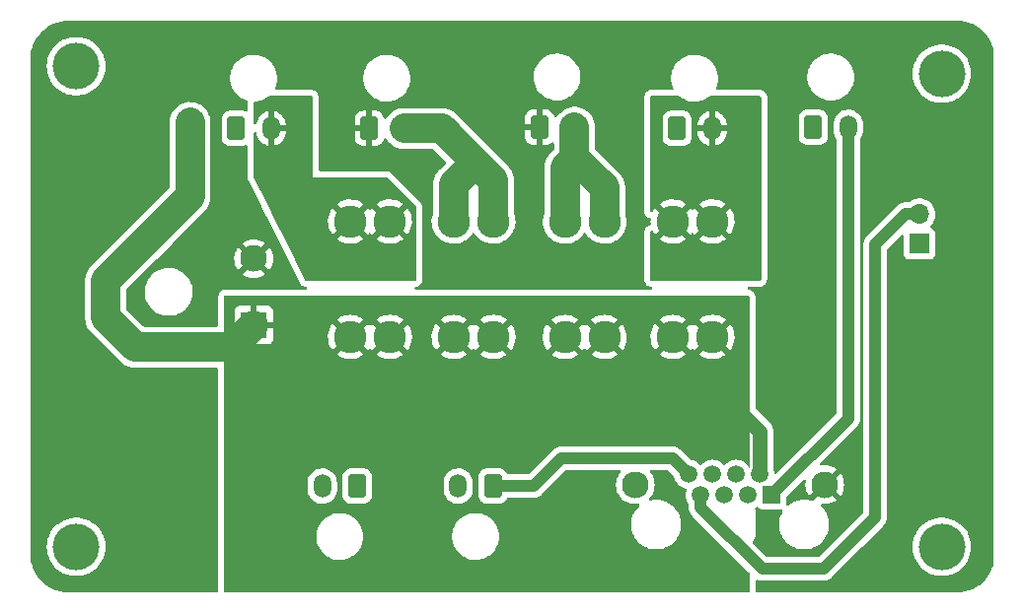
<source format=gbl>
%TF.GenerationSoftware,KiCad,Pcbnew,(6.0.4)*%
%TF.CreationDate,2023-05-16T23:09:25-04:00*%
%TF.ProjectId,PROTO_PCB,50524f54-4f5f-4504-9342-2e6b69636164,rev?*%
%TF.SameCoordinates,Original*%
%TF.FileFunction,Copper,L2,Bot*%
%TF.FilePolarity,Positive*%
%FSLAX46Y46*%
G04 Gerber Fmt 4.6, Leading zero omitted, Abs format (unit mm)*
G04 Created by KiCad (PCBNEW (6.0.4)) date 2023-05-16 23:09:25*
%MOMM*%
%LPD*%
G01*
G04 APERTURE LIST*
G04 Aperture macros list*
%AMRoundRect*
0 Rectangle with rounded corners*
0 $1 Rounding radius*
0 $2 $3 $4 $5 $6 $7 $8 $9 X,Y pos of 4 corners*
0 Add a 4 corners polygon primitive as box body*
4,1,4,$2,$3,$4,$5,$6,$7,$8,$9,$2,$3,0*
0 Add four circle primitives for the rounded corners*
1,1,$1+$1,$2,$3*
1,1,$1+$1,$4,$5*
1,1,$1+$1,$6,$7*
1,1,$1+$1,$8,$9*
0 Add four rect primitives between the rounded corners*
20,1,$1+$1,$2,$3,$4,$5,0*
20,1,$1+$1,$4,$5,$6,$7,0*
20,1,$1+$1,$6,$7,$8,$9,0*
20,1,$1+$1,$8,$9,$2,$3,0*%
G04 Aperture macros list end*
%TA.AperFunction,ComponentPad*%
%ADD10C,4.000000*%
%TD*%
%TA.AperFunction,ComponentPad*%
%ADD11C,2.780000*%
%TD*%
%TA.AperFunction,ComponentPad*%
%ADD12RoundRect,0.250000X0.500000X0.760000X-0.500000X0.760000X-0.500000X-0.760000X0.500000X-0.760000X0*%
%TD*%
%TA.AperFunction,ComponentPad*%
%ADD13O,1.500000X2.020000*%
%TD*%
%TA.AperFunction,ComponentPad*%
%ADD14RoundRect,0.250000X-0.500000X-0.760000X0.500000X-0.760000X0.500000X0.760000X-0.500000X0.760000X0*%
%TD*%
%TA.AperFunction,ComponentPad*%
%ADD15R,2.300000X2.300000*%
%TD*%
%TA.AperFunction,ComponentPad*%
%ADD16C,2.300000*%
%TD*%
%TA.AperFunction,ComponentPad*%
%ADD17R,1.500000X1.500000*%
%TD*%
%TA.AperFunction,ComponentPad*%
%ADD18C,1.500000*%
%TD*%
%TA.AperFunction,ComponentPad*%
%ADD19R,1.700000X1.700000*%
%TD*%
%TA.AperFunction,ComponentPad*%
%ADD20O,1.700000X1.700000*%
%TD*%
%TA.AperFunction,ViaPad*%
%ADD21C,1.400000*%
%TD*%
%TA.AperFunction,Conductor*%
%ADD22C,2.500000*%
%TD*%
%TA.AperFunction,Conductor*%
%ADD23C,1.300000*%
%TD*%
%TA.AperFunction,Conductor*%
%ADD24C,1.000000*%
%TD*%
G04 APERTURE END LIST*
D10*
X46101000Y-104140000D03*
X46101000Y-145415000D03*
D11*
X73025000Y-117475000D03*
X69625000Y-117475000D03*
X69625000Y-127395000D03*
X73025000Y-127395000D03*
X100711000Y-117475000D03*
X97311000Y-117475000D03*
X100711000Y-127395000D03*
X97311000Y-127395000D03*
D10*
X120396000Y-104775000D03*
X120396000Y-145415000D03*
D12*
X81891000Y-140208000D03*
D13*
X78891000Y-140208000D03*
D12*
X70231000Y-140208000D03*
D13*
X67231000Y-140208000D03*
D14*
X59841000Y-109476000D03*
D13*
X62841000Y-109476000D03*
D14*
X97687000Y-109476000D03*
D13*
X100687000Y-109476000D03*
D14*
X85876000Y-109380000D03*
D13*
X88876000Y-109380000D03*
D14*
X109371000Y-109380000D03*
D13*
X112371000Y-109380000D03*
D11*
X91456769Y-117475000D03*
X88056769Y-117475000D03*
X88056769Y-127395000D03*
X91456769Y-127395000D03*
X81915000Y-117475000D03*
X78515000Y-117475000D03*
X78515000Y-127395000D03*
X81915000Y-127395000D03*
D15*
X61341000Y-126365000D03*
D16*
X61341000Y-120665000D03*
D14*
X71271000Y-109476000D03*
D13*
X74271000Y-109476000D03*
D17*
X105791000Y-140970000D03*
D18*
X104775000Y-139190000D03*
X103759000Y-140970000D03*
X102743000Y-139190000D03*
X101727000Y-140970000D03*
X100711000Y-139190000D03*
X99695000Y-140970000D03*
X98679000Y-139190000D03*
D16*
X110361000Y-140080000D03*
X94101000Y-140080000D03*
D19*
X118491000Y-119380000D03*
D20*
X118491000Y-116840000D03*
D21*
X57404000Y-104140000D03*
X55880000Y-108966000D03*
D22*
X59436000Y-128270000D02*
X61341000Y-126365000D01*
X51181000Y-128270000D02*
X59436000Y-128270000D01*
X48641000Y-122555000D02*
X48641000Y-125730000D01*
X48641000Y-125730000D02*
X51181000Y-128270000D01*
X55880000Y-115316000D02*
X48641000Y-122555000D01*
X55880000Y-108966000D02*
X55880000Y-115316000D01*
D23*
X104775000Y-135509000D02*
X101981000Y-132715000D01*
X104775000Y-139190000D02*
X104775000Y-135509000D01*
D24*
X112371000Y-134390000D02*
X105791000Y-140970000D01*
X112371000Y-109380000D02*
X112371000Y-134390000D01*
D22*
X91456769Y-114570769D02*
X91456769Y-117475000D01*
X88876000Y-111990000D02*
X88056769Y-112809231D01*
X88876000Y-109380000D02*
X88876000Y-111990000D01*
X88876000Y-111990000D02*
X91456769Y-114570769D01*
X88056769Y-112809231D02*
X88056769Y-117475000D01*
X74271000Y-109476000D02*
X77472000Y-109476000D01*
X81915000Y-113919000D02*
X81915000Y-117475000D01*
X78515000Y-114271000D02*
X78515000Y-117475000D01*
X80391000Y-112395000D02*
X78515000Y-114271000D01*
X80391000Y-112395000D02*
X81915000Y-113919000D01*
X77472000Y-109476000D02*
X80391000Y-112395000D01*
D24*
X118491000Y-116840000D02*
X117288919Y-116840000D01*
X110236000Y-147320000D02*
X104984340Y-147320000D01*
X104984340Y-147320000D02*
X99695000Y-142030660D01*
X114681000Y-119447919D02*
X114681000Y-142875000D01*
X99695000Y-142030660D02*
X99695000Y-140970000D01*
X117288919Y-116840000D02*
X114681000Y-119447919D01*
X114681000Y-142875000D02*
X110236000Y-147320000D01*
X97284000Y-137795000D02*
X98679000Y-139190000D01*
X85344000Y-140208000D02*
X81891000Y-140208000D01*
X87757000Y-137795000D02*
X97284000Y-137795000D01*
X85344000Y-140208000D02*
X87757000Y-137795000D01*
%TA.AperFunction,Conductor*%
G36*
X66363121Y-106700002D02*
G01*
X66409614Y-106753658D01*
X66421000Y-106806000D01*
X66421000Y-113665000D01*
X72718810Y-113665000D01*
X72786931Y-113685002D01*
X72807905Y-113701905D01*
X75274095Y-116168095D01*
X75308121Y-116230407D01*
X75311000Y-116257190D01*
X75311000Y-122429000D01*
X75290998Y-122497121D01*
X75237342Y-122543614D01*
X75185000Y-122555000D01*
X65863872Y-122555000D01*
X65795751Y-122534998D01*
X65751174Y-122485349D01*
X64001348Y-118985697D01*
X68479470Y-118985697D01*
X68486860Y-118995999D01*
X68527394Y-119029000D01*
X68534669Y-119034113D01*
X68757309Y-119168153D01*
X68765233Y-119172189D01*
X69004531Y-119273520D01*
X69012936Y-119276398D01*
X69264140Y-119343002D01*
X69272861Y-119344666D01*
X69530948Y-119375213D01*
X69539813Y-119375631D01*
X69799617Y-119369508D01*
X69808472Y-119368671D01*
X70064821Y-119326003D01*
X70073455Y-119323930D01*
X70321239Y-119245566D01*
X70329501Y-119242295D01*
X70563765Y-119129804D01*
X70571489Y-119125398D01*
X70763058Y-118997396D01*
X70771346Y-118987478D01*
X70770434Y-118985697D01*
X71879470Y-118985697D01*
X71886860Y-118995999D01*
X71927394Y-119029000D01*
X71934669Y-119034113D01*
X72157309Y-119168153D01*
X72165233Y-119172189D01*
X72404531Y-119273520D01*
X72412936Y-119276398D01*
X72664140Y-119343002D01*
X72672861Y-119344666D01*
X72930948Y-119375213D01*
X72939813Y-119375631D01*
X73199617Y-119369508D01*
X73208472Y-119368671D01*
X73464821Y-119326003D01*
X73473455Y-119323930D01*
X73721239Y-119245566D01*
X73729501Y-119242295D01*
X73963765Y-119129804D01*
X73971489Y-119125398D01*
X74163058Y-118997396D01*
X74171346Y-118987478D01*
X74164089Y-118973299D01*
X73037812Y-117847022D01*
X73023868Y-117839408D01*
X73022035Y-117839539D01*
X73015420Y-117843790D01*
X71886636Y-118972574D01*
X71879470Y-118985697D01*
X70770434Y-118985697D01*
X70764089Y-118973299D01*
X69637812Y-117847022D01*
X69623868Y-117839408D01*
X69622035Y-117839539D01*
X69615420Y-117843790D01*
X68486636Y-118972574D01*
X68479470Y-118985697D01*
X64001348Y-118985697D01*
X63218341Y-117419682D01*
X67723266Y-117419682D01*
X67733468Y-117679359D01*
X67734443Y-117688188D01*
X67781133Y-117943838D01*
X67783344Y-117952449D01*
X67865586Y-118198956D01*
X67868990Y-118207174D01*
X67985150Y-118439648D01*
X67989668Y-118447287D01*
X68103541Y-118612049D01*
X68113859Y-118620400D01*
X68127514Y-118613276D01*
X69252978Y-117487812D01*
X69259356Y-117476132D01*
X69989408Y-117476132D01*
X69989539Y-117477965D01*
X69993790Y-117484580D01*
X71123418Y-118614208D01*
X71136819Y-118621526D01*
X71146721Y-118614540D01*
X71161570Y-118596875D01*
X71166794Y-118589685D01*
X71217689Y-118508078D01*
X71270709Y-118460862D01*
X71340839Y-118449806D01*
X71405814Y-118478420D01*
X71428254Y-118503117D01*
X71503540Y-118612048D01*
X71513859Y-118620400D01*
X71527514Y-118613276D01*
X72652978Y-117487812D01*
X72659356Y-117476132D01*
X73389408Y-117476132D01*
X73389539Y-117477965D01*
X73393790Y-117484580D01*
X74523418Y-118614208D01*
X74536819Y-118621526D01*
X74546721Y-118614540D01*
X74561570Y-118596875D01*
X74566794Y-118589685D01*
X74704318Y-118369173D01*
X74708470Y-118361333D01*
X74813553Y-118123638D01*
X74816563Y-118115277D01*
X74887101Y-117865166D01*
X74888905Y-117856458D01*
X74923666Y-117597663D01*
X74924194Y-117591270D01*
X74927747Y-117478222D01*
X74927620Y-117471779D01*
X74909180Y-117211335D01*
X74907927Y-117202531D01*
X74853230Y-116948474D01*
X74850751Y-116939941D01*
X74760803Y-116696128D01*
X74757148Y-116688033D01*
X74633741Y-116459319D01*
X74628982Y-116451821D01*
X74545608Y-116338941D01*
X74534480Y-116330499D01*
X74521887Y-116337323D01*
X73397022Y-117462188D01*
X73389408Y-117476132D01*
X72659356Y-117476132D01*
X72660592Y-117473868D01*
X72660461Y-117472035D01*
X72656210Y-117465420D01*
X71527940Y-116337150D01*
X71515099Y-116330138D01*
X71504410Y-116337933D01*
X71453947Y-116401945D01*
X71448957Y-116409288D01*
X71434635Y-116433946D01*
X71383125Y-116482805D01*
X71313377Y-116496060D01*
X71247535Y-116469502D01*
X71224329Y-116445521D01*
X71145608Y-116338941D01*
X71134480Y-116330499D01*
X71121887Y-116337323D01*
X69997022Y-117462188D01*
X69989408Y-117476132D01*
X69259356Y-117476132D01*
X69260592Y-117473868D01*
X69260461Y-117472035D01*
X69256210Y-117465420D01*
X68127940Y-116337150D01*
X68115099Y-116330138D01*
X68104410Y-116337933D01*
X68053947Y-116401945D01*
X68048954Y-116409293D01*
X67918424Y-116634016D01*
X67914520Y-116641986D01*
X67816957Y-116882856D01*
X67814210Y-116891313D01*
X67751562Y-117143518D01*
X67750033Y-117152279D01*
X67723545Y-117410799D01*
X67723266Y-117419682D01*
X63218341Y-117419682D01*
X62490928Y-115964857D01*
X68480214Y-115964857D01*
X68487194Y-115977984D01*
X69612188Y-117102978D01*
X69626132Y-117110592D01*
X69627965Y-117110461D01*
X69634580Y-117106210D01*
X70762668Y-115978122D01*
X70769522Y-115965570D01*
X70768993Y-115964857D01*
X71880214Y-115964857D01*
X71887194Y-115977984D01*
X73012188Y-117102978D01*
X73026132Y-117110592D01*
X73027965Y-117110461D01*
X73034580Y-117106210D01*
X74162668Y-115978122D01*
X74169522Y-115965570D01*
X74161315Y-115954499D01*
X74073247Y-115887288D01*
X74065822Y-115882411D01*
X73839082Y-115755430D01*
X73831030Y-115751641D01*
X73588669Y-115657878D01*
X73580179Y-115655266D01*
X73327010Y-115596585D01*
X73318232Y-115595195D01*
X73059321Y-115572771D01*
X73050450Y-115572631D01*
X72790953Y-115586912D01*
X72782143Y-115588026D01*
X72527262Y-115638724D01*
X72518686Y-115641070D01*
X72273495Y-115727174D01*
X72265329Y-115730708D01*
X72034716Y-115850503D01*
X72027144Y-115855142D01*
X71888616Y-115954136D01*
X71880214Y-115964857D01*
X70768993Y-115964857D01*
X70761315Y-115954499D01*
X70673247Y-115887288D01*
X70665822Y-115882411D01*
X70439082Y-115755430D01*
X70431030Y-115751641D01*
X70188669Y-115657878D01*
X70180179Y-115655266D01*
X69927010Y-115596585D01*
X69918232Y-115595195D01*
X69659321Y-115572771D01*
X69650450Y-115572631D01*
X69390953Y-115586912D01*
X69382143Y-115588026D01*
X69127262Y-115638724D01*
X69118686Y-115641070D01*
X68873495Y-115727174D01*
X68865329Y-115730708D01*
X68634716Y-115850503D01*
X68627144Y-115855142D01*
X68488616Y-115954136D01*
X68480214Y-115964857D01*
X62490928Y-115964857D01*
X61354302Y-113691604D01*
X61341000Y-113635255D01*
X61341000Y-109910636D01*
X61361002Y-109842515D01*
X61414658Y-109796022D01*
X61484932Y-109785918D01*
X61549512Y-109815412D01*
X61587896Y-109875138D01*
X61592501Y-109899436D01*
X61597377Y-109954077D01*
X61599360Y-109965092D01*
X61655651Y-110170860D01*
X61659549Y-110181341D01*
X61751397Y-110373903D01*
X61757082Y-110383516D01*
X61881575Y-110556767D01*
X61888883Y-110565233D01*
X62042082Y-110713692D01*
X62050779Y-110720735D01*
X62227844Y-110839719D01*
X62237642Y-110845105D01*
X62432990Y-110930857D01*
X62443582Y-110934422D01*
X62569384Y-110964624D01*
X62583470Y-110963919D01*
X62587000Y-110955040D01*
X62587000Y-110954411D01*
X63095000Y-110954411D01*
X63099105Y-110968393D01*
X63108728Y-110969886D01*
X63108973Y-110969834D01*
X63312883Y-110907102D01*
X63323229Y-110902881D01*
X63512814Y-110805029D01*
X63522245Y-110799043D01*
X63691501Y-110669168D01*
X63699724Y-110661607D01*
X63843312Y-110503806D01*
X63850067Y-110494906D01*
X63963434Y-110314185D01*
X63968511Y-110304219D01*
X64048080Y-110106286D01*
X64051315Y-110095571D01*
X64094777Y-109885699D01*
X64095980Y-109876562D01*
X64098895Y-109826010D01*
X64099000Y-109822363D01*
X64099000Y-109748115D01*
X64094525Y-109732876D01*
X64093135Y-109731671D01*
X64085452Y-109730000D01*
X63113115Y-109730000D01*
X63097876Y-109734475D01*
X63096671Y-109735865D01*
X63095000Y-109743548D01*
X63095000Y-110954411D01*
X62587000Y-110954411D01*
X62587000Y-109203885D01*
X63095000Y-109203885D01*
X63099475Y-109219124D01*
X63100865Y-109220329D01*
X63108548Y-109222000D01*
X64080885Y-109222000D01*
X64096124Y-109217525D01*
X64097329Y-109216135D01*
X64099000Y-109208452D01*
X64099000Y-109161825D01*
X64098751Y-109156230D01*
X64084622Y-108997922D01*
X64082640Y-108986908D01*
X64026349Y-108781140D01*
X64022451Y-108770659D01*
X63930603Y-108578097D01*
X63924918Y-108568484D01*
X63800425Y-108395233D01*
X63793117Y-108386767D01*
X63639918Y-108238308D01*
X63631221Y-108231265D01*
X63454156Y-108112281D01*
X63444358Y-108106895D01*
X63249010Y-108021143D01*
X63238418Y-108017578D01*
X63112616Y-107987376D01*
X63098530Y-107988081D01*
X63095000Y-107996960D01*
X63095000Y-109203885D01*
X62587000Y-109203885D01*
X62587000Y-107997589D01*
X62582895Y-107983607D01*
X62573272Y-107982114D01*
X62573027Y-107982166D01*
X62369117Y-108044898D01*
X62358771Y-108049119D01*
X62169186Y-108146971D01*
X62159755Y-108152957D01*
X61990499Y-108282832D01*
X61982276Y-108290393D01*
X61838688Y-108448194D01*
X61831933Y-108457094D01*
X61718566Y-108637815D01*
X61713489Y-108647781D01*
X61633920Y-108845714D01*
X61630685Y-108856429D01*
X61590382Y-109051046D01*
X61556982Y-109113695D01*
X61495013Y-109148342D01*
X61424150Y-109143985D01*
X61366892Y-109102009D01*
X61341417Y-109035740D01*
X61341000Y-109025495D01*
X61341000Y-107286902D01*
X61361002Y-107218781D01*
X61414658Y-107172288D01*
X61458211Y-107161209D01*
X61616827Y-107150118D01*
X61616832Y-107150117D01*
X61621212Y-107149811D01*
X61895970Y-107091409D01*
X61900099Y-107089906D01*
X61900103Y-107089905D01*
X62155781Y-106996846D01*
X62155785Y-106996844D01*
X62159926Y-106995337D01*
X62407942Y-106863464D01*
X62627339Y-106704064D01*
X62701399Y-106680000D01*
X66295000Y-106680000D01*
X66363121Y-106700002D01*
G37*
%TD.AperFunction*%
%TA.AperFunction,Conductor*%
G36*
X103828121Y-123845002D02*
G01*
X103874614Y-123898658D01*
X103886000Y-123951000D01*
X103886000Y-138654643D01*
X103873905Y-138637370D01*
X103839382Y-138563334D01*
X103839379Y-138563329D01*
X103837056Y-138558347D01*
X103833899Y-138553839D01*
X103833896Y-138553833D01*
X103749244Y-138432937D01*
X103727516Y-138368511D01*
X103710014Y-138365994D01*
X103673263Y-138340476D01*
X103555038Y-138222251D01*
X103374654Y-138095944D01*
X103175076Y-138002880D01*
X102962371Y-137945885D01*
X102743000Y-137926693D01*
X102523629Y-137945885D01*
X102310924Y-138002880D01*
X102217562Y-138046415D01*
X102116334Y-138093618D01*
X102116329Y-138093621D01*
X102111347Y-138095944D01*
X102106840Y-138099100D01*
X102106838Y-138099101D01*
X101935473Y-138219092D01*
X101935470Y-138219094D01*
X101930962Y-138222251D01*
X101816095Y-138337118D01*
X101753783Y-138371144D01*
X101682968Y-138366079D01*
X101637905Y-138337118D01*
X101523038Y-138222251D01*
X101342654Y-138095944D01*
X101143076Y-138002880D01*
X100930371Y-137945885D01*
X100711000Y-137926693D01*
X100491629Y-137945885D01*
X100278924Y-138002880D01*
X100185562Y-138046415D01*
X100084334Y-138093618D01*
X100084329Y-138093621D01*
X100079347Y-138095944D01*
X100074840Y-138099100D01*
X100074838Y-138099101D01*
X99903473Y-138219092D01*
X99903470Y-138219094D01*
X99898962Y-138222251D01*
X99784095Y-138337118D01*
X99721783Y-138371144D01*
X99650968Y-138366079D01*
X99605905Y-138337118D01*
X99491038Y-138222251D01*
X99310654Y-138095944D01*
X99111076Y-138002880D01*
X98898371Y-137945885D01*
X98892897Y-137945406D01*
X98892862Y-137945400D01*
X98825643Y-137910409D01*
X98040855Y-137125621D01*
X98031753Y-137115478D01*
X98011897Y-137090782D01*
X98008032Y-137085975D01*
X97969578Y-137053708D01*
X97965931Y-137050528D01*
X97964119Y-137048885D01*
X97961925Y-137046691D01*
X97928651Y-137019358D01*
X97927853Y-137018696D01*
X97856526Y-136958846D01*
X97851856Y-136956278D01*
X97847739Y-136952897D01*
X97765914Y-136909023D01*
X97764755Y-136908394D01*
X97688619Y-136866538D01*
X97688611Y-136866535D01*
X97683213Y-136863567D01*
X97678131Y-136861955D01*
X97673437Y-136859438D01*
X97584469Y-136832238D01*
X97583441Y-136831918D01*
X97494694Y-136803765D01*
X97489398Y-136803171D01*
X97484302Y-136801613D01*
X97391743Y-136792210D01*
X97390607Y-136792089D01*
X97356992Y-136788319D01*
X97344270Y-136786892D01*
X97344266Y-136786892D01*
X97340773Y-136786500D01*
X97337246Y-136786500D01*
X97336261Y-136786445D01*
X97330581Y-136785998D01*
X97301175Y-136783011D01*
X97293663Y-136782248D01*
X97293661Y-136782248D01*
X97287538Y-136781626D01*
X97245259Y-136785623D01*
X97241891Y-136785941D01*
X97230033Y-136786500D01*
X87818842Y-136786500D01*
X87805235Y-136785763D01*
X87773737Y-136782341D01*
X87773732Y-136782341D01*
X87767611Y-136781676D01*
X87749611Y-136783251D01*
X87717609Y-136786050D01*
X87712784Y-136786379D01*
X87710313Y-136786500D01*
X87707231Y-136786500D01*
X87684763Y-136788703D01*
X87664489Y-136790691D01*
X87663174Y-136790813D01*
X87630913Y-136793636D01*
X87570587Y-136798913D01*
X87565468Y-136800400D01*
X87560167Y-136800920D01*
X87554262Y-136802703D01*
X87554261Y-136802703D01*
X87534907Y-136808546D01*
X87471194Y-136827782D01*
X87470054Y-136828120D01*
X87380663Y-136854091D01*
X87375929Y-136856545D01*
X87370831Y-136858084D01*
X87365387Y-136860978D01*
X87365386Y-136860979D01*
X87288831Y-136901684D01*
X87287663Y-136902298D01*
X87205074Y-136945108D01*
X87200911Y-136948431D01*
X87196204Y-136950934D01*
X87124082Y-137009755D01*
X87123226Y-137010446D01*
X87084027Y-137041738D01*
X87081523Y-137044242D01*
X87080805Y-137044884D01*
X87076472Y-137048585D01*
X87042938Y-137075935D01*
X87039011Y-137080682D01*
X87039009Y-137080684D01*
X87013713Y-137111262D01*
X87005723Y-137120042D01*
X84963171Y-139162595D01*
X84900859Y-139196620D01*
X84874076Y-139199500D01*
X83197071Y-139199500D01*
X83128950Y-139179498D01*
X83083852Y-139127958D01*
X83082550Y-139124054D01*
X82989478Y-138973652D01*
X82864303Y-138848695D01*
X82858072Y-138844854D01*
X82719968Y-138759725D01*
X82719966Y-138759724D01*
X82713738Y-138755885D01*
X82586478Y-138713675D01*
X82552389Y-138702368D01*
X82552387Y-138702368D01*
X82545861Y-138700203D01*
X82539025Y-138699503D01*
X82539022Y-138699502D01*
X82495969Y-138695091D01*
X82441400Y-138689500D01*
X81340600Y-138689500D01*
X81337354Y-138689837D01*
X81337350Y-138689837D01*
X81241692Y-138699762D01*
X81241688Y-138699763D01*
X81234834Y-138700474D01*
X81228298Y-138702655D01*
X81228296Y-138702655D01*
X81096194Y-138746728D01*
X81067054Y-138756450D01*
X80916652Y-138849522D01*
X80791695Y-138974697D01*
X80787855Y-138980927D01*
X80787854Y-138980928D01*
X80762525Y-139022020D01*
X80698885Y-139125262D01*
X80643203Y-139293139D01*
X80642503Y-139299975D01*
X80642502Y-139299978D01*
X80642010Y-139304782D01*
X80632500Y-139397600D01*
X80632500Y-141018400D01*
X80632837Y-141021646D01*
X80632837Y-141021650D01*
X80642131Y-141111218D01*
X80643474Y-141124166D01*
X80645655Y-141130702D01*
X80645655Y-141130704D01*
X80680822Y-141236110D01*
X80699450Y-141291946D01*
X80792522Y-141442348D01*
X80917697Y-141567305D01*
X80923927Y-141571145D01*
X80923928Y-141571146D01*
X81061090Y-141655694D01*
X81068262Y-141660115D01*
X81130674Y-141680816D01*
X81229611Y-141713632D01*
X81229613Y-141713632D01*
X81236139Y-141715797D01*
X81242975Y-141716497D01*
X81242978Y-141716498D01*
X81286031Y-141720909D01*
X81340600Y-141726500D01*
X82441400Y-141726500D01*
X82444646Y-141726163D01*
X82444650Y-141726163D01*
X82540308Y-141716238D01*
X82540312Y-141716237D01*
X82547166Y-141715526D01*
X82553702Y-141713345D01*
X82553704Y-141713345D01*
X82703607Y-141663333D01*
X82714946Y-141659550D01*
X82865348Y-141566478D01*
X82990305Y-141441303D01*
X83000652Y-141424518D01*
X83079274Y-141296969D01*
X83083115Y-141290738D01*
X83084052Y-141287913D01*
X83129788Y-141235966D01*
X83197068Y-141216500D01*
X85282157Y-141216500D01*
X85295764Y-141217237D01*
X85327262Y-141220659D01*
X85327267Y-141220659D01*
X85333388Y-141221324D01*
X85359638Y-141219027D01*
X85383388Y-141216950D01*
X85388214Y-141216621D01*
X85390686Y-141216500D01*
X85393769Y-141216500D01*
X85405738Y-141215326D01*
X85436506Y-141212310D01*
X85437819Y-141212188D01*
X85482084Y-141208315D01*
X85530413Y-141204087D01*
X85535532Y-141202600D01*
X85540833Y-141202080D01*
X85629834Y-141175209D01*
X85630967Y-141174874D01*
X85714414Y-141150630D01*
X85714418Y-141150628D01*
X85720336Y-141148909D01*
X85725068Y-141146456D01*
X85730169Y-141144916D01*
X85769195Y-141124166D01*
X85812260Y-141101269D01*
X85813426Y-141100657D01*
X85890453Y-141060729D01*
X85895926Y-141057892D01*
X85900089Y-141054569D01*
X85904796Y-141052066D01*
X85976918Y-140993245D01*
X85977774Y-140992554D01*
X86016973Y-140961262D01*
X86019477Y-140958758D01*
X86020195Y-140958116D01*
X86024528Y-140954415D01*
X86058062Y-140927065D01*
X86087288Y-140891737D01*
X86095277Y-140882958D01*
X87102291Y-139875944D01*
X88137829Y-138840405D01*
X88200141Y-138806380D01*
X88226924Y-138803500D01*
X92736848Y-138803500D01*
X92804969Y-138823502D01*
X92851462Y-138877158D01*
X92861566Y-138947432D01*
X92832659Y-139011330D01*
X92755097Y-139102144D01*
X92618697Y-139324729D01*
X92616804Y-139329299D01*
X92616802Y-139329303D01*
X92587180Y-139400817D01*
X92518796Y-139565911D01*
X92513425Y-139588284D01*
X92459009Y-139814938D01*
X92459008Y-139814944D01*
X92457854Y-139819751D01*
X92437372Y-140080000D01*
X92457854Y-140340249D01*
X92459008Y-140345056D01*
X92459009Y-140345062D01*
X92477125Y-140420520D01*
X92518796Y-140594089D01*
X92520689Y-140598660D01*
X92520690Y-140598662D01*
X92615568Y-140827716D01*
X92618697Y-140835271D01*
X92755097Y-141057856D01*
X92924637Y-141256363D01*
X93123144Y-141425903D01*
X93345729Y-141562303D01*
X93350299Y-141564196D01*
X93350303Y-141564198D01*
X93582338Y-141660310D01*
X93586911Y-141662204D01*
X93664435Y-141680816D01*
X93835938Y-141721991D01*
X93835944Y-141721992D01*
X93840751Y-141723146D01*
X94101000Y-141743628D01*
X94337488Y-141725016D01*
X94406968Y-141739612D01*
X94457528Y-141789455D01*
X94473114Y-141858719D01*
X94448779Y-141925415D01*
X94433151Y-141942922D01*
X94322112Y-142046106D01*
X94319398Y-142049422D01*
X94319395Y-142049425D01*
X94265024Y-142115854D01*
X94137861Y-142271216D01*
X93985867Y-142519248D01*
X93984148Y-142523165D01*
X93984146Y-142523168D01*
X93953906Y-142592058D01*
X93868941Y-142785614D01*
X93867765Y-142789742D01*
X93867764Y-142789745D01*
X93859582Y-142818470D01*
X93789246Y-143065384D01*
X93788642Y-143069626D01*
X93788641Y-143069632D01*
X93786125Y-143087313D01*
X93748258Y-143353381D01*
X93746735Y-143644277D01*
X93784705Y-143932687D01*
X93861465Y-144213276D01*
X93975596Y-144480852D01*
X94124985Y-144730462D01*
X94127669Y-144733813D01*
X94127671Y-144733815D01*
X94142322Y-144752102D01*
X94306867Y-144957489D01*
X94458379Y-145101268D01*
X94509917Y-145150176D01*
X94517878Y-145157731D01*
X94754113Y-145327483D01*
X95011200Y-145463603D01*
X95015223Y-145465075D01*
X95015227Y-145465077D01*
X95215446Y-145538347D01*
X95284382Y-145563574D01*
X95568604Y-145625544D01*
X95597650Y-145627830D01*
X95794297Y-145643307D01*
X95794304Y-145643307D01*
X95796753Y-145643500D01*
X95954121Y-145643500D01*
X95956257Y-145643354D01*
X95956268Y-145643354D01*
X96166949Y-145628991D01*
X96166955Y-145628990D01*
X96171226Y-145628699D01*
X96175421Y-145627830D01*
X96175423Y-145627830D01*
X96313653Y-145599204D01*
X96456081Y-145569709D01*
X96730295Y-145472605D01*
X96988793Y-145339184D01*
X96992294Y-145336723D01*
X96992298Y-145336721D01*
X97107793Y-145255549D01*
X97226792Y-145171915D01*
X97439888Y-144973894D01*
X97450895Y-144960447D01*
X97621423Y-144752102D01*
X97624139Y-144748784D01*
X97776133Y-144500752D01*
X97784869Y-144480852D01*
X97891334Y-144238315D01*
X97893059Y-144234386D01*
X97899073Y-144213276D01*
X97946940Y-144045236D01*
X97972754Y-143954616D01*
X97975286Y-143936829D01*
X98013137Y-143670870D01*
X98013742Y-143666619D01*
X98015265Y-143375723D01*
X97977295Y-143087313D01*
X97900535Y-142806724D01*
X97875765Y-142748651D01*
X97788090Y-142543100D01*
X97788088Y-142543096D01*
X97786404Y-142539148D01*
X97637015Y-142289538D01*
X97622337Y-142271216D01*
X97504253Y-142123823D01*
X97455133Y-142062511D01*
X97244122Y-141862269D01*
X97007887Y-141692517D01*
X96761955Y-141562303D01*
X96754587Y-141558402D01*
X96754586Y-141558401D01*
X96750800Y-141556397D01*
X96746777Y-141554925D01*
X96746773Y-141554923D01*
X96481649Y-141457901D01*
X96481647Y-141457900D01*
X96477618Y-141456426D01*
X96193396Y-141394456D01*
X96149598Y-141391009D01*
X95967703Y-141376693D01*
X95967696Y-141376693D01*
X95965247Y-141376500D01*
X95807879Y-141376500D01*
X95805743Y-141376646D01*
X95805732Y-141376646D01*
X95595051Y-141391009D01*
X95595045Y-141391010D01*
X95590774Y-141391301D01*
X95586579Y-141392170D01*
X95586577Y-141392170D01*
X95571130Y-141395369D01*
X95430374Y-141424518D01*
X95359614Y-141418746D01*
X95303206Y-141375633D01*
X95279061Y-141308868D01*
X95294846Y-141239648D01*
X95309012Y-141219306D01*
X95446903Y-141057856D01*
X95583303Y-140835271D01*
X95586433Y-140827716D01*
X95681310Y-140598662D01*
X95681311Y-140598660D01*
X95683204Y-140594089D01*
X95724875Y-140420520D01*
X95742991Y-140345062D01*
X95742992Y-140345056D01*
X95744146Y-140340249D01*
X95764628Y-140080000D01*
X95744146Y-139819751D01*
X95742992Y-139814944D01*
X95742991Y-139814938D01*
X95688575Y-139588284D01*
X95683204Y-139565911D01*
X95614820Y-139400817D01*
X95585198Y-139329303D01*
X95585196Y-139329299D01*
X95583303Y-139324729D01*
X95446903Y-139102144D01*
X95369341Y-139011330D01*
X95340310Y-138946540D01*
X95350915Y-138876340D01*
X95397790Y-138823018D01*
X95465152Y-138803500D01*
X96814074Y-138803500D01*
X96882195Y-138823502D01*
X96903169Y-138840404D01*
X97399409Y-139336643D01*
X97434400Y-139403861D01*
X97434406Y-139403895D01*
X97434885Y-139409371D01*
X97491880Y-139622076D01*
X97494205Y-139627061D01*
X97582618Y-139816666D01*
X97582621Y-139816671D01*
X97584944Y-139821653D01*
X97588100Y-139826160D01*
X97588101Y-139826162D01*
X97612915Y-139861599D01*
X97711251Y-140002038D01*
X97866962Y-140157749D01*
X98047346Y-140284056D01*
X98246924Y-140377120D01*
X98252236Y-140378543D01*
X98252235Y-140378543D01*
X98408893Y-140420520D01*
X98469515Y-140457472D01*
X98500537Y-140521333D01*
X98497988Y-140574838D01*
X98452308Y-140745316D01*
X98452307Y-140745323D01*
X98450885Y-140750629D01*
X98431693Y-140970000D01*
X98450885Y-141189371D01*
X98507880Y-141402076D01*
X98530224Y-141449992D01*
X98584542Y-141566478D01*
X98600944Y-141601653D01*
X98624536Y-141635346D01*
X98663713Y-141691297D01*
X98686500Y-141763567D01*
X98686500Y-141968817D01*
X98685763Y-141982424D01*
X98681676Y-142020048D01*
X98682213Y-142026183D01*
X98686050Y-142070048D01*
X98686379Y-142074874D01*
X98686500Y-142077346D01*
X98686500Y-142080429D01*
X98686801Y-142083497D01*
X98690690Y-142123166D01*
X98690812Y-142124479D01*
X98693668Y-142157120D01*
X98698913Y-142217073D01*
X98700400Y-142222192D01*
X98700920Y-142227493D01*
X98727791Y-142316494D01*
X98728126Y-142317627D01*
X98745415Y-142377133D01*
X98754091Y-142406996D01*
X98756544Y-142411728D01*
X98758084Y-142416829D01*
X98760978Y-142422272D01*
X98801731Y-142498920D01*
X98802343Y-142500086D01*
X98824640Y-142543100D01*
X98845108Y-142582586D01*
X98848431Y-142586749D01*
X98850934Y-142591456D01*
X98909755Y-142663578D01*
X98910446Y-142664434D01*
X98941738Y-142703633D01*
X98944242Y-142706137D01*
X98944884Y-142706855D01*
X98948585Y-142711188D01*
X98975935Y-142744722D01*
X98980682Y-142748649D01*
X98980684Y-142748651D01*
X99011262Y-142773947D01*
X99020042Y-142781937D01*
X101652537Y-145414431D01*
X103849095Y-147610989D01*
X103883121Y-147673301D01*
X103886000Y-147700084D01*
X103886000Y-149225500D01*
X103865998Y-149293621D01*
X103812342Y-149340114D01*
X103760000Y-149351500D01*
X58927000Y-149351500D01*
X58858879Y-149331498D01*
X58812386Y-149277842D01*
X58801000Y-149225500D01*
X58801000Y-144457733D01*
X66718822Y-144457733D01*
X66718975Y-144462121D01*
X66718975Y-144462127D01*
X66728463Y-144733815D01*
X66728625Y-144738458D01*
X66729387Y-144742781D01*
X66729388Y-144742788D01*
X66753164Y-144877624D01*
X66777402Y-145015087D01*
X66864203Y-145282235D01*
X66866131Y-145286188D01*
X66866133Y-145286193D01*
X66891979Y-145339184D01*
X66987340Y-145534702D01*
X66989795Y-145538341D01*
X66989798Y-145538347D01*
X67060595Y-145643307D01*
X67144415Y-145767576D01*
X67332371Y-145976322D01*
X67547550Y-146156879D01*
X67785764Y-146305731D01*
X68042375Y-146419982D01*
X68312390Y-146497407D01*
X68316740Y-146498018D01*
X68316743Y-146498019D01*
X68419690Y-146512487D01*
X68590552Y-146536500D01*
X68801146Y-146536500D01*
X68803332Y-146536347D01*
X68803336Y-146536347D01*
X69006827Y-146522118D01*
X69006832Y-146522117D01*
X69011212Y-146521811D01*
X69285970Y-146463409D01*
X69290099Y-146461906D01*
X69290103Y-146461905D01*
X69545781Y-146368846D01*
X69545785Y-146368844D01*
X69549926Y-146367337D01*
X69797942Y-146235464D01*
X69902896Y-146159211D01*
X70021629Y-146072947D01*
X70021632Y-146072944D01*
X70025192Y-146070358D01*
X70227252Y-145875231D01*
X70400188Y-145653882D01*
X70402384Y-145650078D01*
X70402389Y-145650071D01*
X70538435Y-145414431D01*
X70540636Y-145410619D01*
X70645862Y-145150176D01*
X70679544Y-145015087D01*
X70712753Y-144881893D01*
X70712754Y-144881888D01*
X70713817Y-144877624D01*
X70727359Y-144748784D01*
X70742719Y-144602636D01*
X70742719Y-144602633D01*
X70743178Y-144598267D01*
X70742552Y-144580330D01*
X70738271Y-144457733D01*
X78378822Y-144457733D01*
X78378975Y-144462121D01*
X78378975Y-144462127D01*
X78388463Y-144733815D01*
X78388625Y-144738458D01*
X78389387Y-144742781D01*
X78389388Y-144742788D01*
X78413164Y-144877624D01*
X78437402Y-145015087D01*
X78524203Y-145282235D01*
X78526131Y-145286188D01*
X78526133Y-145286193D01*
X78551979Y-145339184D01*
X78647340Y-145534702D01*
X78649795Y-145538341D01*
X78649798Y-145538347D01*
X78720595Y-145643307D01*
X78804415Y-145767576D01*
X78992371Y-145976322D01*
X79207550Y-146156879D01*
X79445764Y-146305731D01*
X79702375Y-146419982D01*
X79972390Y-146497407D01*
X79976740Y-146498018D01*
X79976743Y-146498019D01*
X80079690Y-146512487D01*
X80250552Y-146536500D01*
X80461146Y-146536500D01*
X80463332Y-146536347D01*
X80463336Y-146536347D01*
X80666827Y-146522118D01*
X80666832Y-146522117D01*
X80671212Y-146521811D01*
X80945970Y-146463409D01*
X80950099Y-146461906D01*
X80950103Y-146461905D01*
X81205781Y-146368846D01*
X81205785Y-146368844D01*
X81209926Y-146367337D01*
X81457942Y-146235464D01*
X81562896Y-146159211D01*
X81681629Y-146072947D01*
X81681632Y-146072944D01*
X81685192Y-146070358D01*
X81887252Y-145875231D01*
X82060188Y-145653882D01*
X82062384Y-145650078D01*
X82062389Y-145650071D01*
X82198435Y-145414431D01*
X82200636Y-145410619D01*
X82305862Y-145150176D01*
X82339544Y-145015087D01*
X82372753Y-144881893D01*
X82372754Y-144881888D01*
X82373817Y-144877624D01*
X82387359Y-144748784D01*
X82402719Y-144602636D01*
X82402719Y-144602633D01*
X82403178Y-144598267D01*
X82402552Y-144580330D01*
X82393529Y-144321939D01*
X82393528Y-144321933D01*
X82393375Y-144317542D01*
X82378713Y-144234386D01*
X82345360Y-144045236D01*
X82344598Y-144040913D01*
X82257797Y-143773765D01*
X82134660Y-143521298D01*
X82132205Y-143517659D01*
X82132202Y-143517653D01*
X82033603Y-143371475D01*
X81977585Y-143288424D01*
X81789629Y-143079678D01*
X81574450Y-142899121D01*
X81336236Y-142750269D01*
X81079625Y-142636018D01*
X80893284Y-142582586D01*
X80813837Y-142559805D01*
X80813836Y-142559805D01*
X80809610Y-142558593D01*
X80805260Y-142557982D01*
X80805257Y-142557981D01*
X80671251Y-142539148D01*
X80531448Y-142519500D01*
X80320854Y-142519500D01*
X80318668Y-142519653D01*
X80318664Y-142519653D01*
X80115173Y-142533882D01*
X80115168Y-142533883D01*
X80110788Y-142534189D01*
X79836030Y-142592591D01*
X79831901Y-142594094D01*
X79831897Y-142594095D01*
X79576219Y-142687154D01*
X79576215Y-142687156D01*
X79572074Y-142688663D01*
X79324058Y-142820536D01*
X79320499Y-142823122D01*
X79320497Y-142823123D01*
X79215895Y-142899121D01*
X79096808Y-142985642D01*
X78894748Y-143180769D01*
X78721812Y-143402118D01*
X78719616Y-143405922D01*
X78719611Y-143405929D01*
X78605794Y-143603067D01*
X78581364Y-143645381D01*
X78476138Y-143905824D01*
X78475073Y-143910097D01*
X78475072Y-143910099D01*
X78441379Y-144045236D01*
X78408183Y-144178376D01*
X78378822Y-144457733D01*
X70738271Y-144457733D01*
X70733529Y-144321939D01*
X70733528Y-144321933D01*
X70733375Y-144317542D01*
X70718713Y-144234386D01*
X70685360Y-144045236D01*
X70684598Y-144040913D01*
X70597797Y-143773765D01*
X70474660Y-143521298D01*
X70472205Y-143517659D01*
X70472202Y-143517653D01*
X70373603Y-143371475D01*
X70317585Y-143288424D01*
X70129629Y-143079678D01*
X69914450Y-142899121D01*
X69676236Y-142750269D01*
X69419625Y-142636018D01*
X69233284Y-142582586D01*
X69153837Y-142559805D01*
X69153836Y-142559805D01*
X69149610Y-142558593D01*
X69145260Y-142557982D01*
X69145257Y-142557981D01*
X69011251Y-142539148D01*
X68871448Y-142519500D01*
X68660854Y-142519500D01*
X68658668Y-142519653D01*
X68658664Y-142519653D01*
X68455173Y-142533882D01*
X68455168Y-142533883D01*
X68450788Y-142534189D01*
X68176030Y-142592591D01*
X68171901Y-142594094D01*
X68171897Y-142594095D01*
X67916219Y-142687154D01*
X67916215Y-142687156D01*
X67912074Y-142688663D01*
X67664058Y-142820536D01*
X67660499Y-142823122D01*
X67660497Y-142823123D01*
X67555895Y-142899121D01*
X67436808Y-142985642D01*
X67234748Y-143180769D01*
X67061812Y-143402118D01*
X67059616Y-143405922D01*
X67059611Y-143405929D01*
X66945794Y-143603067D01*
X66921364Y-143645381D01*
X66816138Y-143905824D01*
X66815073Y-143910097D01*
X66815072Y-143910099D01*
X66781379Y-144045236D01*
X66748183Y-144178376D01*
X66718822Y-144457733D01*
X58801000Y-144457733D01*
X58801000Y-140524999D01*
X65972500Y-140524999D01*
X65972749Y-140527786D01*
X65972749Y-140527792D01*
X65976948Y-140574838D01*
X65987383Y-140691762D01*
X65988864Y-140697176D01*
X65988865Y-140697181D01*
X66023809Y-140824912D01*
X66046663Y-140908451D01*
X66049075Y-140913509D01*
X66049077Y-140913513D01*
X66072902Y-140963462D01*
X66143378Y-141111218D01*
X66274471Y-141293654D01*
X66290171Y-141308868D01*
X66426833Y-141441303D01*
X66435799Y-141449992D01*
X66622262Y-141575290D01*
X66827967Y-141665588D01*
X66833418Y-141666897D01*
X66833422Y-141666898D01*
X67038938Y-141716238D01*
X67046411Y-141718032D01*
X67130475Y-141722879D01*
X67265083Y-141730640D01*
X67265086Y-141730640D01*
X67270690Y-141730963D01*
X67493715Y-141703975D01*
X67708435Y-141637918D01*
X67713415Y-141635348D01*
X67713419Y-141635346D01*
X67903081Y-141537454D01*
X67903082Y-141537454D01*
X67908064Y-141534882D01*
X68086292Y-141398123D01*
X68237485Y-141231964D01*
X68244160Y-141221324D01*
X68353885Y-141046405D01*
X68356864Y-141041656D01*
X68366213Y-141018400D01*
X68972500Y-141018400D01*
X68972837Y-141021646D01*
X68972837Y-141021650D01*
X68982131Y-141111218D01*
X68983474Y-141124166D01*
X68985655Y-141130702D01*
X68985655Y-141130704D01*
X69020822Y-141236110D01*
X69039450Y-141291946D01*
X69132522Y-141442348D01*
X69257697Y-141567305D01*
X69263927Y-141571145D01*
X69263928Y-141571146D01*
X69401090Y-141655694D01*
X69408262Y-141660115D01*
X69470674Y-141680816D01*
X69569611Y-141713632D01*
X69569613Y-141713632D01*
X69576139Y-141715797D01*
X69582975Y-141716497D01*
X69582978Y-141716498D01*
X69626031Y-141720909D01*
X69680600Y-141726500D01*
X70781400Y-141726500D01*
X70784646Y-141726163D01*
X70784650Y-141726163D01*
X70880308Y-141716238D01*
X70880312Y-141716237D01*
X70887166Y-141715526D01*
X70893702Y-141713345D01*
X70893704Y-141713345D01*
X71043607Y-141663333D01*
X71054946Y-141659550D01*
X71205348Y-141566478D01*
X71330305Y-141441303D01*
X71339798Y-141425903D01*
X71419275Y-141296968D01*
X71419276Y-141296966D01*
X71423115Y-141290738D01*
X71461545Y-141174874D01*
X71476632Y-141129389D01*
X71476632Y-141129387D01*
X71478797Y-141122861D01*
X71479524Y-141115771D01*
X71485163Y-141060729D01*
X71489500Y-141018400D01*
X71489500Y-140524999D01*
X77632500Y-140524999D01*
X77632749Y-140527786D01*
X77632749Y-140527792D01*
X77636948Y-140574838D01*
X77647383Y-140691762D01*
X77648864Y-140697176D01*
X77648865Y-140697181D01*
X77683809Y-140824912D01*
X77706663Y-140908451D01*
X77709075Y-140913509D01*
X77709077Y-140913513D01*
X77732902Y-140963462D01*
X77803378Y-141111218D01*
X77934471Y-141293654D01*
X77950171Y-141308868D01*
X78086833Y-141441303D01*
X78095799Y-141449992D01*
X78282262Y-141575290D01*
X78487967Y-141665588D01*
X78493418Y-141666897D01*
X78493422Y-141666898D01*
X78698938Y-141716238D01*
X78706411Y-141718032D01*
X78790475Y-141722879D01*
X78925083Y-141730640D01*
X78925086Y-141730640D01*
X78930690Y-141730963D01*
X79153715Y-141703975D01*
X79368435Y-141637918D01*
X79373415Y-141635348D01*
X79373419Y-141635346D01*
X79563081Y-141537454D01*
X79563082Y-141537454D01*
X79568064Y-141534882D01*
X79746292Y-141398123D01*
X79897485Y-141231964D01*
X79904160Y-141221324D01*
X80013885Y-141046405D01*
X80016864Y-141041656D01*
X80100656Y-140833217D01*
X80146213Y-140613233D01*
X80149500Y-140556225D01*
X80149500Y-139891001D01*
X80146551Y-139857952D01*
X80141222Y-139798243D01*
X80134617Y-139724238D01*
X80105216Y-139616765D01*
X80076817Y-139512960D01*
X80075337Y-139507549D01*
X79978622Y-139304782D01*
X79847529Y-139122346D01*
X79732970Y-139011330D01*
X79690229Y-138969911D01*
X79690226Y-138969909D01*
X79686201Y-138966008D01*
X79499738Y-138840710D01*
X79294033Y-138750412D01*
X79288582Y-138749103D01*
X79288578Y-138749102D01*
X79081046Y-138699278D01*
X79081045Y-138699278D01*
X79075589Y-138697968D01*
X78991525Y-138693121D01*
X78856917Y-138685360D01*
X78856914Y-138685360D01*
X78851310Y-138685037D01*
X78628285Y-138712025D01*
X78413565Y-138778082D01*
X78408585Y-138780652D01*
X78408581Y-138780654D01*
X78275152Y-138849522D01*
X78213936Y-138881118D01*
X78035708Y-139017877D01*
X77884515Y-139184036D01*
X77881537Y-139188783D01*
X77881535Y-139188786D01*
X77820995Y-139285296D01*
X77765136Y-139374344D01*
X77681344Y-139582783D01*
X77635787Y-139802767D01*
X77632500Y-139859775D01*
X77632500Y-140524999D01*
X71489500Y-140524999D01*
X71489500Y-139397600D01*
X71489163Y-139394350D01*
X71479238Y-139298692D01*
X71479237Y-139298688D01*
X71478526Y-139291834D01*
X71422550Y-139124054D01*
X71329478Y-138973652D01*
X71204303Y-138848695D01*
X71198072Y-138844854D01*
X71059968Y-138759725D01*
X71059966Y-138759724D01*
X71053738Y-138755885D01*
X70926478Y-138713675D01*
X70892389Y-138702368D01*
X70892387Y-138702368D01*
X70885861Y-138700203D01*
X70879025Y-138699503D01*
X70879022Y-138699502D01*
X70835969Y-138695091D01*
X70781400Y-138689500D01*
X69680600Y-138689500D01*
X69677354Y-138689837D01*
X69677350Y-138689837D01*
X69581692Y-138699762D01*
X69581688Y-138699763D01*
X69574834Y-138700474D01*
X69568298Y-138702655D01*
X69568296Y-138702655D01*
X69436194Y-138746728D01*
X69407054Y-138756450D01*
X69256652Y-138849522D01*
X69131695Y-138974697D01*
X69127855Y-138980927D01*
X69127854Y-138980928D01*
X69102525Y-139022020D01*
X69038885Y-139125262D01*
X68983203Y-139293139D01*
X68982503Y-139299975D01*
X68982502Y-139299978D01*
X68982010Y-139304782D01*
X68972500Y-139397600D01*
X68972500Y-141018400D01*
X68366213Y-141018400D01*
X68440656Y-140833217D01*
X68486213Y-140613233D01*
X68489500Y-140556225D01*
X68489500Y-139891001D01*
X68486551Y-139857952D01*
X68481222Y-139798243D01*
X68474617Y-139724238D01*
X68445216Y-139616765D01*
X68416817Y-139512960D01*
X68415337Y-139507549D01*
X68318622Y-139304782D01*
X68187529Y-139122346D01*
X68072970Y-139011330D01*
X68030229Y-138969911D01*
X68030226Y-138969909D01*
X68026201Y-138966008D01*
X67839738Y-138840710D01*
X67634033Y-138750412D01*
X67628582Y-138749103D01*
X67628578Y-138749102D01*
X67421046Y-138699278D01*
X67421045Y-138699278D01*
X67415589Y-138697968D01*
X67331525Y-138693121D01*
X67196917Y-138685360D01*
X67196914Y-138685360D01*
X67191310Y-138685037D01*
X66968285Y-138712025D01*
X66753565Y-138778082D01*
X66748585Y-138780652D01*
X66748581Y-138780654D01*
X66615152Y-138849522D01*
X66553936Y-138881118D01*
X66375708Y-139017877D01*
X66224515Y-139184036D01*
X66221537Y-139188783D01*
X66221535Y-139188786D01*
X66160995Y-139285296D01*
X66105136Y-139374344D01*
X66021344Y-139582783D01*
X65975787Y-139802767D01*
X65972500Y-139859775D01*
X65972500Y-140524999D01*
X58801000Y-140524999D01*
X58801000Y-128905697D01*
X68479470Y-128905697D01*
X68486860Y-128915999D01*
X68527394Y-128949000D01*
X68534669Y-128954113D01*
X68757309Y-129088153D01*
X68765233Y-129092189D01*
X69004531Y-129193520D01*
X69012936Y-129196398D01*
X69264140Y-129263002D01*
X69272861Y-129264666D01*
X69530948Y-129295213D01*
X69539813Y-129295631D01*
X69799617Y-129289508D01*
X69808472Y-129288671D01*
X70064821Y-129246003D01*
X70073455Y-129243930D01*
X70321239Y-129165566D01*
X70329501Y-129162295D01*
X70563765Y-129049804D01*
X70571489Y-129045398D01*
X70763058Y-128917396D01*
X70771346Y-128907478D01*
X70770434Y-128905697D01*
X71879470Y-128905697D01*
X71886860Y-128915999D01*
X71927394Y-128949000D01*
X71934669Y-128954113D01*
X72157309Y-129088153D01*
X72165233Y-129092189D01*
X72404531Y-129193520D01*
X72412936Y-129196398D01*
X72664140Y-129263002D01*
X72672861Y-129264666D01*
X72930948Y-129295213D01*
X72939813Y-129295631D01*
X73199617Y-129289508D01*
X73208472Y-129288671D01*
X73464821Y-129246003D01*
X73473455Y-129243930D01*
X73721239Y-129165566D01*
X73729501Y-129162295D01*
X73963765Y-129049804D01*
X73971489Y-129045398D01*
X74163058Y-128917396D01*
X74171346Y-128907478D01*
X74170434Y-128905697D01*
X77369470Y-128905697D01*
X77376860Y-128915999D01*
X77417394Y-128949000D01*
X77424669Y-128954113D01*
X77647309Y-129088153D01*
X77655233Y-129092189D01*
X77894531Y-129193520D01*
X77902936Y-129196398D01*
X78154140Y-129263002D01*
X78162861Y-129264666D01*
X78420948Y-129295213D01*
X78429813Y-129295631D01*
X78689617Y-129289508D01*
X78698472Y-129288671D01*
X78954821Y-129246003D01*
X78963455Y-129243930D01*
X79211239Y-129165566D01*
X79219501Y-129162295D01*
X79453765Y-129049804D01*
X79461489Y-129045398D01*
X79653058Y-128917396D01*
X79661346Y-128907478D01*
X79660434Y-128905697D01*
X80769470Y-128905697D01*
X80776860Y-128915999D01*
X80817394Y-128949000D01*
X80824669Y-128954113D01*
X81047309Y-129088153D01*
X81055233Y-129092189D01*
X81294531Y-129193520D01*
X81302936Y-129196398D01*
X81554140Y-129263002D01*
X81562861Y-129264666D01*
X81820948Y-129295213D01*
X81829813Y-129295631D01*
X82089617Y-129289508D01*
X82098472Y-129288671D01*
X82354821Y-129246003D01*
X82363455Y-129243930D01*
X82611239Y-129165566D01*
X82619501Y-129162295D01*
X82853765Y-129049804D01*
X82861489Y-129045398D01*
X83053058Y-128917396D01*
X83061346Y-128907478D01*
X83060434Y-128905697D01*
X86911239Y-128905697D01*
X86918629Y-128915999D01*
X86959163Y-128949000D01*
X86966438Y-128954113D01*
X87189078Y-129088153D01*
X87197002Y-129092189D01*
X87436300Y-129193520D01*
X87444705Y-129196398D01*
X87695909Y-129263002D01*
X87704630Y-129264666D01*
X87962717Y-129295213D01*
X87971582Y-129295631D01*
X88231386Y-129289508D01*
X88240241Y-129288671D01*
X88496590Y-129246003D01*
X88505224Y-129243930D01*
X88753008Y-129165566D01*
X88761270Y-129162295D01*
X88995534Y-129049804D01*
X89003258Y-129045398D01*
X89194827Y-128917396D01*
X89203115Y-128907478D01*
X89202203Y-128905697D01*
X90311239Y-128905697D01*
X90318629Y-128915999D01*
X90359163Y-128949000D01*
X90366438Y-128954113D01*
X90589078Y-129088153D01*
X90597002Y-129092189D01*
X90836300Y-129193520D01*
X90844705Y-129196398D01*
X91095909Y-129263002D01*
X91104630Y-129264666D01*
X91362717Y-129295213D01*
X91371582Y-129295631D01*
X91631386Y-129289508D01*
X91640241Y-129288671D01*
X91896590Y-129246003D01*
X91905224Y-129243930D01*
X92153008Y-129165566D01*
X92161270Y-129162295D01*
X92395534Y-129049804D01*
X92403258Y-129045398D01*
X92594827Y-128917396D01*
X92603115Y-128907478D01*
X92602203Y-128905697D01*
X96165470Y-128905697D01*
X96172860Y-128915999D01*
X96213394Y-128949000D01*
X96220669Y-128954113D01*
X96443309Y-129088153D01*
X96451233Y-129092189D01*
X96690531Y-129193520D01*
X96698936Y-129196398D01*
X96950140Y-129263002D01*
X96958861Y-129264666D01*
X97216948Y-129295213D01*
X97225813Y-129295631D01*
X97485617Y-129289508D01*
X97494472Y-129288671D01*
X97750821Y-129246003D01*
X97759455Y-129243930D01*
X98007239Y-129165566D01*
X98015501Y-129162295D01*
X98249765Y-129049804D01*
X98257489Y-129045398D01*
X98449058Y-128917396D01*
X98457346Y-128907478D01*
X98456434Y-128905697D01*
X99565470Y-128905697D01*
X99572860Y-128915999D01*
X99613394Y-128949000D01*
X99620669Y-128954113D01*
X99843309Y-129088153D01*
X99851233Y-129092189D01*
X100090531Y-129193520D01*
X100098936Y-129196398D01*
X100350140Y-129263002D01*
X100358861Y-129264666D01*
X100616948Y-129295213D01*
X100625813Y-129295631D01*
X100885617Y-129289508D01*
X100894472Y-129288671D01*
X101150821Y-129246003D01*
X101159455Y-129243930D01*
X101407239Y-129165566D01*
X101415501Y-129162295D01*
X101649765Y-129049804D01*
X101657489Y-129045398D01*
X101849058Y-128917396D01*
X101857346Y-128907478D01*
X101850089Y-128893299D01*
X100723812Y-127767022D01*
X100709868Y-127759408D01*
X100708035Y-127759539D01*
X100701420Y-127763790D01*
X99572636Y-128892574D01*
X99565470Y-128905697D01*
X98456434Y-128905697D01*
X98450089Y-128893299D01*
X97323812Y-127767022D01*
X97309868Y-127759408D01*
X97308035Y-127759539D01*
X97301420Y-127763790D01*
X96172636Y-128892574D01*
X96165470Y-128905697D01*
X92602203Y-128905697D01*
X92595858Y-128893299D01*
X91469581Y-127767022D01*
X91455637Y-127759408D01*
X91453804Y-127759539D01*
X91447189Y-127763790D01*
X90318405Y-128892574D01*
X90311239Y-128905697D01*
X89202203Y-128905697D01*
X89195858Y-128893299D01*
X88069581Y-127767022D01*
X88055637Y-127759408D01*
X88053804Y-127759539D01*
X88047189Y-127763790D01*
X86918405Y-128892574D01*
X86911239Y-128905697D01*
X83060434Y-128905697D01*
X83054089Y-128893299D01*
X81927812Y-127767022D01*
X81913868Y-127759408D01*
X81912035Y-127759539D01*
X81905420Y-127763790D01*
X80776636Y-128892574D01*
X80769470Y-128905697D01*
X79660434Y-128905697D01*
X79654089Y-128893299D01*
X78527812Y-127767022D01*
X78513868Y-127759408D01*
X78512035Y-127759539D01*
X78505420Y-127763790D01*
X77376636Y-128892574D01*
X77369470Y-128905697D01*
X74170434Y-128905697D01*
X74164089Y-128893299D01*
X73037812Y-127767022D01*
X73023868Y-127759408D01*
X73022035Y-127759539D01*
X73015420Y-127763790D01*
X71886636Y-128892574D01*
X71879470Y-128905697D01*
X70770434Y-128905697D01*
X70764089Y-128893299D01*
X69637812Y-127767022D01*
X69623868Y-127759408D01*
X69622035Y-127759539D01*
X69615420Y-127763790D01*
X68486636Y-128892574D01*
X68479470Y-128905697D01*
X58801000Y-128905697D01*
X58801000Y-127559669D01*
X59683001Y-127559669D01*
X59683371Y-127566490D01*
X59688895Y-127617352D01*
X59692521Y-127632604D01*
X59737676Y-127753054D01*
X59746214Y-127768649D01*
X59822715Y-127870724D01*
X59835276Y-127883285D01*
X59937351Y-127959786D01*
X59952946Y-127968324D01*
X60073394Y-128013478D01*
X60088649Y-128017105D01*
X60139514Y-128022631D01*
X60146328Y-128023000D01*
X61068885Y-128023000D01*
X61084124Y-128018525D01*
X61085329Y-128017135D01*
X61087000Y-128009452D01*
X61087000Y-128004884D01*
X61595000Y-128004884D01*
X61599475Y-128020123D01*
X61600865Y-128021328D01*
X61608548Y-128022999D01*
X62535669Y-128022999D01*
X62542490Y-128022629D01*
X62593352Y-128017105D01*
X62608604Y-128013479D01*
X62729054Y-127968324D01*
X62744649Y-127959786D01*
X62846724Y-127883285D01*
X62859285Y-127870724D01*
X62935786Y-127768649D01*
X62944324Y-127753054D01*
X62989478Y-127632606D01*
X62993105Y-127617351D01*
X62998631Y-127566486D01*
X62999000Y-127559672D01*
X62999000Y-127339682D01*
X67723266Y-127339682D01*
X67733468Y-127599359D01*
X67734443Y-127608188D01*
X67781133Y-127863838D01*
X67783344Y-127872449D01*
X67865586Y-128118956D01*
X67868990Y-128127174D01*
X67985150Y-128359648D01*
X67989668Y-128367287D01*
X68103541Y-128532049D01*
X68113859Y-128540400D01*
X68127514Y-128533276D01*
X69252978Y-127407812D01*
X69259356Y-127396132D01*
X69989408Y-127396132D01*
X69989539Y-127397965D01*
X69993790Y-127404580D01*
X71123418Y-128534208D01*
X71136819Y-128541526D01*
X71146721Y-128534540D01*
X71161570Y-128516875D01*
X71166794Y-128509685D01*
X71217689Y-128428078D01*
X71270709Y-128380862D01*
X71340839Y-128369806D01*
X71405814Y-128398420D01*
X71428254Y-128423117D01*
X71503540Y-128532048D01*
X71513859Y-128540400D01*
X71527514Y-128533276D01*
X72652978Y-127407812D01*
X72659356Y-127396132D01*
X73389408Y-127396132D01*
X73389539Y-127397965D01*
X73393790Y-127404580D01*
X74523418Y-128534208D01*
X74536819Y-128541526D01*
X74546721Y-128534540D01*
X74561570Y-128516875D01*
X74566794Y-128509685D01*
X74704318Y-128289173D01*
X74708470Y-128281333D01*
X74813553Y-128043638D01*
X74816563Y-128035277D01*
X74887101Y-127785166D01*
X74888905Y-127776458D01*
X74923666Y-127517663D01*
X74924194Y-127511270D01*
X74927747Y-127398222D01*
X74927620Y-127391779D01*
X74923931Y-127339682D01*
X76613266Y-127339682D01*
X76623468Y-127599359D01*
X76624443Y-127608188D01*
X76671133Y-127863838D01*
X76673344Y-127872449D01*
X76755586Y-128118956D01*
X76758990Y-128127174D01*
X76875150Y-128359648D01*
X76879668Y-128367287D01*
X76993541Y-128532049D01*
X77003859Y-128540400D01*
X77017514Y-128533276D01*
X78142978Y-127407812D01*
X78149356Y-127396132D01*
X78879408Y-127396132D01*
X78879539Y-127397965D01*
X78883790Y-127404580D01*
X80013418Y-128534208D01*
X80026819Y-128541526D01*
X80036721Y-128534540D01*
X80051570Y-128516875D01*
X80056794Y-128509685D01*
X80107689Y-128428078D01*
X80160709Y-128380862D01*
X80230839Y-128369806D01*
X80295814Y-128398420D01*
X80318254Y-128423117D01*
X80393540Y-128532048D01*
X80403859Y-128540400D01*
X80417514Y-128533276D01*
X81542978Y-127407812D01*
X81549356Y-127396132D01*
X82279408Y-127396132D01*
X82279539Y-127397965D01*
X82283790Y-127404580D01*
X83413418Y-128534208D01*
X83426819Y-128541526D01*
X83436721Y-128534540D01*
X83451570Y-128516875D01*
X83456794Y-128509685D01*
X83594318Y-128289173D01*
X83598470Y-128281333D01*
X83703553Y-128043638D01*
X83706563Y-128035277D01*
X83777101Y-127785166D01*
X83778905Y-127776458D01*
X83813666Y-127517663D01*
X83814194Y-127511270D01*
X83817747Y-127398222D01*
X83817620Y-127391779D01*
X83813931Y-127339682D01*
X86155035Y-127339682D01*
X86165237Y-127599359D01*
X86166212Y-127608188D01*
X86212902Y-127863838D01*
X86215113Y-127872449D01*
X86297355Y-128118956D01*
X86300759Y-128127174D01*
X86416919Y-128359648D01*
X86421437Y-128367287D01*
X86535310Y-128532049D01*
X86545628Y-128540400D01*
X86559283Y-128533276D01*
X87684747Y-127407812D01*
X87691125Y-127396132D01*
X88421177Y-127396132D01*
X88421308Y-127397965D01*
X88425559Y-127404580D01*
X89555187Y-128534208D01*
X89568588Y-128541526D01*
X89578490Y-128534540D01*
X89593339Y-128516875D01*
X89598563Y-128509685D01*
X89649458Y-128428078D01*
X89702478Y-128380862D01*
X89772608Y-128369806D01*
X89837583Y-128398420D01*
X89860023Y-128423117D01*
X89935309Y-128532048D01*
X89945628Y-128540400D01*
X89959283Y-128533276D01*
X91084747Y-127407812D01*
X91091125Y-127396132D01*
X91821177Y-127396132D01*
X91821308Y-127397965D01*
X91825559Y-127404580D01*
X92955187Y-128534208D01*
X92968588Y-128541526D01*
X92978490Y-128534540D01*
X92993339Y-128516875D01*
X92998563Y-128509685D01*
X93136087Y-128289173D01*
X93140239Y-128281333D01*
X93245322Y-128043638D01*
X93248332Y-128035277D01*
X93318870Y-127785166D01*
X93320674Y-127776458D01*
X93355435Y-127517663D01*
X93355963Y-127511270D01*
X93359516Y-127398222D01*
X93359389Y-127391779D01*
X93355700Y-127339682D01*
X95409266Y-127339682D01*
X95419468Y-127599359D01*
X95420443Y-127608188D01*
X95467133Y-127863838D01*
X95469344Y-127872449D01*
X95551586Y-128118956D01*
X95554990Y-128127174D01*
X95671150Y-128359648D01*
X95675668Y-128367287D01*
X95789541Y-128532049D01*
X95799859Y-128540400D01*
X95813514Y-128533276D01*
X96938978Y-127407812D01*
X96945356Y-127396132D01*
X97675408Y-127396132D01*
X97675539Y-127397965D01*
X97679790Y-127404580D01*
X98809418Y-128534208D01*
X98822819Y-128541526D01*
X98832721Y-128534540D01*
X98847570Y-128516875D01*
X98852794Y-128509685D01*
X98903689Y-128428078D01*
X98956709Y-128380862D01*
X99026839Y-128369806D01*
X99091814Y-128398420D01*
X99114254Y-128423117D01*
X99189540Y-128532048D01*
X99199859Y-128540400D01*
X99213514Y-128533276D01*
X100338978Y-127407812D01*
X100345356Y-127396132D01*
X101075408Y-127396132D01*
X101075539Y-127397965D01*
X101079790Y-127404580D01*
X102209418Y-128534208D01*
X102222819Y-128541526D01*
X102232721Y-128534540D01*
X102247570Y-128516875D01*
X102252794Y-128509685D01*
X102390318Y-128289173D01*
X102394470Y-128281333D01*
X102499553Y-128043638D01*
X102502563Y-128035277D01*
X102573101Y-127785166D01*
X102574905Y-127776458D01*
X102609666Y-127517663D01*
X102610194Y-127511270D01*
X102613747Y-127398222D01*
X102613620Y-127391779D01*
X102595180Y-127131335D01*
X102593927Y-127122531D01*
X102539230Y-126868474D01*
X102536751Y-126859941D01*
X102446800Y-126616121D01*
X102443148Y-126608033D01*
X102319741Y-126379319D01*
X102314982Y-126371821D01*
X102231608Y-126258941D01*
X102220480Y-126250499D01*
X102207887Y-126257323D01*
X101083022Y-127382188D01*
X101075408Y-127396132D01*
X100345356Y-127396132D01*
X100346592Y-127393868D01*
X100346461Y-127392035D01*
X100342210Y-127385420D01*
X99213940Y-126257150D01*
X99201099Y-126250138D01*
X99190410Y-126257933D01*
X99139947Y-126321945D01*
X99134957Y-126329288D01*
X99120635Y-126353946D01*
X99069125Y-126402805D01*
X98999377Y-126416060D01*
X98933535Y-126389502D01*
X98910329Y-126365521D01*
X98831608Y-126258941D01*
X98820480Y-126250499D01*
X98807887Y-126257323D01*
X97683022Y-127382188D01*
X97675408Y-127396132D01*
X96945356Y-127396132D01*
X96946592Y-127393868D01*
X96946461Y-127392035D01*
X96942210Y-127385420D01*
X95813940Y-126257150D01*
X95801099Y-126250138D01*
X95790410Y-126257933D01*
X95739947Y-126321945D01*
X95734954Y-126329293D01*
X95604424Y-126554016D01*
X95600520Y-126561986D01*
X95502957Y-126802856D01*
X95500210Y-126811313D01*
X95437562Y-127063518D01*
X95436033Y-127072279D01*
X95409545Y-127330799D01*
X95409266Y-127339682D01*
X93355700Y-127339682D01*
X93340949Y-127131335D01*
X93339696Y-127122531D01*
X93284999Y-126868474D01*
X93282520Y-126859941D01*
X93192569Y-126616121D01*
X93188917Y-126608033D01*
X93065510Y-126379319D01*
X93060751Y-126371821D01*
X92977377Y-126258941D01*
X92966249Y-126250499D01*
X92953656Y-126257323D01*
X91828791Y-127382188D01*
X91821177Y-127396132D01*
X91091125Y-127396132D01*
X91092361Y-127393868D01*
X91092230Y-127392035D01*
X91087979Y-127385420D01*
X89959709Y-126257150D01*
X89946868Y-126250138D01*
X89936179Y-126257933D01*
X89885716Y-126321945D01*
X89880726Y-126329288D01*
X89866404Y-126353946D01*
X89814894Y-126402805D01*
X89745146Y-126416060D01*
X89679304Y-126389502D01*
X89656098Y-126365521D01*
X89577377Y-126258941D01*
X89566249Y-126250499D01*
X89553656Y-126257323D01*
X88428791Y-127382188D01*
X88421177Y-127396132D01*
X87691125Y-127396132D01*
X87692361Y-127393868D01*
X87692230Y-127392035D01*
X87687979Y-127385420D01*
X86559709Y-126257150D01*
X86546868Y-126250138D01*
X86536179Y-126257933D01*
X86485716Y-126321945D01*
X86480723Y-126329293D01*
X86350193Y-126554016D01*
X86346289Y-126561986D01*
X86248726Y-126802856D01*
X86245979Y-126811313D01*
X86183331Y-127063518D01*
X86181802Y-127072279D01*
X86155314Y-127330799D01*
X86155035Y-127339682D01*
X83813931Y-127339682D01*
X83799180Y-127131335D01*
X83797927Y-127122531D01*
X83743230Y-126868474D01*
X83740751Y-126859941D01*
X83650800Y-126616121D01*
X83647148Y-126608033D01*
X83523741Y-126379319D01*
X83518982Y-126371821D01*
X83435608Y-126258941D01*
X83424480Y-126250499D01*
X83411887Y-126257323D01*
X82287022Y-127382188D01*
X82279408Y-127396132D01*
X81549356Y-127396132D01*
X81550592Y-127393868D01*
X81550461Y-127392035D01*
X81546210Y-127385420D01*
X80417940Y-126257150D01*
X80405099Y-126250138D01*
X80394410Y-126257933D01*
X80343947Y-126321945D01*
X80338957Y-126329288D01*
X80324635Y-126353946D01*
X80273125Y-126402805D01*
X80203377Y-126416060D01*
X80137535Y-126389502D01*
X80114329Y-126365521D01*
X80035608Y-126258941D01*
X80024480Y-126250499D01*
X80011887Y-126257323D01*
X78887022Y-127382188D01*
X78879408Y-127396132D01*
X78149356Y-127396132D01*
X78150592Y-127393868D01*
X78150461Y-127392035D01*
X78146210Y-127385420D01*
X77017940Y-126257150D01*
X77005099Y-126250138D01*
X76994410Y-126257933D01*
X76943947Y-126321945D01*
X76938954Y-126329293D01*
X76808424Y-126554016D01*
X76804520Y-126561986D01*
X76706957Y-126802856D01*
X76704210Y-126811313D01*
X76641562Y-127063518D01*
X76640033Y-127072279D01*
X76613545Y-127330799D01*
X76613266Y-127339682D01*
X74923931Y-127339682D01*
X74909180Y-127131335D01*
X74907927Y-127122531D01*
X74853230Y-126868474D01*
X74850751Y-126859941D01*
X74760800Y-126616121D01*
X74757148Y-126608033D01*
X74633741Y-126379319D01*
X74628982Y-126371821D01*
X74545608Y-126258941D01*
X74534480Y-126250499D01*
X74521887Y-126257323D01*
X73397022Y-127382188D01*
X73389408Y-127396132D01*
X72659356Y-127396132D01*
X72660592Y-127393868D01*
X72660461Y-127392035D01*
X72656210Y-127385420D01*
X71527940Y-126257150D01*
X71515099Y-126250138D01*
X71504410Y-126257933D01*
X71453947Y-126321945D01*
X71448957Y-126329288D01*
X71434635Y-126353946D01*
X71383125Y-126402805D01*
X71313377Y-126416060D01*
X71247535Y-126389502D01*
X71224329Y-126365521D01*
X71145608Y-126258941D01*
X71134480Y-126250499D01*
X71121887Y-126257323D01*
X69997022Y-127382188D01*
X69989408Y-127396132D01*
X69259356Y-127396132D01*
X69260592Y-127393868D01*
X69260461Y-127392035D01*
X69256210Y-127385420D01*
X68127940Y-126257150D01*
X68115099Y-126250138D01*
X68104410Y-126257933D01*
X68053947Y-126321945D01*
X68048954Y-126329293D01*
X67918424Y-126554016D01*
X67914520Y-126561986D01*
X67816957Y-126802856D01*
X67814210Y-126811313D01*
X67751562Y-127063518D01*
X67750033Y-127072279D01*
X67723545Y-127330799D01*
X67723266Y-127339682D01*
X62999000Y-127339682D01*
X62999000Y-126637115D01*
X62994525Y-126621876D01*
X62993135Y-126620671D01*
X62985452Y-126619000D01*
X61613115Y-126619000D01*
X61597876Y-126623475D01*
X61596671Y-126624865D01*
X61595000Y-126632548D01*
X61595000Y-128004884D01*
X61087000Y-128004884D01*
X61087000Y-126637115D01*
X61082525Y-126621876D01*
X61081135Y-126620671D01*
X61073452Y-126619000D01*
X59701116Y-126619000D01*
X59685877Y-126623475D01*
X59684672Y-126624865D01*
X59683001Y-126632548D01*
X59683001Y-127559669D01*
X58801000Y-127559669D01*
X58801000Y-126092885D01*
X59683000Y-126092885D01*
X59687475Y-126108124D01*
X59688865Y-126109329D01*
X59696548Y-126111000D01*
X61068885Y-126111000D01*
X61084124Y-126106525D01*
X61085329Y-126105135D01*
X61087000Y-126097452D01*
X61087000Y-126092885D01*
X61595000Y-126092885D01*
X61599475Y-126108124D01*
X61600865Y-126109329D01*
X61608548Y-126111000D01*
X62980884Y-126111000D01*
X62996123Y-126106525D01*
X62997328Y-126105135D01*
X62998999Y-126097452D01*
X62998999Y-125884857D01*
X68480214Y-125884857D01*
X68487194Y-125897984D01*
X69612188Y-127022978D01*
X69626132Y-127030592D01*
X69627965Y-127030461D01*
X69634580Y-127026210D01*
X70762668Y-125898122D01*
X70769522Y-125885570D01*
X70768993Y-125884857D01*
X71880214Y-125884857D01*
X71887194Y-125897984D01*
X73012188Y-127022978D01*
X73026132Y-127030592D01*
X73027965Y-127030461D01*
X73034580Y-127026210D01*
X74162668Y-125898122D01*
X74169522Y-125885570D01*
X74168993Y-125884857D01*
X77370214Y-125884857D01*
X77377194Y-125897984D01*
X78502188Y-127022978D01*
X78516132Y-127030592D01*
X78517965Y-127030461D01*
X78524580Y-127026210D01*
X79652668Y-125898122D01*
X79659522Y-125885570D01*
X79658993Y-125884857D01*
X80770214Y-125884857D01*
X80777194Y-125897984D01*
X81902188Y-127022978D01*
X81916132Y-127030592D01*
X81917965Y-127030461D01*
X81924580Y-127026210D01*
X83052668Y-125898122D01*
X83059522Y-125885570D01*
X83058993Y-125884857D01*
X86911983Y-125884857D01*
X86918963Y-125897984D01*
X88043957Y-127022978D01*
X88057901Y-127030592D01*
X88059734Y-127030461D01*
X88066349Y-127026210D01*
X89194437Y-125898122D01*
X89201291Y-125885570D01*
X89200762Y-125884857D01*
X90311983Y-125884857D01*
X90318963Y-125897984D01*
X91443957Y-127022978D01*
X91457901Y-127030592D01*
X91459734Y-127030461D01*
X91466349Y-127026210D01*
X92594437Y-125898122D01*
X92601291Y-125885570D01*
X92600762Y-125884857D01*
X96166214Y-125884857D01*
X96173194Y-125897984D01*
X97298188Y-127022978D01*
X97312132Y-127030592D01*
X97313965Y-127030461D01*
X97320580Y-127026210D01*
X98448668Y-125898122D01*
X98455522Y-125885570D01*
X98454993Y-125884857D01*
X99566214Y-125884857D01*
X99573194Y-125897984D01*
X100698188Y-127022978D01*
X100712132Y-127030592D01*
X100713965Y-127030461D01*
X100720580Y-127026210D01*
X101848668Y-125898122D01*
X101855522Y-125885570D01*
X101847315Y-125874499D01*
X101759247Y-125807288D01*
X101751822Y-125802411D01*
X101525082Y-125675430D01*
X101517030Y-125671641D01*
X101274669Y-125577878D01*
X101266179Y-125575266D01*
X101013010Y-125516585D01*
X101004232Y-125515195D01*
X100745321Y-125492771D01*
X100736450Y-125492631D01*
X100476953Y-125506912D01*
X100468143Y-125508026D01*
X100213262Y-125558724D01*
X100204686Y-125561070D01*
X99959495Y-125647174D01*
X99951329Y-125650708D01*
X99720716Y-125770503D01*
X99713144Y-125775142D01*
X99574616Y-125874136D01*
X99566214Y-125884857D01*
X98454993Y-125884857D01*
X98447315Y-125874499D01*
X98359247Y-125807288D01*
X98351822Y-125802411D01*
X98125082Y-125675430D01*
X98117030Y-125671641D01*
X97874669Y-125577878D01*
X97866179Y-125575266D01*
X97613010Y-125516585D01*
X97604232Y-125515195D01*
X97345321Y-125492771D01*
X97336450Y-125492631D01*
X97076953Y-125506912D01*
X97068143Y-125508026D01*
X96813262Y-125558724D01*
X96804686Y-125561070D01*
X96559495Y-125647174D01*
X96551329Y-125650708D01*
X96320716Y-125770503D01*
X96313144Y-125775142D01*
X96174616Y-125874136D01*
X96166214Y-125884857D01*
X92600762Y-125884857D01*
X92593084Y-125874499D01*
X92505016Y-125807288D01*
X92497591Y-125802411D01*
X92270851Y-125675430D01*
X92262799Y-125671641D01*
X92020438Y-125577878D01*
X92011948Y-125575266D01*
X91758779Y-125516585D01*
X91750001Y-125515195D01*
X91491090Y-125492771D01*
X91482219Y-125492631D01*
X91222722Y-125506912D01*
X91213912Y-125508026D01*
X90959031Y-125558724D01*
X90950455Y-125561070D01*
X90705264Y-125647174D01*
X90697098Y-125650708D01*
X90466485Y-125770503D01*
X90458913Y-125775142D01*
X90320385Y-125874136D01*
X90311983Y-125884857D01*
X89200762Y-125884857D01*
X89193084Y-125874499D01*
X89105016Y-125807288D01*
X89097591Y-125802411D01*
X88870851Y-125675430D01*
X88862799Y-125671641D01*
X88620438Y-125577878D01*
X88611948Y-125575266D01*
X88358779Y-125516585D01*
X88350001Y-125515195D01*
X88091090Y-125492771D01*
X88082219Y-125492631D01*
X87822722Y-125506912D01*
X87813912Y-125508026D01*
X87559031Y-125558724D01*
X87550455Y-125561070D01*
X87305264Y-125647174D01*
X87297098Y-125650708D01*
X87066485Y-125770503D01*
X87058913Y-125775142D01*
X86920385Y-125874136D01*
X86911983Y-125884857D01*
X83058993Y-125884857D01*
X83051315Y-125874499D01*
X82963247Y-125807288D01*
X82955822Y-125802411D01*
X82729082Y-125675430D01*
X82721030Y-125671641D01*
X82478669Y-125577878D01*
X82470179Y-125575266D01*
X82217010Y-125516585D01*
X82208232Y-125515195D01*
X81949321Y-125492771D01*
X81940450Y-125492631D01*
X81680953Y-125506912D01*
X81672143Y-125508026D01*
X81417262Y-125558724D01*
X81408686Y-125561070D01*
X81163495Y-125647174D01*
X81155329Y-125650708D01*
X80924716Y-125770503D01*
X80917144Y-125775142D01*
X80778616Y-125874136D01*
X80770214Y-125884857D01*
X79658993Y-125884857D01*
X79651315Y-125874499D01*
X79563247Y-125807288D01*
X79555822Y-125802411D01*
X79329082Y-125675430D01*
X79321030Y-125671641D01*
X79078669Y-125577878D01*
X79070179Y-125575266D01*
X78817010Y-125516585D01*
X78808232Y-125515195D01*
X78549321Y-125492771D01*
X78540450Y-125492631D01*
X78280953Y-125506912D01*
X78272143Y-125508026D01*
X78017262Y-125558724D01*
X78008686Y-125561070D01*
X77763495Y-125647174D01*
X77755329Y-125650708D01*
X77524716Y-125770503D01*
X77517144Y-125775142D01*
X77378616Y-125874136D01*
X77370214Y-125884857D01*
X74168993Y-125884857D01*
X74161315Y-125874499D01*
X74073247Y-125807288D01*
X74065822Y-125802411D01*
X73839082Y-125675430D01*
X73831030Y-125671641D01*
X73588669Y-125577878D01*
X73580179Y-125575266D01*
X73327010Y-125516585D01*
X73318232Y-125515195D01*
X73059321Y-125492771D01*
X73050450Y-125492631D01*
X72790953Y-125506912D01*
X72782143Y-125508026D01*
X72527262Y-125558724D01*
X72518686Y-125561070D01*
X72273495Y-125647174D01*
X72265329Y-125650708D01*
X72034716Y-125770503D01*
X72027144Y-125775142D01*
X71888616Y-125874136D01*
X71880214Y-125884857D01*
X70768993Y-125884857D01*
X70761315Y-125874499D01*
X70673247Y-125807288D01*
X70665822Y-125802411D01*
X70439082Y-125675430D01*
X70431030Y-125671641D01*
X70188669Y-125577878D01*
X70180179Y-125575266D01*
X69927010Y-125516585D01*
X69918232Y-125515195D01*
X69659321Y-125492771D01*
X69650450Y-125492631D01*
X69390953Y-125506912D01*
X69382143Y-125508026D01*
X69127262Y-125558724D01*
X69118686Y-125561070D01*
X68873495Y-125647174D01*
X68865329Y-125650708D01*
X68634716Y-125770503D01*
X68627144Y-125775142D01*
X68488616Y-125874136D01*
X68480214Y-125884857D01*
X62998999Y-125884857D01*
X62998999Y-125170331D01*
X62998629Y-125163510D01*
X62993105Y-125112648D01*
X62989479Y-125097396D01*
X62944324Y-124976946D01*
X62935786Y-124961351D01*
X62859285Y-124859276D01*
X62846724Y-124846715D01*
X62744649Y-124770214D01*
X62729054Y-124761676D01*
X62608606Y-124716522D01*
X62593351Y-124712895D01*
X62542486Y-124707369D01*
X62535672Y-124707000D01*
X61613115Y-124707000D01*
X61597876Y-124711475D01*
X61596671Y-124712865D01*
X61595000Y-124720548D01*
X61595000Y-126092885D01*
X61087000Y-126092885D01*
X61087000Y-124725116D01*
X61082525Y-124709877D01*
X61081135Y-124708672D01*
X61073452Y-124707001D01*
X60146331Y-124707001D01*
X60139510Y-124707371D01*
X60088648Y-124712895D01*
X60073396Y-124716521D01*
X59952946Y-124761676D01*
X59937351Y-124770214D01*
X59835276Y-124846715D01*
X59822715Y-124859276D01*
X59746214Y-124961351D01*
X59737676Y-124976946D01*
X59692522Y-125097394D01*
X59688895Y-125112649D01*
X59683369Y-125163514D01*
X59683000Y-125170328D01*
X59683000Y-126092885D01*
X58801000Y-126092885D01*
X58801000Y-123951000D01*
X58821002Y-123882879D01*
X58874658Y-123836386D01*
X58927000Y-123825000D01*
X103760000Y-123825000D01*
X103828121Y-123845002D01*
G37*
%TD.AperFunction*%
%TA.AperFunction,Conductor*%
G36*
X97900821Y-106700002D02*
G01*
X97913691Y-106709479D01*
X97966342Y-106753658D01*
X98003550Y-106784879D01*
X98241764Y-106933731D01*
X98498375Y-107047982D01*
X98768390Y-107125407D01*
X98772740Y-107126018D01*
X98772743Y-107126019D01*
X98875690Y-107140487D01*
X99046552Y-107164500D01*
X99257146Y-107164500D01*
X99259332Y-107164347D01*
X99259336Y-107164347D01*
X99462827Y-107150118D01*
X99462832Y-107150117D01*
X99467212Y-107149811D01*
X99741970Y-107091409D01*
X99746099Y-107089906D01*
X99746103Y-107089905D01*
X100001781Y-106996846D01*
X100001785Y-106996844D01*
X100005926Y-106995337D01*
X100253942Y-106863464D01*
X100473339Y-106704064D01*
X100547399Y-106680000D01*
X104776000Y-106680000D01*
X104844121Y-106700002D01*
X104890614Y-106753658D01*
X104902000Y-106806000D01*
X104902000Y-122429000D01*
X104881998Y-122497121D01*
X104828342Y-122543614D01*
X104776000Y-122555000D01*
X95503000Y-122555000D01*
X95434879Y-122534998D01*
X95388386Y-122481342D01*
X95377000Y-122429000D01*
X95377000Y-118985697D01*
X96165470Y-118985697D01*
X96172860Y-118995999D01*
X96213394Y-119029000D01*
X96220669Y-119034113D01*
X96443309Y-119168153D01*
X96451233Y-119172189D01*
X96690531Y-119273520D01*
X96698936Y-119276398D01*
X96950140Y-119343002D01*
X96958861Y-119344666D01*
X97216948Y-119375213D01*
X97225813Y-119375631D01*
X97485617Y-119369508D01*
X97494472Y-119368671D01*
X97750821Y-119326003D01*
X97759455Y-119323930D01*
X98007239Y-119245566D01*
X98015501Y-119242295D01*
X98249765Y-119129804D01*
X98257489Y-119125398D01*
X98449058Y-118997396D01*
X98457346Y-118987478D01*
X98456434Y-118985697D01*
X99565470Y-118985697D01*
X99572860Y-118995999D01*
X99613394Y-119029000D01*
X99620669Y-119034113D01*
X99843309Y-119168153D01*
X99851233Y-119172189D01*
X100090531Y-119273520D01*
X100098936Y-119276398D01*
X100350140Y-119343002D01*
X100358861Y-119344666D01*
X100616948Y-119375213D01*
X100625813Y-119375631D01*
X100885617Y-119369508D01*
X100894472Y-119368671D01*
X101150821Y-119326003D01*
X101159455Y-119323930D01*
X101407239Y-119245566D01*
X101415501Y-119242295D01*
X101649765Y-119129804D01*
X101657489Y-119125398D01*
X101849058Y-118997396D01*
X101857346Y-118987478D01*
X101850089Y-118973299D01*
X100723812Y-117847022D01*
X100709868Y-117839408D01*
X100708035Y-117839539D01*
X100701420Y-117843790D01*
X99572636Y-118972574D01*
X99565470Y-118985697D01*
X98456434Y-118985697D01*
X98450089Y-118973299D01*
X97323812Y-117847022D01*
X97309868Y-117839408D01*
X97308035Y-117839539D01*
X97301420Y-117843790D01*
X96172636Y-118972574D01*
X96165470Y-118985697D01*
X95377000Y-118985697D01*
X95377000Y-118385019D01*
X95397002Y-118316898D01*
X95450658Y-118270405D01*
X95520932Y-118260301D01*
X95585512Y-118289795D01*
X95615713Y-118328700D01*
X95671150Y-118439648D01*
X95675668Y-118447287D01*
X95789541Y-118612049D01*
X95799859Y-118620400D01*
X95813514Y-118613276D01*
X96938978Y-117487812D01*
X96945356Y-117476132D01*
X97675408Y-117476132D01*
X97675539Y-117477965D01*
X97679790Y-117484580D01*
X98809418Y-118614208D01*
X98822819Y-118621526D01*
X98832721Y-118614540D01*
X98847570Y-118596875D01*
X98852794Y-118589685D01*
X98903689Y-118508078D01*
X98956709Y-118460862D01*
X99026839Y-118449806D01*
X99091814Y-118478420D01*
X99114254Y-118503117D01*
X99189540Y-118612048D01*
X99199859Y-118620400D01*
X99213514Y-118613276D01*
X100338978Y-117487812D01*
X100345356Y-117476132D01*
X101075408Y-117476132D01*
X101075539Y-117477965D01*
X101079790Y-117484580D01*
X102209418Y-118614208D01*
X102222819Y-118621526D01*
X102232721Y-118614540D01*
X102247570Y-118596875D01*
X102252794Y-118589685D01*
X102390318Y-118369173D01*
X102394470Y-118361333D01*
X102499553Y-118123638D01*
X102502563Y-118115277D01*
X102573101Y-117865166D01*
X102574905Y-117856458D01*
X102609666Y-117597663D01*
X102610194Y-117591270D01*
X102613747Y-117478222D01*
X102613620Y-117471779D01*
X102595180Y-117211335D01*
X102593927Y-117202531D01*
X102539230Y-116948474D01*
X102536751Y-116939941D01*
X102446803Y-116696128D01*
X102443148Y-116688033D01*
X102319741Y-116459319D01*
X102314982Y-116451821D01*
X102231608Y-116338941D01*
X102220480Y-116330499D01*
X102207887Y-116337323D01*
X101083022Y-117462188D01*
X101075408Y-117476132D01*
X100345356Y-117476132D01*
X100346592Y-117473868D01*
X100346461Y-117472035D01*
X100342210Y-117465420D01*
X99213940Y-116337150D01*
X99201099Y-116330138D01*
X99190410Y-116337933D01*
X99139947Y-116401945D01*
X99134957Y-116409288D01*
X99120635Y-116433946D01*
X99069125Y-116482805D01*
X98999377Y-116496060D01*
X98933535Y-116469502D01*
X98910329Y-116445521D01*
X98831608Y-116338941D01*
X98820480Y-116330499D01*
X98807887Y-116337323D01*
X97683022Y-117462188D01*
X97675408Y-117476132D01*
X96945356Y-117476132D01*
X96946592Y-117473868D01*
X96946461Y-117472035D01*
X96942210Y-117465420D01*
X95813940Y-116337150D01*
X95801099Y-116330138D01*
X95790410Y-116337933D01*
X95739947Y-116401945D01*
X95734954Y-116409293D01*
X95611954Y-116621053D01*
X95560443Y-116669912D01*
X95490695Y-116683166D01*
X95424853Y-116656607D01*
X95383822Y-116598667D01*
X95377000Y-116557768D01*
X95377000Y-115964857D01*
X96166214Y-115964857D01*
X96173194Y-115977984D01*
X97298188Y-117102978D01*
X97312132Y-117110592D01*
X97313965Y-117110461D01*
X97320580Y-117106210D01*
X98448668Y-115978122D01*
X98455522Y-115965570D01*
X98454993Y-115964857D01*
X99566214Y-115964857D01*
X99573194Y-115977984D01*
X100698188Y-117102978D01*
X100712132Y-117110592D01*
X100713965Y-117110461D01*
X100720580Y-117106210D01*
X101848668Y-115978122D01*
X101855522Y-115965570D01*
X101847315Y-115954499D01*
X101759247Y-115887288D01*
X101751822Y-115882411D01*
X101525082Y-115755430D01*
X101517030Y-115751641D01*
X101274669Y-115657878D01*
X101266179Y-115655266D01*
X101013010Y-115596585D01*
X101004232Y-115595195D01*
X100745321Y-115572771D01*
X100736450Y-115572631D01*
X100476953Y-115586912D01*
X100468143Y-115588026D01*
X100213262Y-115638724D01*
X100204686Y-115641070D01*
X99959495Y-115727174D01*
X99951329Y-115730708D01*
X99720716Y-115850503D01*
X99713144Y-115855142D01*
X99574616Y-115954136D01*
X99566214Y-115964857D01*
X98454993Y-115964857D01*
X98447315Y-115954499D01*
X98359247Y-115887288D01*
X98351822Y-115882411D01*
X98125082Y-115755430D01*
X98117030Y-115751641D01*
X97874669Y-115657878D01*
X97866179Y-115655266D01*
X97613010Y-115596585D01*
X97604232Y-115595195D01*
X97345321Y-115572771D01*
X97336450Y-115572631D01*
X97076953Y-115586912D01*
X97068143Y-115588026D01*
X96813262Y-115638724D01*
X96804686Y-115641070D01*
X96559495Y-115727174D01*
X96551329Y-115730708D01*
X96320716Y-115850503D01*
X96313144Y-115855142D01*
X96174616Y-115954136D01*
X96166214Y-115964857D01*
X95377000Y-115964857D01*
X95377000Y-110286400D01*
X96428500Y-110286400D01*
X96439474Y-110392166D01*
X96495450Y-110559946D01*
X96588522Y-110710348D01*
X96713697Y-110835305D01*
X96719927Y-110839145D01*
X96719928Y-110839146D01*
X96857090Y-110923694D01*
X96864262Y-110928115D01*
X96943542Y-110954411D01*
X97025611Y-110981632D01*
X97025613Y-110981632D01*
X97032139Y-110983797D01*
X97038975Y-110984497D01*
X97038978Y-110984498D01*
X97082031Y-110988909D01*
X97136600Y-110994500D01*
X98237400Y-110994500D01*
X98240646Y-110994163D01*
X98240650Y-110994163D01*
X98336308Y-110984238D01*
X98336312Y-110984237D01*
X98343166Y-110983526D01*
X98349702Y-110981345D01*
X98349704Y-110981345D01*
X98501034Y-110930857D01*
X98510946Y-110927550D01*
X98661348Y-110834478D01*
X98786305Y-110709303D01*
X98811045Y-110669168D01*
X98875275Y-110564968D01*
X98875276Y-110564966D01*
X98879115Y-110558738D01*
X98934797Y-110390861D01*
X98945500Y-110286400D01*
X98945500Y-109790175D01*
X99429000Y-109790175D01*
X99429249Y-109795770D01*
X99443378Y-109954078D01*
X99445360Y-109965092D01*
X99501651Y-110170860D01*
X99505549Y-110181341D01*
X99597397Y-110373903D01*
X99603082Y-110383516D01*
X99727575Y-110556767D01*
X99734883Y-110565233D01*
X99888082Y-110713692D01*
X99896779Y-110720735D01*
X100073844Y-110839719D01*
X100083642Y-110845105D01*
X100278990Y-110930857D01*
X100289582Y-110934422D01*
X100415384Y-110964624D01*
X100429470Y-110963919D01*
X100433000Y-110955040D01*
X100433000Y-110954411D01*
X100941000Y-110954411D01*
X100945105Y-110968393D01*
X100954728Y-110969886D01*
X100954973Y-110969834D01*
X101158883Y-110907102D01*
X101169229Y-110902881D01*
X101358814Y-110805029D01*
X101368245Y-110799043D01*
X101537501Y-110669168D01*
X101545724Y-110661607D01*
X101689312Y-110503806D01*
X101696067Y-110494906D01*
X101809434Y-110314185D01*
X101814511Y-110304219D01*
X101894080Y-110106286D01*
X101897315Y-110095571D01*
X101940777Y-109885699D01*
X101941980Y-109876562D01*
X101944895Y-109826010D01*
X101945000Y-109822363D01*
X101945000Y-109748115D01*
X101940525Y-109732876D01*
X101939135Y-109731671D01*
X101931452Y-109730000D01*
X100959115Y-109730000D01*
X100943876Y-109734475D01*
X100942671Y-109735865D01*
X100941000Y-109743548D01*
X100941000Y-110954411D01*
X100433000Y-110954411D01*
X100433000Y-109748115D01*
X100428525Y-109732876D01*
X100427135Y-109731671D01*
X100419452Y-109730000D01*
X99447115Y-109730000D01*
X99431876Y-109734475D01*
X99430671Y-109735865D01*
X99429000Y-109743548D01*
X99429000Y-109790175D01*
X98945500Y-109790175D01*
X98945500Y-109203885D01*
X99429000Y-109203885D01*
X99433475Y-109219124D01*
X99434865Y-109220329D01*
X99442548Y-109222000D01*
X100414885Y-109222000D01*
X100430124Y-109217525D01*
X100431329Y-109216135D01*
X100433000Y-109208452D01*
X100433000Y-109203885D01*
X100941000Y-109203885D01*
X100945475Y-109219124D01*
X100946865Y-109220329D01*
X100954548Y-109222000D01*
X101926885Y-109222000D01*
X101942124Y-109217525D01*
X101943329Y-109216135D01*
X101945000Y-109208452D01*
X101945000Y-109161825D01*
X101944751Y-109156230D01*
X101930622Y-108997922D01*
X101928640Y-108986908D01*
X101872349Y-108781140D01*
X101868451Y-108770659D01*
X101776603Y-108578097D01*
X101770918Y-108568484D01*
X101646425Y-108395233D01*
X101639117Y-108386767D01*
X101485918Y-108238308D01*
X101477221Y-108231265D01*
X101300156Y-108112281D01*
X101290358Y-108106895D01*
X101095010Y-108021143D01*
X101084418Y-108017578D01*
X100958616Y-107987376D01*
X100944530Y-107988081D01*
X100941000Y-107996960D01*
X100941000Y-109203885D01*
X100433000Y-109203885D01*
X100433000Y-107997589D01*
X100428895Y-107983607D01*
X100419272Y-107982114D01*
X100419027Y-107982166D01*
X100215117Y-108044898D01*
X100204771Y-108049119D01*
X100015186Y-108146971D01*
X100005755Y-108152957D01*
X99836499Y-108282832D01*
X99828276Y-108290393D01*
X99684688Y-108448194D01*
X99677933Y-108457094D01*
X99564566Y-108637815D01*
X99559489Y-108647781D01*
X99479920Y-108845714D01*
X99476685Y-108856429D01*
X99433223Y-109066301D01*
X99432020Y-109075438D01*
X99429105Y-109125990D01*
X99429000Y-109129637D01*
X99429000Y-109203885D01*
X98945500Y-109203885D01*
X98945500Y-108665600D01*
X98934526Y-108559834D01*
X98878550Y-108392054D01*
X98785478Y-108241652D01*
X98660303Y-108116695D01*
X98550675Y-108049119D01*
X98515968Y-108027725D01*
X98515966Y-108027724D01*
X98509738Y-108023885D01*
X98388303Y-107983607D01*
X98348389Y-107970368D01*
X98348387Y-107970368D01*
X98341861Y-107968203D01*
X98335025Y-107967503D01*
X98335022Y-107967502D01*
X98291969Y-107963091D01*
X98237400Y-107957500D01*
X97136600Y-107957500D01*
X97133354Y-107957837D01*
X97133350Y-107957837D01*
X97037692Y-107967762D01*
X97037688Y-107967763D01*
X97030834Y-107968474D01*
X97024298Y-107970655D01*
X97024296Y-107970655D01*
X96945451Y-107996960D01*
X96863054Y-108024450D01*
X96712652Y-108117522D01*
X96587695Y-108242697D01*
X96583855Y-108248927D01*
X96583854Y-108248928D01*
X96498889Y-108386767D01*
X96494885Y-108393262D01*
X96439203Y-108561139D01*
X96428500Y-108665600D01*
X96428500Y-110286400D01*
X95377000Y-110286400D01*
X95377000Y-106806000D01*
X95397002Y-106737879D01*
X95450658Y-106691386D01*
X95503000Y-106680000D01*
X97832700Y-106680000D01*
X97900821Y-106700002D01*
G37*
%TD.AperFunction*%
%TA.AperFunction,Conductor*%
G36*
X121636018Y-100205000D02*
G01*
X121650851Y-100207310D01*
X121650855Y-100207310D01*
X121659724Y-100208691D01*
X121678436Y-100206244D01*
X121701366Y-100205353D01*
X122004503Y-100221240D01*
X122017617Y-100222618D01*
X122345898Y-100274613D01*
X122358798Y-100277355D01*
X122679846Y-100363379D01*
X122692382Y-100367453D01*
X122963468Y-100471513D01*
X123002672Y-100486562D01*
X123014720Y-100491926D01*
X123310867Y-100642820D01*
X123322288Y-100649414D01*
X123601040Y-100830437D01*
X123611710Y-100838190D01*
X123870004Y-101047352D01*
X123879805Y-101056177D01*
X124114823Y-101291195D01*
X124123648Y-101300996D01*
X124332810Y-101559290D01*
X124340563Y-101569960D01*
X124521586Y-101848712D01*
X124528180Y-101860133D01*
X124679074Y-102156280D01*
X124684438Y-102168328D01*
X124781995Y-102422470D01*
X124803545Y-102478610D01*
X124807621Y-102491154D01*
X124836707Y-102599705D01*
X124841000Y-102632316D01*
X124841000Y-146922684D01*
X124836707Y-146955295D01*
X124807621Y-147063846D01*
X124803547Y-147076382D01*
X124780823Y-147135582D01*
X124684438Y-147386672D01*
X124679074Y-147398720D01*
X124528180Y-147694867D01*
X124521586Y-147706288D01*
X124340563Y-147985040D01*
X124332810Y-147995710D01*
X124136940Y-148237590D01*
X124126107Y-148250968D01*
X124123648Y-148254004D01*
X124114823Y-148263805D01*
X123879805Y-148498823D01*
X123870004Y-148507648D01*
X123611710Y-148716810D01*
X123601040Y-148724563D01*
X123322288Y-148905586D01*
X123310867Y-148912180D01*
X123014720Y-149063074D01*
X123002671Y-149068438D01*
X122692382Y-149187547D01*
X122679846Y-149191621D01*
X122358798Y-149277645D01*
X122345898Y-149280387D01*
X122017617Y-149332382D01*
X122004501Y-149333760D01*
X121970848Y-149335524D01*
X121708702Y-149349262D01*
X121682727Y-149347935D01*
X121681157Y-149347691D01*
X121681151Y-149347691D01*
X121672276Y-149346309D01*
X121663374Y-149347473D01*
X121663372Y-149347473D01*
X121648323Y-149349441D01*
X121640714Y-149350436D01*
X121624379Y-149351500D01*
X104525500Y-149351500D01*
X104457379Y-149331498D01*
X104410886Y-149277842D01*
X104399500Y-149225500D01*
X104399500Y-148362308D01*
X104419502Y-148294187D01*
X104473158Y-148247694D01*
X104543432Y-148237590D01*
X104575141Y-148246499D01*
X104579731Y-148248466D01*
X104585127Y-148251433D01*
X104590209Y-148253045D01*
X104594903Y-148255562D01*
X104683871Y-148282762D01*
X104684899Y-148283082D01*
X104773646Y-148311235D01*
X104778942Y-148311829D01*
X104784038Y-148313387D01*
X104876597Y-148322790D01*
X104877733Y-148322911D01*
X104911348Y-148326681D01*
X104924070Y-148328108D01*
X104924074Y-148328108D01*
X104927567Y-148328500D01*
X104931094Y-148328500D01*
X104932079Y-148328555D01*
X104937759Y-148329002D01*
X104967165Y-148331989D01*
X104974677Y-148332752D01*
X104974679Y-148332752D01*
X104980802Y-148333374D01*
X105026448Y-148329059D01*
X105038307Y-148328500D01*
X110174157Y-148328500D01*
X110187764Y-148329237D01*
X110219262Y-148332659D01*
X110219267Y-148332659D01*
X110225388Y-148333324D01*
X110251638Y-148331027D01*
X110275388Y-148328950D01*
X110280214Y-148328621D01*
X110282686Y-148328500D01*
X110285769Y-148328500D01*
X110297738Y-148327326D01*
X110328506Y-148324310D01*
X110329819Y-148324188D01*
X110374084Y-148320315D01*
X110422413Y-148316087D01*
X110427532Y-148314600D01*
X110432833Y-148314080D01*
X110521834Y-148287209D01*
X110522967Y-148286874D01*
X110606414Y-148262630D01*
X110606418Y-148262628D01*
X110612336Y-148260909D01*
X110617068Y-148258456D01*
X110622169Y-148256916D01*
X110629173Y-148253192D01*
X110704260Y-148213269D01*
X110705426Y-148212657D01*
X110782453Y-148172729D01*
X110787926Y-148169892D01*
X110792089Y-148166569D01*
X110796796Y-148164066D01*
X110868918Y-148105245D01*
X110869774Y-148104554D01*
X110908973Y-148073262D01*
X110911477Y-148070758D01*
X110912195Y-148070116D01*
X110916528Y-148066415D01*
X110950062Y-148039065D01*
X110979288Y-148003737D01*
X110987277Y-147994958D01*
X113567234Y-145415000D01*
X117882540Y-145415000D01*
X117902359Y-145730020D01*
X117961505Y-146040072D01*
X118059044Y-146340266D01*
X118060731Y-146343852D01*
X118060733Y-146343856D01*
X118191750Y-146622283D01*
X118191754Y-146622290D01*
X118193438Y-146625869D01*
X118362568Y-146892375D01*
X118563767Y-147135582D01*
X118793860Y-147351654D01*
X119049221Y-147537184D01*
X119325821Y-147689247D01*
X119329490Y-147690700D01*
X119329495Y-147690702D01*
X119615628Y-147803990D01*
X119619298Y-147805443D01*
X119925025Y-147883940D01*
X120238179Y-147923500D01*
X120553821Y-147923500D01*
X120866975Y-147883940D01*
X121172702Y-147805443D01*
X121176372Y-147803990D01*
X121462505Y-147690702D01*
X121462510Y-147690700D01*
X121466179Y-147689247D01*
X121742779Y-147537184D01*
X121998140Y-147351654D01*
X122228233Y-147135582D01*
X122429432Y-146892375D01*
X122598562Y-146625869D01*
X122600246Y-146622290D01*
X122600250Y-146622283D01*
X122731267Y-146343856D01*
X122731269Y-146343852D01*
X122732956Y-146340266D01*
X122830495Y-146040072D01*
X122889641Y-145730020D01*
X122909460Y-145415000D01*
X122889641Y-145099980D01*
X122830495Y-144789928D01*
X122732956Y-144489734D01*
X122731267Y-144486144D01*
X122600250Y-144207717D01*
X122600246Y-144207710D01*
X122598562Y-144204131D01*
X122429432Y-143937625D01*
X122228233Y-143694418D01*
X121998140Y-143478346D01*
X121956531Y-143448115D01*
X121851044Y-143371475D01*
X121742779Y-143292816D01*
X121708941Y-143274213D01*
X121469648Y-143142660D01*
X121469647Y-143142659D01*
X121466179Y-143140753D01*
X121462510Y-143139300D01*
X121462505Y-143139298D01*
X121176372Y-143026010D01*
X121176371Y-143026010D01*
X121172702Y-143024557D01*
X120866975Y-142946060D01*
X120553821Y-142906500D01*
X120238179Y-142906500D01*
X119925025Y-142946060D01*
X119619298Y-143024557D01*
X119615629Y-143026010D01*
X119615628Y-143026010D01*
X119329495Y-143139298D01*
X119329490Y-143139300D01*
X119325821Y-143140753D01*
X119322353Y-143142659D01*
X119322352Y-143142660D01*
X119083060Y-143274213D01*
X119049221Y-143292816D01*
X118940956Y-143371475D01*
X118835470Y-143448115D01*
X118793860Y-143478346D01*
X118563767Y-143694418D01*
X118362568Y-143937625D01*
X118193438Y-144204131D01*
X118191754Y-144207710D01*
X118191750Y-144207717D01*
X118060733Y-144486144D01*
X118059044Y-144489734D01*
X117961505Y-144789928D01*
X117902359Y-145099980D01*
X117882540Y-145415000D01*
X113567234Y-145415000D01*
X115350379Y-143631855D01*
X115360522Y-143622753D01*
X115385218Y-143602897D01*
X115390025Y-143599032D01*
X115422320Y-143560544D01*
X115425478Y-143556925D01*
X115427124Y-143555110D01*
X115429309Y-143552925D01*
X115431264Y-143550545D01*
X115431273Y-143550535D01*
X115456549Y-143519764D01*
X115457391Y-143518749D01*
X115513194Y-143452245D01*
X115517154Y-143447526D01*
X115519723Y-143442852D01*
X115523102Y-143438739D01*
X115566975Y-143356915D01*
X115567584Y-143355793D01*
X115609464Y-143279614D01*
X115609465Y-143279612D01*
X115612433Y-143274213D01*
X115614045Y-143269131D01*
X115616562Y-143264437D01*
X115643762Y-143175469D01*
X115644108Y-143174358D01*
X115654769Y-143140753D01*
X115672235Y-143085694D01*
X115672829Y-143080398D01*
X115674387Y-143075302D01*
X115683790Y-142982743D01*
X115683911Y-142981607D01*
X115689500Y-142931773D01*
X115689500Y-142928246D01*
X115689555Y-142927261D01*
X115690002Y-142921581D01*
X115694374Y-142878538D01*
X115690059Y-142832891D01*
X115689500Y-142821033D01*
X115689500Y-119917844D01*
X115709502Y-119849723D01*
X115726405Y-119828749D01*
X116318904Y-119236250D01*
X116917405Y-118637748D01*
X116979717Y-118603723D01*
X117050532Y-118608787D01*
X117107368Y-118651334D01*
X117132179Y-118717854D01*
X117132500Y-118726843D01*
X117132500Y-120278134D01*
X117139255Y-120340316D01*
X117190385Y-120476705D01*
X117277739Y-120593261D01*
X117394295Y-120680615D01*
X117530684Y-120731745D01*
X117592866Y-120738500D01*
X119389134Y-120738500D01*
X119451316Y-120731745D01*
X119587705Y-120680615D01*
X119704261Y-120593261D01*
X119791615Y-120476705D01*
X119842745Y-120340316D01*
X119849500Y-120278134D01*
X119849500Y-118481866D01*
X119842745Y-118419684D01*
X119791615Y-118283295D01*
X119704261Y-118166739D01*
X119587705Y-118079385D01*
X119575132Y-118074672D01*
X119469203Y-118034960D01*
X119412439Y-117992318D01*
X119387739Y-117925756D01*
X119402947Y-117856408D01*
X119424493Y-117827727D01*
X119529096Y-117723489D01*
X119659453Y-117542077D01*
X119692605Y-117475000D01*
X119756136Y-117346453D01*
X119756137Y-117346451D01*
X119758430Y-117341811D01*
X119814367Y-117157701D01*
X119821865Y-117133023D01*
X119821865Y-117133021D01*
X119823370Y-117128069D01*
X119852529Y-116906590D01*
X119852802Y-116895432D01*
X119854074Y-116843365D01*
X119854074Y-116843361D01*
X119854156Y-116840000D01*
X119835852Y-116617361D01*
X119781431Y-116400702D01*
X119692354Y-116195840D01*
X119601325Y-116055131D01*
X119573822Y-116012617D01*
X119573820Y-116012614D01*
X119571014Y-116008277D01*
X119420670Y-115843051D01*
X119416619Y-115839852D01*
X119416615Y-115839848D01*
X119249414Y-115707800D01*
X119249410Y-115707798D01*
X119245359Y-115704598D01*
X119049789Y-115596638D01*
X119044920Y-115594914D01*
X119044916Y-115594912D01*
X118844087Y-115523795D01*
X118844083Y-115523794D01*
X118839212Y-115522069D01*
X118834119Y-115521162D01*
X118834116Y-115521161D01*
X118624373Y-115483800D01*
X118624367Y-115483799D01*
X118619284Y-115482894D01*
X118545452Y-115481992D01*
X118401081Y-115480228D01*
X118401079Y-115480228D01*
X118395911Y-115480165D01*
X118175091Y-115513955D01*
X117962756Y-115583357D01*
X117932443Y-115599137D01*
X117821309Y-115656990D01*
X117764607Y-115686507D01*
X117760474Y-115689610D01*
X117760471Y-115689612D01*
X117605111Y-115806260D01*
X117538626Y-115831166D01*
X117529458Y-115831500D01*
X117350759Y-115831500D01*
X117337151Y-115830763D01*
X117305655Y-115827341D01*
X117305651Y-115827341D01*
X117299530Y-115826676D01*
X117281530Y-115828251D01*
X117249528Y-115831050D01*
X117244703Y-115831379D01*
X117242232Y-115831500D01*
X117239150Y-115831500D01*
X117216682Y-115833703D01*
X117196408Y-115835691D01*
X117195093Y-115835813D01*
X117162832Y-115838636D01*
X117102506Y-115843913D01*
X117097387Y-115845400D01*
X117092086Y-115845920D01*
X117003113Y-115872782D01*
X117001973Y-115873120D01*
X116912582Y-115899091D01*
X116907848Y-115901545D01*
X116902750Y-115903084D01*
X116897306Y-115905978D01*
X116897305Y-115905979D01*
X116820750Y-115946684D01*
X116819582Y-115947298D01*
X116736993Y-115990108D01*
X116732830Y-115993431D01*
X116728123Y-115995934D01*
X116723349Y-115999828D01*
X116723347Y-115999829D01*
X116656024Y-116054737D01*
X116655079Y-116055500D01*
X116615946Y-116086739D01*
X116613455Y-116089230D01*
X116612728Y-116089880D01*
X116608382Y-116093592D01*
X116589507Y-116108987D01*
X116574857Y-116120935D01*
X116570934Y-116125677D01*
X116570932Y-116125679D01*
X116545622Y-116156273D01*
X116537632Y-116165053D01*
X114011621Y-118691064D01*
X114001478Y-118700166D01*
X113979479Y-118717854D01*
X113971975Y-118723887D01*
X113968008Y-118728615D01*
X113939709Y-118762340D01*
X113936528Y-118765988D01*
X113934885Y-118767800D01*
X113932691Y-118769994D01*
X113905358Y-118803268D01*
X113904696Y-118804066D01*
X113844846Y-118875393D01*
X113842278Y-118880063D01*
X113838897Y-118884180D01*
X113807860Y-118942064D01*
X113795023Y-118966005D01*
X113794394Y-118967164D01*
X113752538Y-119043300D01*
X113752535Y-119043308D01*
X113749567Y-119048706D01*
X113747955Y-119053788D01*
X113745438Y-119058482D01*
X113718238Y-119147450D01*
X113717918Y-119148478D01*
X113689765Y-119237225D01*
X113689171Y-119242521D01*
X113687613Y-119247617D01*
X113679812Y-119324418D01*
X113678218Y-119340106D01*
X113678089Y-119341312D01*
X113672500Y-119391146D01*
X113672500Y-119394673D01*
X113672445Y-119395658D01*
X113671998Y-119401338D01*
X113667626Y-119444381D01*
X113668206Y-119450512D01*
X113671941Y-119490028D01*
X113672500Y-119501886D01*
X113672500Y-142405075D01*
X113652498Y-142473196D01*
X113635595Y-142494170D01*
X109855171Y-146274595D01*
X109792859Y-146308621D01*
X109766076Y-146311500D01*
X105454265Y-146311500D01*
X105386144Y-146291498D01*
X105365170Y-146274595D01*
X104208963Y-145118388D01*
X104174937Y-145056076D01*
X104180002Y-144985261D01*
X104202832Y-144946783D01*
X104297982Y-144836974D01*
X104358698Y-144704025D01*
X104378700Y-144635904D01*
X104398696Y-144496832D01*
X104398861Y-144495682D01*
X104398861Y-144495677D01*
X104399500Y-144491235D01*
X104399500Y-142358828D01*
X104391571Y-142285070D01*
X104388128Y-142253043D01*
X104388127Y-142253036D01*
X104387766Y-142249679D01*
X104381875Y-142222598D01*
X104377094Y-142200618D01*
X104377093Y-142200613D01*
X104376380Y-142197337D01*
X104372766Y-142186479D01*
X104370232Y-142115529D01*
X104406458Y-142054470D01*
X104420046Y-142043476D01*
X104469560Y-142008805D01*
X104536834Y-141986116D01*
X104605694Y-142003400D01*
X104642657Y-142036451D01*
X104677739Y-142083261D01*
X104794295Y-142170615D01*
X104930684Y-142221745D01*
X104992866Y-142228500D01*
X106589134Y-142228500D01*
X106628514Y-142224222D01*
X106698395Y-142236750D01*
X106750411Y-142285070D01*
X106768046Y-142353842D01*
X106749554Y-142415320D01*
X106685867Y-142519248D01*
X106684148Y-142523165D01*
X106684146Y-142523168D01*
X106675397Y-142543100D01*
X106568941Y-142785614D01*
X106567765Y-142789742D01*
X106567764Y-142789745D01*
X106557158Y-142826978D01*
X106489246Y-143065384D01*
X106488642Y-143069626D01*
X106488641Y-143069632D01*
X106457149Y-143290907D01*
X106448258Y-143353381D01*
X106447616Y-143476018D01*
X106446848Y-143622753D01*
X106446735Y-143644277D01*
X106484705Y-143932687D01*
X106485838Y-143936827D01*
X106485838Y-143936829D01*
X106489542Y-143950368D01*
X106561465Y-144213276D01*
X106675596Y-144480852D01*
X106824985Y-144730462D01*
X106827669Y-144733813D01*
X106827671Y-144733815D01*
X106842322Y-144752102D01*
X107006867Y-144957489D01*
X107217878Y-145157731D01*
X107454113Y-145327483D01*
X107479924Y-145341149D01*
X107619405Y-145415000D01*
X107711200Y-145463603D01*
X107715223Y-145465075D01*
X107715227Y-145465077D01*
X107980351Y-145562099D01*
X107984382Y-145563574D01*
X108268604Y-145625544D01*
X108297650Y-145627830D01*
X108494297Y-145643307D01*
X108494304Y-145643307D01*
X108496753Y-145643500D01*
X108654121Y-145643500D01*
X108656257Y-145643354D01*
X108656268Y-145643354D01*
X108866949Y-145628991D01*
X108866955Y-145628990D01*
X108871226Y-145628699D01*
X108875421Y-145627830D01*
X108875423Y-145627830D01*
X109101312Y-145581051D01*
X109156081Y-145569709D01*
X109430295Y-145472605D01*
X109688793Y-145339184D01*
X109692294Y-145336723D01*
X109692298Y-145336721D01*
X109807793Y-145255549D01*
X109926792Y-145171915D01*
X110051450Y-145056076D01*
X110136745Y-144976815D01*
X110136748Y-144976812D01*
X110139888Y-144973894D01*
X110150895Y-144960447D01*
X110290463Y-144789928D01*
X110324139Y-144748784D01*
X110476133Y-144500752D01*
X110479314Y-144493507D01*
X110591334Y-144238315D01*
X110593059Y-144234386D01*
X110599073Y-144213276D01*
X110618782Y-144144087D01*
X110672754Y-143954616D01*
X110674696Y-143940976D01*
X110713137Y-143670870D01*
X110713742Y-143666619D01*
X110714740Y-143476018D01*
X110715243Y-143380009D01*
X110715243Y-143380003D01*
X110715265Y-143375723D01*
X110704657Y-143295143D01*
X110688921Y-143175620D01*
X110677295Y-143087313D01*
X110660525Y-143026010D01*
X110633510Y-142927261D01*
X110600535Y-142806724D01*
X110486404Y-142539148D01*
X110337015Y-142289538D01*
X110333436Y-142285070D01*
X110157823Y-142065869D01*
X110155133Y-142062511D01*
X110027616Y-141941502D01*
X109991972Y-141880102D01*
X109995181Y-141809178D01*
X110036225Y-141751248D01*
X110102073Y-141724704D01*
X110124235Y-141724493D01*
X110356070Y-141742739D01*
X110365930Y-141742739D01*
X110616236Y-141723039D01*
X110625983Y-141721496D01*
X110870123Y-141662883D01*
X110879508Y-141659834D01*
X111111470Y-141563752D01*
X111120264Y-141559271D01*
X111331875Y-141429596D01*
X111337922Y-141420330D01*
X111331915Y-141410125D01*
X110373812Y-140452022D01*
X110359868Y-140444408D01*
X110358035Y-140444539D01*
X110351420Y-140448790D01*
X109391541Y-141408669D01*
X109386176Y-141418494D01*
X109335973Y-141468696D01*
X109266599Y-141483786D01*
X109232291Y-141476434D01*
X109177618Y-141456426D01*
X108893396Y-141394456D01*
X108849598Y-141391009D01*
X108667703Y-141376693D01*
X108667696Y-141376693D01*
X108665247Y-141376500D01*
X108507879Y-141376500D01*
X108505743Y-141376646D01*
X108505732Y-141376646D01*
X108295051Y-141391009D01*
X108295045Y-141391010D01*
X108290774Y-141391301D01*
X108286579Y-141392170D01*
X108286577Y-141392170D01*
X108150597Y-141420330D01*
X108005919Y-141450291D01*
X107731705Y-141547395D01*
X107473207Y-141680816D01*
X107469706Y-141683277D01*
X107469702Y-141683279D01*
X107247951Y-141839129D01*
X107180717Y-141861934D01*
X107111826Y-141844769D01*
X107063152Y-141793085D01*
X107049500Y-141736042D01*
X107049500Y-141189925D01*
X107069502Y-141121804D01*
X107086405Y-141100830D01*
X108513315Y-139673920D01*
X108575625Y-139639896D01*
X108646440Y-139644960D01*
X108703276Y-139687507D01*
X108728087Y-139754027D01*
X108724927Y-139792429D01*
X108719505Y-139815014D01*
X108717961Y-139824764D01*
X108698261Y-140075070D01*
X108698261Y-140084930D01*
X108717961Y-140335236D01*
X108719504Y-140344983D01*
X108778117Y-140589123D01*
X108781166Y-140598508D01*
X108877248Y-140830470D01*
X108881729Y-140839264D01*
X109011404Y-141050875D01*
X109020670Y-141056922D01*
X109030875Y-141050915D01*
X110000658Y-140081132D01*
X110725408Y-140081132D01*
X110725539Y-140082965D01*
X110729790Y-140089580D01*
X111689666Y-141049456D01*
X111703204Y-141056849D01*
X111709735Y-141052280D01*
X111840271Y-140839264D01*
X111844752Y-140830470D01*
X111940834Y-140598508D01*
X111943883Y-140589123D01*
X112002496Y-140344983D01*
X112004039Y-140335236D01*
X112023739Y-140084930D01*
X112023739Y-140075070D01*
X112004039Y-139824764D01*
X112002496Y-139815017D01*
X111943883Y-139570877D01*
X111940834Y-139561492D01*
X111844752Y-139329530D01*
X111840271Y-139320736D01*
X111710596Y-139109125D01*
X111701330Y-139103078D01*
X111691125Y-139109085D01*
X110733022Y-140067188D01*
X110725408Y-140081132D01*
X110000658Y-140081132D01*
X111330456Y-138751334D01*
X111337849Y-138737796D01*
X111333280Y-138731265D01*
X111120264Y-138600729D01*
X111111470Y-138596248D01*
X110879508Y-138500166D01*
X110870123Y-138497117D01*
X110625983Y-138438504D01*
X110616236Y-138436961D01*
X110365930Y-138417261D01*
X110356070Y-138417261D01*
X110105764Y-138436961D01*
X110096014Y-138438505D01*
X110073429Y-138443927D01*
X110002522Y-138440379D01*
X109944788Y-138399060D01*
X109918558Y-138333086D01*
X109932161Y-138263404D01*
X109954920Y-138232315D01*
X113040379Y-135146855D01*
X113050522Y-135137753D01*
X113075218Y-135117897D01*
X113080025Y-135114032D01*
X113112320Y-135075544D01*
X113115478Y-135071925D01*
X113117124Y-135070110D01*
X113119309Y-135067925D01*
X113121264Y-135065545D01*
X113121273Y-135065535D01*
X113146549Y-135034764D01*
X113147391Y-135033749D01*
X113203194Y-134967245D01*
X113207154Y-134962526D01*
X113209723Y-134957852D01*
X113213102Y-134953739D01*
X113256975Y-134871915D01*
X113257584Y-134870793D01*
X113299464Y-134794614D01*
X113299465Y-134794612D01*
X113302433Y-134789213D01*
X113304045Y-134784131D01*
X113306562Y-134779437D01*
X113333762Y-134690469D01*
X113334108Y-134689358D01*
X113360373Y-134606563D01*
X113362235Y-134600694D01*
X113362829Y-134595398D01*
X113364387Y-134590302D01*
X113373790Y-134497743D01*
X113373911Y-134496607D01*
X113379500Y-134446773D01*
X113379500Y-134443246D01*
X113379555Y-134442261D01*
X113380002Y-134436581D01*
X113384374Y-134393538D01*
X113380059Y-134347891D01*
X113379500Y-134336033D01*
X113379500Y-110437001D01*
X113398762Y-110370045D01*
X113441918Y-110301249D01*
X113496864Y-110213656D01*
X113580656Y-110005217D01*
X113626213Y-109785233D01*
X113628353Y-109748115D01*
X113629395Y-109730048D01*
X113629395Y-109730044D01*
X113629500Y-109728225D01*
X113629500Y-109063001D01*
X113626551Y-109029952D01*
X113615116Y-108901833D01*
X113614617Y-108896238D01*
X113610181Y-108880021D01*
X113574492Y-108749569D01*
X113555337Y-108679549D01*
X113550237Y-108668855D01*
X113504452Y-108572866D01*
X113458622Y-108476782D01*
X113327529Y-108294346D01*
X113237905Y-108207494D01*
X113170229Y-108141911D01*
X113170226Y-108141909D01*
X113166201Y-108138008D01*
X112979738Y-108012710D01*
X112774033Y-107922412D01*
X112768582Y-107921103D01*
X112768578Y-107921102D01*
X112561046Y-107871278D01*
X112561045Y-107871278D01*
X112555589Y-107869968D01*
X112467289Y-107864877D01*
X112336917Y-107857360D01*
X112336914Y-107857360D01*
X112331310Y-107857037D01*
X112108285Y-107884025D01*
X111893565Y-107950082D01*
X111888585Y-107952652D01*
X111888581Y-107952654D01*
X111745112Y-108026704D01*
X111693936Y-108053118D01*
X111515708Y-108189877D01*
X111364515Y-108356036D01*
X111361537Y-108360783D01*
X111361535Y-108360786D01*
X111291628Y-108472229D01*
X111245136Y-108546344D01*
X111161344Y-108754783D01*
X111115787Y-108974767D01*
X111112500Y-109031775D01*
X111112500Y-109696999D01*
X111112749Y-109699786D01*
X111112749Y-109699792D01*
X111115969Y-109735865D01*
X111127383Y-109863762D01*
X111186663Y-110080451D01*
X111283378Y-110283218D01*
X111297380Y-110302704D01*
X111338823Y-110360378D01*
X111362500Y-110433904D01*
X111362500Y-133920075D01*
X111342498Y-133988196D01*
X111325595Y-134009170D01*
X106237938Y-139096828D01*
X106175626Y-139130854D01*
X106104811Y-139125789D01*
X106047975Y-139083242D01*
X106023322Y-139018715D01*
X106019594Y-138976105D01*
X106019115Y-138970629D01*
X105962120Y-138757924D01*
X105945305Y-138721864D01*
X105933500Y-138668614D01*
X105933500Y-135552300D01*
X105933770Y-135544059D01*
X105937686Y-135484309D01*
X105938064Y-135478544D01*
X105927524Y-135389500D01*
X105927182Y-135386232D01*
X105919510Y-135302729D01*
X105919509Y-135302725D01*
X105918981Y-135296976D01*
X105917414Y-135291419D01*
X105916971Y-135289030D01*
X105914240Y-135275295D01*
X105913716Y-135272830D01*
X105913038Y-135267103D01*
X105886441Y-135181445D01*
X105885518Y-135178326D01*
X105862754Y-135097611D01*
X105862753Y-135097609D01*
X105861186Y-135092052D01*
X105858632Y-135086873D01*
X105857733Y-135084531D01*
X105852574Y-135071600D01*
X105851614Y-135069283D01*
X105849900Y-135063762D01*
X105847211Y-135058650D01*
X105847208Y-135058644D01*
X105808144Y-134984395D01*
X105806646Y-134981456D01*
X105769569Y-134906270D01*
X105769567Y-134906266D01*
X105767015Y-134901092D01*
X105763562Y-134896468D01*
X105762242Y-134894314D01*
X105754814Y-134882541D01*
X105753452Y-134880443D01*
X105750763Y-134875333D01*
X105695258Y-134804924D01*
X105693270Y-134802333D01*
X105643076Y-134735116D01*
X105643074Y-134735114D01*
X105639622Y-134730491D01*
X105578432Y-134673928D01*
X105574866Y-134670499D01*
X104436405Y-133532038D01*
X104402379Y-133469726D01*
X104399500Y-133442943D01*
X104399500Y-123951000D01*
X104387766Y-123841851D01*
X104387048Y-123838550D01*
X104377094Y-123792790D01*
X104377093Y-123792785D01*
X104376380Y-123789509D01*
X104341710Y-123685343D01*
X104262692Y-123562388D01*
X104216199Y-123508732D01*
X104206933Y-123500703D01*
X104112550Y-123418919D01*
X104112547Y-123418917D01*
X104105739Y-123413018D01*
X103972790Y-123352302D01*
X103949036Y-123345327D01*
X103908992Y-123333569D01*
X103908988Y-123333568D01*
X103904669Y-123332300D01*
X103813680Y-123319218D01*
X103749100Y-123289725D01*
X103710716Y-123229998D01*
X103710716Y-123159002D01*
X103749099Y-123099276D01*
X103813680Y-123069783D01*
X103831612Y-123068500D01*
X104776000Y-123068500D01*
X104779346Y-123068140D01*
X104779351Y-123068140D01*
X104881785Y-123057128D01*
X104881792Y-123057127D01*
X104885149Y-123056766D01*
X104888450Y-123056048D01*
X104934210Y-123046094D01*
X104934215Y-123046093D01*
X104937491Y-123045380D01*
X105041657Y-123010710D01*
X105164612Y-122931692D01*
X105218268Y-122885199D01*
X105264755Y-122831550D01*
X105308081Y-122781550D01*
X105308083Y-122781547D01*
X105313982Y-122774739D01*
X105374698Y-122641790D01*
X105394700Y-122573669D01*
X105399333Y-122541450D01*
X105414861Y-122433447D01*
X105414861Y-122433442D01*
X105415500Y-122429000D01*
X105415500Y-110190400D01*
X108112500Y-110190400D01*
X108112837Y-110193646D01*
X108112837Y-110193650D01*
X108122752Y-110289206D01*
X108123474Y-110296166D01*
X108125655Y-110302702D01*
X108125655Y-110302704D01*
X108136583Y-110335459D01*
X108179450Y-110463946D01*
X108272522Y-110614348D01*
X108397697Y-110739305D01*
X108403927Y-110743145D01*
X108403928Y-110743146D01*
X108541288Y-110827816D01*
X108548262Y-110832115D01*
X108569460Y-110839146D01*
X108709611Y-110885632D01*
X108709613Y-110885632D01*
X108716139Y-110887797D01*
X108722975Y-110888497D01*
X108722978Y-110888498D01*
X108766031Y-110892909D01*
X108820600Y-110898500D01*
X109921400Y-110898500D01*
X109924646Y-110898163D01*
X109924650Y-110898163D01*
X110020308Y-110888238D01*
X110020312Y-110888237D01*
X110027166Y-110887526D01*
X110033702Y-110885345D01*
X110033704Y-110885345D01*
X110186170Y-110834478D01*
X110194946Y-110831550D01*
X110345348Y-110738478D01*
X110470305Y-110613303D01*
X110508354Y-110551576D01*
X110559275Y-110468968D01*
X110559276Y-110468966D01*
X110563115Y-110462738D01*
X110598782Y-110355205D01*
X110616632Y-110301389D01*
X110616632Y-110301387D01*
X110618797Y-110294861D01*
X110619524Y-110287771D01*
X110623909Y-110244969D01*
X110629500Y-110190400D01*
X110629500Y-108569600D01*
X110629163Y-108566350D01*
X110619238Y-108470692D01*
X110619237Y-108470688D01*
X110618526Y-108463834D01*
X110600893Y-108410980D01*
X110564868Y-108303002D01*
X110562550Y-108296054D01*
X110469478Y-108145652D01*
X110344303Y-108020695D01*
X110338072Y-108016854D01*
X110199968Y-107931725D01*
X110199966Y-107931724D01*
X110193738Y-107927885D01*
X110066478Y-107885675D01*
X110032389Y-107874368D01*
X110032387Y-107874368D01*
X110025861Y-107872203D01*
X110019025Y-107871503D01*
X110019022Y-107871502D01*
X109975969Y-107867091D01*
X109921400Y-107861500D01*
X108820600Y-107861500D01*
X108817354Y-107861837D01*
X108817350Y-107861837D01*
X108721692Y-107871762D01*
X108721688Y-107871763D01*
X108714834Y-107872474D01*
X108708298Y-107874655D01*
X108708296Y-107874655D01*
X108584074Y-107916099D01*
X108547054Y-107928450D01*
X108396652Y-108021522D01*
X108271695Y-108146697D01*
X108267855Y-108152927D01*
X108267854Y-108152928D01*
X108196402Y-108268845D01*
X108178885Y-108297262D01*
X108160766Y-108351890D01*
X108126573Y-108454980D01*
X108123203Y-108465139D01*
X108122503Y-108471975D01*
X108122502Y-108471978D01*
X108122323Y-108473730D01*
X108112500Y-108569600D01*
X108112500Y-110190400D01*
X105415500Y-110190400D01*
X105415500Y-106806000D01*
X105413480Y-106787211D01*
X105404128Y-106700215D01*
X105404127Y-106700208D01*
X105403766Y-106696851D01*
X105401417Y-106686051D01*
X105393094Y-106647790D01*
X105393093Y-106647785D01*
X105392380Y-106644509D01*
X105357710Y-106540343D01*
X105278692Y-106417388D01*
X105232199Y-106363732D01*
X105222933Y-106355703D01*
X105128550Y-106273919D01*
X105128547Y-106273917D01*
X105121739Y-106268018D01*
X105113145Y-106264093D01*
X105020540Y-106221802D01*
X104988790Y-106207302D01*
X104965036Y-106200327D01*
X104924992Y-106188569D01*
X104924988Y-106188568D01*
X104920669Y-106187300D01*
X104916220Y-106186660D01*
X104916214Y-106186659D01*
X104780447Y-106167139D01*
X104780442Y-106167139D01*
X104776000Y-106166500D01*
X101131772Y-106166500D01*
X101063651Y-106146498D01*
X101017158Y-106092842D01*
X101007054Y-106022568D01*
X101014947Y-105993300D01*
X101100211Y-105782264D01*
X101100214Y-105782256D01*
X101101862Y-105778176D01*
X101125798Y-105682176D01*
X101168753Y-105509893D01*
X101168754Y-105509888D01*
X101169817Y-105505624D01*
X101180367Y-105405251D01*
X101198719Y-105230636D01*
X101198719Y-105230633D01*
X101199178Y-105226267D01*
X101199025Y-105221873D01*
X101190919Y-104989733D01*
X108858822Y-104989733D01*
X108858975Y-104994121D01*
X108858975Y-104994127D01*
X108867082Y-105226267D01*
X108868625Y-105270458D01*
X108869387Y-105274781D01*
X108869388Y-105274788D01*
X108893164Y-105409624D01*
X108917402Y-105547087D01*
X109004203Y-105814235D01*
X109006131Y-105818188D01*
X109006133Y-105818193D01*
X109052956Y-105914193D01*
X109127340Y-106066702D01*
X109129795Y-106070341D01*
X109129798Y-106070347D01*
X109163673Y-106120568D01*
X109284415Y-106299576D01*
X109472371Y-106508322D01*
X109687550Y-106688879D01*
X109925764Y-106837731D01*
X110182375Y-106951982D01*
X110452390Y-107029407D01*
X110456740Y-107030018D01*
X110456743Y-107030019D01*
X110559690Y-107044487D01*
X110730552Y-107068500D01*
X110941146Y-107068500D01*
X110943332Y-107068347D01*
X110943336Y-107068347D01*
X111146827Y-107054118D01*
X111146832Y-107054117D01*
X111151212Y-107053811D01*
X111425970Y-106995409D01*
X111430099Y-106993906D01*
X111430103Y-106993905D01*
X111685781Y-106900846D01*
X111685785Y-106900844D01*
X111689926Y-106899337D01*
X111937942Y-106767464D01*
X112011554Y-106713982D01*
X112161629Y-106604947D01*
X112161632Y-106604944D01*
X112165192Y-106602358D01*
X112178903Y-106589118D01*
X112278922Y-106492530D01*
X112367252Y-106407231D01*
X112540188Y-106185882D01*
X112542384Y-106182078D01*
X112542389Y-106182071D01*
X112678435Y-105946431D01*
X112680636Y-105942619D01*
X112785862Y-105682176D01*
X112819544Y-105547087D01*
X112852753Y-105413893D01*
X112852754Y-105413888D01*
X112853817Y-105409624D01*
X112859641Y-105354216D01*
X112882719Y-105134636D01*
X112882719Y-105134633D01*
X112883178Y-105130267D01*
X112881909Y-105093918D01*
X112873529Y-104853939D01*
X112873528Y-104853933D01*
X112873375Y-104849542D01*
X112860232Y-104775000D01*
X117882540Y-104775000D01*
X117902359Y-105090020D01*
X117961505Y-105400072D01*
X118059044Y-105700266D01*
X118060731Y-105703852D01*
X118060733Y-105703856D01*
X118191750Y-105982283D01*
X118191754Y-105982290D01*
X118193438Y-105985869D01*
X118362568Y-106252375D01*
X118563767Y-106495582D01*
X118793860Y-106711654D01*
X119049221Y-106897184D01*
X119052690Y-106899091D01*
X119052693Y-106899093D01*
X119320269Y-107046195D01*
X119325821Y-107049247D01*
X119329490Y-107050700D01*
X119329495Y-107050702D01*
X119615628Y-107163990D01*
X119619298Y-107165443D01*
X119925025Y-107243940D01*
X120238179Y-107283500D01*
X120553821Y-107283500D01*
X120866975Y-107243940D01*
X121172702Y-107165443D01*
X121176372Y-107163990D01*
X121462505Y-107050702D01*
X121462510Y-107050700D01*
X121466179Y-107049247D01*
X121471731Y-107046195D01*
X121739307Y-106899093D01*
X121739310Y-106899091D01*
X121742779Y-106897184D01*
X121998140Y-106711654D01*
X122228233Y-106495582D01*
X122429432Y-106252375D01*
X122598562Y-105985869D01*
X122600246Y-105982290D01*
X122600250Y-105982283D01*
X122731267Y-105703856D01*
X122731269Y-105703852D01*
X122732956Y-105700266D01*
X122830495Y-105400072D01*
X122889641Y-105090020D01*
X122909460Y-104775000D01*
X122889641Y-104459980D01*
X122830495Y-104149928D01*
X122732956Y-103849734D01*
X122720882Y-103824075D01*
X122600250Y-103567717D01*
X122600246Y-103567710D01*
X122598562Y-103564131D01*
X122429432Y-103297625D01*
X122228233Y-103054418D01*
X121998140Y-102838346D01*
X121742779Y-102652816D01*
X121466179Y-102500753D01*
X121462510Y-102499300D01*
X121462505Y-102499298D01*
X121176372Y-102386010D01*
X121176371Y-102386010D01*
X121172702Y-102384557D01*
X120866975Y-102306060D01*
X120553821Y-102266500D01*
X120238179Y-102266500D01*
X119925025Y-102306060D01*
X119619298Y-102384557D01*
X119615629Y-102386010D01*
X119615628Y-102386010D01*
X119329495Y-102499298D01*
X119329490Y-102499300D01*
X119325821Y-102500753D01*
X119049221Y-102652816D01*
X118793860Y-102838346D01*
X118563767Y-103054418D01*
X118362568Y-103297625D01*
X118193438Y-103564131D01*
X118191754Y-103567710D01*
X118191750Y-103567717D01*
X118071118Y-103824075D01*
X118059044Y-103849734D01*
X117961505Y-104149928D01*
X117902359Y-104459980D01*
X117882540Y-104775000D01*
X112860232Y-104775000D01*
X112825360Y-104577236D01*
X112824598Y-104572913D01*
X112737797Y-104305765D01*
X112723993Y-104277461D01*
X112661790Y-104149928D01*
X112614660Y-104053298D01*
X112612205Y-104049659D01*
X112612202Y-104049653D01*
X112524800Y-103920075D01*
X112457585Y-103820424D01*
X112450213Y-103812236D01*
X112272566Y-103614940D01*
X112269629Y-103611678D01*
X112054450Y-103431121D01*
X111816236Y-103282269D01*
X111601345Y-103186593D01*
X111563639Y-103169805D01*
X111563637Y-103169804D01*
X111559625Y-103168018D01*
X111289610Y-103090593D01*
X111285260Y-103089982D01*
X111285257Y-103089981D01*
X111182310Y-103075513D01*
X111011448Y-103051500D01*
X110800854Y-103051500D01*
X110798668Y-103051653D01*
X110798664Y-103051653D01*
X110595173Y-103065882D01*
X110595168Y-103065883D01*
X110590788Y-103066189D01*
X110316030Y-103124591D01*
X110311901Y-103126094D01*
X110311897Y-103126095D01*
X110056219Y-103219154D01*
X110056215Y-103219156D01*
X110052074Y-103220663D01*
X109804058Y-103352536D01*
X109800499Y-103355122D01*
X109800497Y-103355123D01*
X109580544Y-103514928D01*
X109576808Y-103517642D01*
X109573644Y-103520698D01*
X109573641Y-103520700D01*
X109545658Y-103547723D01*
X109374748Y-103712769D01*
X109270545Y-103846144D01*
X109212784Y-103920075D01*
X109201812Y-103934118D01*
X109199616Y-103937922D01*
X109199611Y-103937929D01*
X109085794Y-104135067D01*
X109061364Y-104177381D01*
X108956138Y-104437824D01*
X108955073Y-104442097D01*
X108955072Y-104442099D01*
X108899563Y-104664735D01*
X108888183Y-104710376D01*
X108887724Y-104714744D01*
X108887723Y-104714749D01*
X108863004Y-104949939D01*
X108858822Y-104989733D01*
X101190919Y-104989733D01*
X101189529Y-104949939D01*
X101189528Y-104949933D01*
X101189375Y-104945542D01*
X101165608Y-104810749D01*
X101141360Y-104673236D01*
X101140598Y-104668913D01*
X101053797Y-104401765D01*
X101006975Y-104305765D01*
X100944357Y-104177381D01*
X100930660Y-104149298D01*
X100928205Y-104145659D01*
X100928202Y-104145653D01*
X100814091Y-103976477D01*
X100773585Y-103916424D01*
X100585629Y-103707678D01*
X100370450Y-103527121D01*
X100132236Y-103378269D01*
X99875625Y-103264018D01*
X99605610Y-103186593D01*
X99601260Y-103185982D01*
X99601257Y-103185981D01*
X99486157Y-103169805D01*
X99327448Y-103147500D01*
X99116854Y-103147500D01*
X99114668Y-103147653D01*
X99114664Y-103147653D01*
X98911173Y-103161882D01*
X98911168Y-103161883D01*
X98906788Y-103162189D01*
X98632030Y-103220591D01*
X98627901Y-103222094D01*
X98627897Y-103222095D01*
X98372219Y-103315154D01*
X98372215Y-103315156D01*
X98368074Y-103316663D01*
X98120058Y-103448536D01*
X98116499Y-103451122D01*
X98116497Y-103451123D01*
X97956019Y-103567717D01*
X97892808Y-103613642D01*
X97889644Y-103616698D01*
X97889641Y-103616700D01*
X97800865Y-103702431D01*
X97690748Y-103808769D01*
X97517812Y-104030118D01*
X97515616Y-104033922D01*
X97515611Y-104033929D01*
X97430434Y-104181461D01*
X97377364Y-104273381D01*
X97272138Y-104533824D01*
X97271073Y-104538097D01*
X97271072Y-104538099D01*
X97212993Y-104771042D01*
X97204183Y-104806376D01*
X97203724Y-104810744D01*
X97203723Y-104810749D01*
X97176973Y-105065266D01*
X97174822Y-105085733D01*
X97174975Y-105090121D01*
X97174975Y-105090127D01*
X97184198Y-105354216D01*
X97184625Y-105366458D01*
X97185387Y-105370781D01*
X97185388Y-105370788D01*
X97209164Y-105505624D01*
X97233402Y-105643087D01*
X97320203Y-105910235D01*
X97355344Y-105982283D01*
X97356798Y-105985265D01*
X97368683Y-106055260D01*
X97340839Y-106120568D01*
X97282106Y-106160456D01*
X97243550Y-106166500D01*
X95503000Y-106166500D01*
X95499654Y-106166860D01*
X95499649Y-106166860D01*
X95397215Y-106177872D01*
X95397208Y-106177873D01*
X95393851Y-106178234D01*
X95390551Y-106178952D01*
X95390550Y-106178952D01*
X95344790Y-106188906D01*
X95344785Y-106188907D01*
X95341509Y-106189620D01*
X95237343Y-106224290D01*
X95114388Y-106303308D01*
X95060732Y-106349801D01*
X95057792Y-106353194D01*
X94970919Y-106453450D01*
X94970917Y-106453453D01*
X94965018Y-106460261D01*
X94904302Y-106593210D01*
X94884300Y-106661331D01*
X94883660Y-106665780D01*
X94883659Y-106665786D01*
X94866201Y-106787211D01*
X94863500Y-106806000D01*
X94863500Y-116557768D01*
X94870498Y-116642253D01*
X94877320Y-116683152D01*
X94877960Y-116685680D01*
X94895813Y-116756205D01*
X94898127Y-116765347D01*
X94964760Y-116895432D01*
X95005791Y-116953372D01*
X95106375Y-117059414D01*
X95114161Y-117063937D01*
X95114163Y-117063938D01*
X95207740Y-117118292D01*
X95232759Y-117132824D01*
X95236924Y-117134504D01*
X95236930Y-117134507D01*
X95294430Y-117157701D01*
X95294436Y-117157703D01*
X95298601Y-117159383D01*
X95302974Y-117160456D01*
X95324966Y-117165852D01*
X95386358Y-117201510D01*
X95418726Y-117264699D01*
X95420285Y-117301062D01*
X95408589Y-117415214D01*
X95408764Y-117419666D01*
X95417853Y-117651008D01*
X95400541Y-117719862D01*
X95348751Y-117768425D01*
X95327449Y-117776851D01*
X95247581Y-117800303D01*
X95237343Y-117803309D01*
X95229764Y-117808179D01*
X95229761Y-117808181D01*
X95169175Y-117847118D01*
X95114388Y-117882327D01*
X95060732Y-117928820D01*
X95057792Y-117932213D01*
X94970919Y-118032469D01*
X94970917Y-118032472D01*
X94965018Y-118039280D01*
X94904302Y-118172229D01*
X94884300Y-118240350D01*
X94883660Y-118244799D01*
X94883659Y-118244805D01*
X94866287Y-118365634D01*
X94863500Y-118385019D01*
X94863500Y-122429000D01*
X94863860Y-122432346D01*
X94863860Y-122432351D01*
X94869756Y-122487189D01*
X94875234Y-122538149D01*
X94875952Y-122541449D01*
X94875952Y-122541450D01*
X94882961Y-122573669D01*
X94886620Y-122590491D01*
X94921290Y-122694657D01*
X95000308Y-122817612D01*
X95046801Y-122871268D01*
X95050194Y-122874208D01*
X95150450Y-122961081D01*
X95150453Y-122961083D01*
X95157261Y-122966982D01*
X95290210Y-123027698D01*
X95313964Y-123034673D01*
X95354008Y-123046431D01*
X95354012Y-123046432D01*
X95358331Y-123047700D01*
X95449320Y-123060782D01*
X95513900Y-123090275D01*
X95552284Y-123150002D01*
X95552284Y-123220998D01*
X95513901Y-123280724D01*
X95449320Y-123310217D01*
X95431388Y-123311500D01*
X75275469Y-123311500D01*
X75207348Y-123291498D01*
X75160855Y-123237842D01*
X75150751Y-123167568D01*
X75180245Y-123102988D01*
X75239971Y-123064604D01*
X75262001Y-123060222D01*
X75290785Y-123057128D01*
X75290792Y-123057127D01*
X75294149Y-123056766D01*
X75297450Y-123056048D01*
X75343210Y-123046094D01*
X75343215Y-123046093D01*
X75346491Y-123045380D01*
X75450657Y-123010710D01*
X75573612Y-122931692D01*
X75627268Y-122885199D01*
X75673755Y-122831550D01*
X75717081Y-122781550D01*
X75717083Y-122781547D01*
X75722982Y-122774739D01*
X75783698Y-122641790D01*
X75803700Y-122573669D01*
X75808333Y-122541450D01*
X75823861Y-122433447D01*
X75823861Y-122433442D01*
X75824500Y-122429000D01*
X75824500Y-116257190D01*
X75821559Y-116202308D01*
X75818680Y-116175525D01*
X75815560Y-116156273D01*
X75810875Y-116127360D01*
X75810874Y-116127355D01*
X75809884Y-116121248D01*
X75806535Y-116112267D01*
X75760378Y-115988521D01*
X75760377Y-115988519D01*
X75758806Y-115984307D01*
X75724780Y-115921995D01*
X75718624Y-115913771D01*
X75639891Y-115808598D01*
X75639887Y-115808594D01*
X75637194Y-115804996D01*
X73171004Y-113338806D01*
X73130123Y-113302083D01*
X73109149Y-113285180D01*
X73084345Y-113267293D01*
X73069570Y-113256638D01*
X73069565Y-113256635D01*
X73064549Y-113253018D01*
X72931600Y-113192302D01*
X72907846Y-113185327D01*
X72867802Y-113173569D01*
X72867798Y-113173568D01*
X72863479Y-113172300D01*
X72859030Y-113171660D01*
X72859024Y-113171659D01*
X72723257Y-113152139D01*
X72723252Y-113152139D01*
X72718810Y-113151500D01*
X67060500Y-113151500D01*
X66992379Y-113131498D01*
X66945886Y-113077842D01*
X66934500Y-113025500D01*
X66934500Y-110283095D01*
X70013001Y-110283095D01*
X70013338Y-110289614D01*
X70023257Y-110385206D01*
X70026149Y-110398600D01*
X70077588Y-110552784D01*
X70083761Y-110565962D01*
X70169063Y-110703807D01*
X70178099Y-110715208D01*
X70292829Y-110829739D01*
X70304240Y-110838751D01*
X70442243Y-110923816D01*
X70455424Y-110929963D01*
X70609710Y-110981138D01*
X70623086Y-110984005D01*
X70717438Y-110993672D01*
X70723854Y-110994000D01*
X70998885Y-110994000D01*
X71014124Y-110989525D01*
X71015329Y-110988135D01*
X71017000Y-110980452D01*
X71017000Y-110975884D01*
X71525000Y-110975884D01*
X71529475Y-110991123D01*
X71530865Y-110992328D01*
X71538548Y-110993999D01*
X71818095Y-110993999D01*
X71824614Y-110993662D01*
X71920206Y-110983743D01*
X71933600Y-110980851D01*
X72087784Y-110929412D01*
X72100962Y-110923239D01*
X72238807Y-110837937D01*
X72250208Y-110828901D01*
X72364739Y-110714171D01*
X72373751Y-110702760D01*
X72458816Y-110564757D01*
X72464963Y-110551576D01*
X72518304Y-110390759D01*
X72519632Y-110391199D01*
X72549854Y-110335459D01*
X72612065Y-110301249D01*
X72682896Y-110306104D01*
X72739857Y-110348483D01*
X72744581Y-110355199D01*
X72769579Y-110393328D01*
X72869410Y-110545596D01*
X72869414Y-110545601D01*
X72871976Y-110549509D01*
X73046018Y-110744506D01*
X73246970Y-110911637D01*
X73273194Y-110927550D01*
X73466422Y-111044804D01*
X73466426Y-111044806D01*
X73470419Y-111047229D01*
X73711455Y-111148303D01*
X73964783Y-111212641D01*
X73969434Y-111213109D01*
X73969438Y-111213110D01*
X74162308Y-111232531D01*
X74181867Y-111234500D01*
X76691415Y-111234500D01*
X76759536Y-111254502D01*
X76780510Y-111271405D01*
X77815010Y-112305905D01*
X77849036Y-112368217D01*
X77843971Y-112439032D01*
X77815010Y-112484095D01*
X77310379Y-112988726D01*
X77305185Y-112993634D01*
X77259966Y-113033994D01*
X77246494Y-113046018D01*
X77174850Y-113132161D01*
X77173455Y-113133838D01*
X77172057Y-113135490D01*
X77097454Y-113222071D01*
X77094959Y-113226026D01*
X77093635Y-113228124D01*
X77083949Y-113241455D01*
X77082352Y-113243375D01*
X77082346Y-113243383D01*
X77079363Y-113246970D01*
X77076942Y-113250960D01*
X77020071Y-113344679D01*
X77018914Y-113346548D01*
X76995865Y-113383080D01*
X76957983Y-113443119D01*
X76956101Y-113447396D01*
X76956100Y-113447398D01*
X76955099Y-113449673D01*
X76947490Y-113464290D01*
X76943771Y-113470419D01*
X76925165Y-113514790D01*
X76899593Y-113575773D01*
X76898726Y-113577789D01*
X76852716Y-113682355D01*
X76851487Y-113686862D01*
X76851484Y-113686871D01*
X76850830Y-113689271D01*
X76845467Y-113704848D01*
X76842697Y-113711455D01*
X76841547Y-113715983D01*
X76841546Y-113715986D01*
X76814578Y-113822173D01*
X76814020Y-113824291D01*
X76783968Y-113934521D01*
X76783419Y-113939161D01*
X76783418Y-113939166D01*
X76783127Y-113941627D01*
X76780122Y-113957843D01*
X76778359Y-113964783D01*
X76773368Y-114014344D01*
X76766915Y-114078428D01*
X76766676Y-114080613D01*
X76756507Y-114166533D01*
X76753247Y-114194080D01*
X76756082Y-114286872D01*
X76756441Y-114298606D01*
X76756500Y-114302454D01*
X76756500Y-116734659D01*
X76747284Y-116781961D01*
X76725135Y-116836646D01*
X76704807Y-116886833D01*
X76703736Y-116891146D01*
X76703734Y-116891151D01*
X76663561Y-117052879D01*
X76639992Y-117147759D01*
X76612589Y-117415214D01*
X76623144Y-117683863D01*
X76671447Y-117948344D01*
X76756534Y-118203381D01*
X76792874Y-118276109D01*
X76837608Y-118365634D01*
X76876707Y-118443884D01*
X77029568Y-118665056D01*
X77212067Y-118862482D01*
X77215521Y-118865294D01*
X77417107Y-119029411D01*
X77417111Y-119029414D01*
X77420564Y-119032225D01*
X77446630Y-119047918D01*
X77508499Y-119085166D01*
X77650897Y-119170897D01*
X77675342Y-119181248D01*
X77894369Y-119273995D01*
X77894374Y-119273997D01*
X77898472Y-119275732D01*
X77902769Y-119276871D01*
X77902774Y-119276873D01*
X78028410Y-119310184D01*
X78158348Y-119344636D01*
X78425340Y-119376237D01*
X78694121Y-119369903D01*
X78845923Y-119344636D01*
X78954938Y-119326491D01*
X78954942Y-119326490D01*
X78959328Y-119325760D01*
X78963569Y-119324419D01*
X78963572Y-119324418D01*
X79211424Y-119246033D01*
X79211426Y-119246032D01*
X79215670Y-119244690D01*
X79219681Y-119242764D01*
X79219686Y-119242762D01*
X79454012Y-119130240D01*
X79454013Y-119130239D01*
X79458031Y-119128310D01*
X79553717Y-119064375D01*
X79677869Y-118981420D01*
X79677873Y-118981417D01*
X79681577Y-118978942D01*
X79684894Y-118975971D01*
X79684898Y-118975968D01*
X79878528Y-118802538D01*
X79878529Y-118802537D01*
X79881846Y-118799566D01*
X80054842Y-118593761D01*
X80107710Y-118508990D01*
X80160730Y-118461774D01*
X80230860Y-118450718D01*
X80295835Y-118479332D01*
X80318275Y-118504028D01*
X80429568Y-118665056D01*
X80612067Y-118862482D01*
X80615521Y-118865294D01*
X80817107Y-119029411D01*
X80817111Y-119029414D01*
X80820564Y-119032225D01*
X80846630Y-119047918D01*
X80908499Y-119085166D01*
X81050897Y-119170897D01*
X81075342Y-119181248D01*
X81294369Y-119273995D01*
X81294374Y-119273997D01*
X81298472Y-119275732D01*
X81302769Y-119276871D01*
X81302774Y-119276873D01*
X81428410Y-119310184D01*
X81558348Y-119344636D01*
X81825340Y-119376237D01*
X82094121Y-119369903D01*
X82245923Y-119344636D01*
X82354938Y-119326491D01*
X82354942Y-119326490D01*
X82359328Y-119325760D01*
X82363569Y-119324419D01*
X82363572Y-119324418D01*
X82611424Y-119246033D01*
X82611426Y-119246032D01*
X82615670Y-119244690D01*
X82619681Y-119242764D01*
X82619686Y-119242762D01*
X82854012Y-119130240D01*
X82854013Y-119130239D01*
X82858031Y-119128310D01*
X82953717Y-119064375D01*
X83077869Y-118981420D01*
X83077873Y-118981417D01*
X83081577Y-118978942D01*
X83084894Y-118975971D01*
X83084898Y-118975968D01*
X83278528Y-118802538D01*
X83278529Y-118802537D01*
X83281846Y-118799566D01*
X83454842Y-118593761D01*
X83597115Y-118365634D01*
X83705825Y-118119737D01*
X83718095Y-118076233D01*
X83741761Y-117992318D01*
X83778804Y-117860975D01*
X83793131Y-117754306D01*
X83814167Y-117597694D01*
X83814168Y-117597686D01*
X83814594Y-117594512D01*
X83818350Y-117475000D01*
X83799362Y-117206816D01*
X83742775Y-116943982D01*
X83730205Y-116909908D01*
X83681288Y-116777315D01*
X83673500Y-116733704D01*
X83673500Y-113973897D01*
X83673703Y-113966754D01*
X83677897Y-113892900D01*
X83677897Y-113892893D01*
X83678162Y-113888224D01*
X83667712Y-113774497D01*
X83667530Y-113772319D01*
X83661359Y-113689271D01*
X83659061Y-113658348D01*
X83657483Y-113651376D01*
X83654903Y-113635089D01*
X83654247Y-113627950D01*
X83653137Y-113623416D01*
X83653136Y-113623407D01*
X83627081Y-113516930D01*
X83626577Y-113514790D01*
X83602408Y-113407980D01*
X83601377Y-113403423D01*
X83598781Y-113396748D01*
X83593831Y-113381045D01*
X83593236Y-113378614D01*
X83593233Y-113378604D01*
X83592123Y-113374069D01*
X83548828Y-113268243D01*
X83548031Y-113266244D01*
X83506647Y-113159823D01*
X83503090Y-113153599D01*
X83495869Y-113138794D01*
X83493155Y-113132161D01*
X83434751Y-113033992D01*
X83433644Y-113032094D01*
X83379273Y-112936964D01*
X83379271Y-112936960D01*
X83376951Y-112932902D01*
X83372516Y-112927276D01*
X83363183Y-112913697D01*
X83361906Y-112911551D01*
X83359518Y-112907537D01*
X83356562Y-112903919D01*
X83287266Y-112819105D01*
X83285889Y-112817390D01*
X83222500Y-112736982D01*
X83215138Y-112727643D01*
X83138932Y-112655956D01*
X83136170Y-112653276D01*
X81647652Y-111164757D01*
X81646493Y-111163584D01*
X81631607Y-111148303D01*
X81559485Y-111074268D01*
X81555756Y-111071432D01*
X81552264Y-111068343D01*
X81552290Y-111068313D01*
X81543756Y-111060861D01*
X80669990Y-110187095D01*
X84618001Y-110187095D01*
X84618338Y-110193614D01*
X84628257Y-110289206D01*
X84631149Y-110302600D01*
X84682588Y-110456784D01*
X84688761Y-110469962D01*
X84774063Y-110607807D01*
X84783099Y-110619208D01*
X84897829Y-110733739D01*
X84909240Y-110742751D01*
X85047243Y-110827816D01*
X85060424Y-110833963D01*
X85214710Y-110885138D01*
X85228086Y-110888005D01*
X85322438Y-110897672D01*
X85328854Y-110898000D01*
X85603885Y-110898000D01*
X85619124Y-110893525D01*
X85620329Y-110892135D01*
X85622000Y-110884452D01*
X85622000Y-110879884D01*
X86130000Y-110879884D01*
X86134475Y-110895123D01*
X86135865Y-110896328D01*
X86143548Y-110897999D01*
X86423095Y-110897999D01*
X86429614Y-110897662D01*
X86525206Y-110887743D01*
X86538600Y-110884851D01*
X86692784Y-110833412D01*
X86705962Y-110827239D01*
X86843807Y-110741937D01*
X86855208Y-110732901D01*
X86902327Y-110685700D01*
X86964610Y-110651621D01*
X87035430Y-110656624D01*
X87092303Y-110699121D01*
X87117171Y-110765620D01*
X87117500Y-110774718D01*
X87117500Y-111209415D01*
X87097498Y-111277536D01*
X87080595Y-111298510D01*
X86852148Y-111526957D01*
X86846954Y-111531865D01*
X86788263Y-111584249D01*
X86785270Y-111587848D01*
X86715224Y-111672069D01*
X86713826Y-111673721D01*
X86639223Y-111760302D01*
X86636728Y-111764257D01*
X86635404Y-111766355D01*
X86625718Y-111779686D01*
X86624121Y-111781606D01*
X86624115Y-111781614D01*
X86621132Y-111785201D01*
X86618711Y-111789191D01*
X86561840Y-111882910D01*
X86560683Y-111884779D01*
X86499752Y-111981350D01*
X86497870Y-111985627D01*
X86497869Y-111985629D01*
X86496868Y-111987904D01*
X86489259Y-112002521D01*
X86485540Y-112008650D01*
X86483731Y-112012964D01*
X86441372Y-112113979D01*
X86440504Y-112116000D01*
X86394485Y-112220586D01*
X86393256Y-112225093D01*
X86393253Y-112225102D01*
X86392599Y-112227502D01*
X86387236Y-112243079D01*
X86384466Y-112249686D01*
X86383316Y-112254214D01*
X86383315Y-112254217D01*
X86356347Y-112360404D01*
X86355789Y-112362522D01*
X86325737Y-112472752D01*
X86325188Y-112477392D01*
X86325187Y-112477397D01*
X86324896Y-112479858D01*
X86321891Y-112496074D01*
X86320128Y-112503014D01*
X86319660Y-112507665D01*
X86308684Y-112616659D01*
X86308445Y-112618844D01*
X86304370Y-112653276D01*
X86295016Y-112732311D01*
X86295159Y-112736982D01*
X86298210Y-112836837D01*
X86298269Y-112840685D01*
X86298269Y-116734659D01*
X86289053Y-116781961D01*
X86266904Y-116836646D01*
X86246576Y-116886833D01*
X86245505Y-116891146D01*
X86245503Y-116891151D01*
X86205330Y-117052879D01*
X86181761Y-117147759D01*
X86154358Y-117415214D01*
X86164913Y-117683863D01*
X86213216Y-117948344D01*
X86298303Y-118203381D01*
X86334643Y-118276109D01*
X86379377Y-118365634D01*
X86418476Y-118443884D01*
X86571337Y-118665056D01*
X86753836Y-118862482D01*
X86757290Y-118865294D01*
X86958876Y-119029411D01*
X86958880Y-119029414D01*
X86962333Y-119032225D01*
X86988399Y-119047918D01*
X87050268Y-119085166D01*
X87192666Y-119170897D01*
X87217111Y-119181248D01*
X87436138Y-119273995D01*
X87436143Y-119273997D01*
X87440241Y-119275732D01*
X87444538Y-119276871D01*
X87444543Y-119276873D01*
X87570179Y-119310184D01*
X87700117Y-119344636D01*
X87967109Y-119376237D01*
X88235890Y-119369903D01*
X88387692Y-119344636D01*
X88496707Y-119326491D01*
X88496711Y-119326490D01*
X88501097Y-119325760D01*
X88505338Y-119324419D01*
X88505341Y-119324418D01*
X88753193Y-119246033D01*
X88753195Y-119246032D01*
X88757439Y-119244690D01*
X88761450Y-119242764D01*
X88761455Y-119242762D01*
X88995781Y-119130240D01*
X88995782Y-119130239D01*
X88999800Y-119128310D01*
X89095486Y-119064375D01*
X89219638Y-118981420D01*
X89219642Y-118981417D01*
X89223346Y-118978942D01*
X89226663Y-118975971D01*
X89226667Y-118975968D01*
X89420297Y-118802538D01*
X89420298Y-118802537D01*
X89423615Y-118799566D01*
X89596611Y-118593761D01*
X89649479Y-118508990D01*
X89702499Y-118461774D01*
X89772629Y-118450718D01*
X89837604Y-118479332D01*
X89860044Y-118504028D01*
X89971337Y-118665056D01*
X90153836Y-118862482D01*
X90157290Y-118865294D01*
X90358876Y-119029411D01*
X90358880Y-119029414D01*
X90362333Y-119032225D01*
X90388399Y-119047918D01*
X90450268Y-119085166D01*
X90592666Y-119170897D01*
X90617111Y-119181248D01*
X90836138Y-119273995D01*
X90836143Y-119273997D01*
X90840241Y-119275732D01*
X90844538Y-119276871D01*
X90844543Y-119276873D01*
X90970179Y-119310184D01*
X91100117Y-119344636D01*
X91367109Y-119376237D01*
X91635890Y-119369903D01*
X91787692Y-119344636D01*
X91896707Y-119326491D01*
X91896711Y-119326490D01*
X91901097Y-119325760D01*
X91905338Y-119324419D01*
X91905341Y-119324418D01*
X92153193Y-119246033D01*
X92153195Y-119246032D01*
X92157439Y-119244690D01*
X92161450Y-119242764D01*
X92161455Y-119242762D01*
X92395781Y-119130240D01*
X92395782Y-119130239D01*
X92399800Y-119128310D01*
X92495486Y-119064375D01*
X92619638Y-118981420D01*
X92619642Y-118981417D01*
X92623346Y-118978942D01*
X92626663Y-118975971D01*
X92626667Y-118975968D01*
X92820297Y-118802538D01*
X92820298Y-118802537D01*
X92823615Y-118799566D01*
X92996611Y-118593761D01*
X93138884Y-118365634D01*
X93247594Y-118119737D01*
X93259864Y-118076233D01*
X93283530Y-117992318D01*
X93320573Y-117860975D01*
X93334900Y-117754306D01*
X93355936Y-117597694D01*
X93355937Y-117597686D01*
X93356363Y-117594512D01*
X93360119Y-117475000D01*
X93341131Y-117206816D01*
X93284544Y-116943982D01*
X93271974Y-116909908D01*
X93223057Y-116777315D01*
X93215269Y-116733704D01*
X93215269Y-114625678D01*
X93215472Y-114618535D01*
X93219667Y-114544668D01*
X93219667Y-114544662D01*
X93219932Y-114539993D01*
X93214865Y-114484852D01*
X93209479Y-114426227D01*
X93209297Y-114424036D01*
X93201178Y-114314783D01*
X93201175Y-114314766D01*
X93200830Y-114310117D01*
X93199250Y-114303136D01*
X93196675Y-114286872D01*
X93196446Y-114284386D01*
X93196446Y-114284383D01*
X93196017Y-114279719D01*
X93168834Y-114168633D01*
X93168340Y-114166533D01*
X93148657Y-114079545D01*
X93143146Y-114055192D01*
X93140554Y-114048526D01*
X93135597Y-114032804D01*
X93135006Y-114030390D01*
X93135004Y-114030384D01*
X93133892Y-114025839D01*
X93107060Y-113960254D01*
X93090631Y-113920096D01*
X93089816Y-113918053D01*
X93050109Y-113815945D01*
X93050108Y-113815942D01*
X93048416Y-113811592D01*
X93044860Y-113805370D01*
X93037635Y-113790557D01*
X93036696Y-113788263D01*
X93034924Y-113783931D01*
X93028640Y-113773367D01*
X92976515Y-113685753D01*
X92975407Y-113683853D01*
X92972104Y-113678074D01*
X92918720Y-113584671D01*
X92914282Y-113579041D01*
X92904952Y-113565466D01*
X92903681Y-113563330D01*
X92901288Y-113559307D01*
X92829030Y-113470868D01*
X92827653Y-113469153D01*
X92779428Y-113407980D01*
X92756907Y-113379412D01*
X92680700Y-113307724D01*
X92677938Y-113305044D01*
X90671405Y-111298510D01*
X90637379Y-111236198D01*
X90634500Y-111209415D01*
X90634500Y-109313646D01*
X90632807Y-109290867D01*
X90620407Y-109124000D01*
X90620406Y-109123996D01*
X90620061Y-109119348D01*
X90617468Y-109107885D01*
X90563408Y-108868980D01*
X90562377Y-108864423D01*
X90488516Y-108674487D01*
X90469340Y-108625176D01*
X90469339Y-108625173D01*
X90467647Y-108620823D01*
X90337951Y-108393902D01*
X90176138Y-108188643D01*
X89985763Y-108009557D01*
X89805283Y-107884353D01*
X89774851Y-107863241D01*
X89774848Y-107863239D01*
X89771009Y-107860576D01*
X89766816Y-107858508D01*
X89540781Y-107747040D01*
X89540778Y-107747039D01*
X89536593Y-107744975D01*
X89530911Y-107743156D01*
X89292123Y-107666720D01*
X89287665Y-107665293D01*
X89029693Y-107623279D01*
X88915942Y-107621790D01*
X88773022Y-107619919D01*
X88773019Y-107619919D01*
X88768345Y-107619858D01*
X88509362Y-107655104D01*
X88258433Y-107728243D01*
X88254180Y-107730203D01*
X88254179Y-107730204D01*
X88219486Y-107746198D01*
X88021072Y-107837668D01*
X87986090Y-107860603D01*
X87806404Y-107978410D01*
X87806399Y-107978414D01*
X87802491Y-107980976D01*
X87712263Y-108061508D01*
X87623784Y-108140479D01*
X87607494Y-108155018D01*
X87440363Y-108355970D01*
X87437934Y-108359973D01*
X87352665Y-108500492D01*
X87300226Y-108548353D01*
X87230236Y-108560265D01*
X87164916Y-108532447D01*
X87125005Y-108473730D01*
X87121786Y-108461727D01*
X87120852Y-108457403D01*
X87069412Y-108303216D01*
X87063239Y-108290038D01*
X86977937Y-108152193D01*
X86968901Y-108140792D01*
X86854171Y-108026261D01*
X86842760Y-108017249D01*
X86704757Y-107932184D01*
X86691576Y-107926037D01*
X86537290Y-107874862D01*
X86523914Y-107871995D01*
X86429562Y-107862328D01*
X86423145Y-107862000D01*
X86148115Y-107862000D01*
X86132876Y-107866475D01*
X86131671Y-107867865D01*
X86130000Y-107875548D01*
X86130000Y-110879884D01*
X85622000Y-110879884D01*
X85622000Y-109652115D01*
X85617525Y-109636876D01*
X85616135Y-109635671D01*
X85608452Y-109634000D01*
X84636116Y-109634000D01*
X84620877Y-109638475D01*
X84619672Y-109639865D01*
X84618001Y-109647548D01*
X84618001Y-110187095D01*
X80669990Y-110187095D01*
X79590780Y-109107885D01*
X84618000Y-109107885D01*
X84622475Y-109123124D01*
X84623865Y-109124329D01*
X84631548Y-109126000D01*
X85603885Y-109126000D01*
X85619124Y-109121525D01*
X85620329Y-109120135D01*
X85622000Y-109112452D01*
X85622000Y-107880116D01*
X85617525Y-107864877D01*
X85616135Y-107863672D01*
X85608452Y-107862001D01*
X85328905Y-107862001D01*
X85322386Y-107862338D01*
X85226794Y-107872257D01*
X85213400Y-107875149D01*
X85059216Y-107926588D01*
X85046038Y-107932761D01*
X84908193Y-108018063D01*
X84896792Y-108027099D01*
X84782261Y-108141829D01*
X84773249Y-108153240D01*
X84688184Y-108291243D01*
X84682037Y-108304424D01*
X84630862Y-108458710D01*
X84627995Y-108472086D01*
X84618328Y-108566438D01*
X84618000Y-108572855D01*
X84618000Y-109107885D01*
X79590780Y-109107885D01*
X78754273Y-108271378D01*
X78749365Y-108266184D01*
X78700099Y-108210986D01*
X78700097Y-108210984D01*
X78696982Y-108207494D01*
X78609134Y-108134432D01*
X78607483Y-108133034D01*
X78595495Y-108122704D01*
X78520929Y-108058454D01*
X78514874Y-108054634D01*
X78501545Y-108044949D01*
X78499625Y-108043352D01*
X78499617Y-108043346D01*
X78496030Y-108040363D01*
X78458630Y-108017668D01*
X78398321Y-107981071D01*
X78396452Y-107979914D01*
X78330612Y-107938373D01*
X78299881Y-107918983D01*
X78293327Y-107916099D01*
X78278710Y-107908490D01*
X78272581Y-107904771D01*
X78173543Y-107863241D01*
X78167252Y-107860603D01*
X78165231Y-107859735D01*
X78110632Y-107835711D01*
X78060645Y-107813716D01*
X78056138Y-107812487D01*
X78056129Y-107812484D01*
X78053729Y-107811830D01*
X78038152Y-107806467D01*
X78031545Y-107803697D01*
X78027017Y-107802547D01*
X78027014Y-107802546D01*
X77920827Y-107775578D01*
X77918701Y-107775018D01*
X77905588Y-107771443D01*
X77808479Y-107744968D01*
X77803839Y-107744419D01*
X77803834Y-107744418D01*
X77801373Y-107744127D01*
X77785157Y-107741122D01*
X77778217Y-107739359D01*
X77728656Y-107734368D01*
X77664572Y-107727915D01*
X77662387Y-107727676D01*
X77563680Y-107715994D01*
X77548920Y-107714247D01*
X77444394Y-107717441D01*
X77440546Y-107717500D01*
X74204646Y-107717500D01*
X74202321Y-107717673D01*
X74202315Y-107717673D01*
X74015000Y-107731593D01*
X74014996Y-107731594D01*
X74010348Y-107731939D01*
X74005800Y-107732968D01*
X74005794Y-107732969D01*
X73821625Y-107774643D01*
X73755423Y-107789623D01*
X73751071Y-107791315D01*
X73751069Y-107791316D01*
X73516176Y-107882660D01*
X73516173Y-107882661D01*
X73511823Y-107884353D01*
X73507769Y-107886670D01*
X73507767Y-107886671D01*
X73441288Y-107924667D01*
X73284902Y-108014049D01*
X73079643Y-108175862D01*
X72900557Y-108366237D01*
X72751576Y-108580991D01*
X72749505Y-108585190D01*
X72747215Y-108589078D01*
X72695406Y-108637620D01*
X72625578Y-108650447D01*
X72559900Y-108623486D01*
X72519224Y-108565296D01*
X72516417Y-108555097D01*
X72464412Y-108399216D01*
X72458239Y-108386038D01*
X72372937Y-108248193D01*
X72363901Y-108236792D01*
X72249171Y-108122261D01*
X72237760Y-108113249D01*
X72099757Y-108028184D01*
X72086576Y-108022037D01*
X71932290Y-107970862D01*
X71918914Y-107967995D01*
X71824562Y-107958328D01*
X71818145Y-107958000D01*
X71543115Y-107958000D01*
X71527876Y-107962475D01*
X71526671Y-107963865D01*
X71525000Y-107971548D01*
X71525000Y-110975884D01*
X71017000Y-110975884D01*
X71017000Y-109748115D01*
X71012525Y-109732876D01*
X71011135Y-109731671D01*
X71003452Y-109730000D01*
X70031116Y-109730000D01*
X70015877Y-109734475D01*
X70014672Y-109735865D01*
X70013001Y-109743548D01*
X70013001Y-110283095D01*
X66934500Y-110283095D01*
X66934500Y-109203885D01*
X70013000Y-109203885D01*
X70017475Y-109219124D01*
X70018865Y-109220329D01*
X70026548Y-109222000D01*
X70998885Y-109222000D01*
X71014124Y-109217525D01*
X71015329Y-109216135D01*
X71017000Y-109208452D01*
X71017000Y-107976116D01*
X71012525Y-107960877D01*
X71011135Y-107959672D01*
X71003452Y-107958001D01*
X70723905Y-107958001D01*
X70717386Y-107958338D01*
X70621794Y-107968257D01*
X70608400Y-107971149D01*
X70454216Y-108022588D01*
X70441038Y-108028761D01*
X70303193Y-108114063D01*
X70291792Y-108123099D01*
X70177261Y-108237829D01*
X70168249Y-108249240D01*
X70083184Y-108387243D01*
X70077037Y-108400424D01*
X70025862Y-108554710D01*
X70022995Y-108568086D01*
X70013328Y-108662438D01*
X70013000Y-108668855D01*
X70013000Y-109203885D01*
X66934500Y-109203885D01*
X66934500Y-106806000D01*
X66932480Y-106787211D01*
X66923128Y-106700215D01*
X66923127Y-106700208D01*
X66922766Y-106696851D01*
X66920417Y-106686051D01*
X66912094Y-106647790D01*
X66912093Y-106647785D01*
X66911380Y-106644509D01*
X66876710Y-106540343D01*
X66797692Y-106417388D01*
X66751199Y-106363732D01*
X66741933Y-106355703D01*
X66647550Y-106273919D01*
X66647547Y-106273917D01*
X66640739Y-106268018D01*
X66632145Y-106264093D01*
X66539540Y-106221802D01*
X66507790Y-106207302D01*
X66484036Y-106200327D01*
X66443992Y-106188569D01*
X66443988Y-106188568D01*
X66439669Y-106187300D01*
X66435220Y-106186660D01*
X66435214Y-106186659D01*
X66299447Y-106167139D01*
X66299442Y-106167139D01*
X66295000Y-106166500D01*
X63285772Y-106166500D01*
X63217651Y-106146498D01*
X63171158Y-106092842D01*
X63161054Y-106022568D01*
X63168947Y-105993300D01*
X63254211Y-105782264D01*
X63254214Y-105782256D01*
X63255862Y-105778176D01*
X63279798Y-105682176D01*
X63322753Y-105509893D01*
X63322754Y-105509888D01*
X63323817Y-105505624D01*
X63334367Y-105405251D01*
X63352719Y-105230636D01*
X63352719Y-105230633D01*
X63353178Y-105226267D01*
X63353025Y-105221873D01*
X63348271Y-105085733D01*
X70758822Y-105085733D01*
X70758975Y-105090121D01*
X70758975Y-105090127D01*
X70768198Y-105354216D01*
X70768625Y-105366458D01*
X70769387Y-105370781D01*
X70769388Y-105370788D01*
X70793164Y-105505624D01*
X70817402Y-105643087D01*
X70904203Y-105910235D01*
X70906131Y-105914188D01*
X70906133Y-105914193D01*
X70921857Y-105946431D01*
X71027340Y-106162702D01*
X71029795Y-106166341D01*
X71029798Y-106166347D01*
X71067203Y-106221802D01*
X71184415Y-106395576D01*
X71187360Y-106398847D01*
X71187361Y-106398848D01*
X71204055Y-106417388D01*
X71372371Y-106604322D01*
X71375733Y-106607143D01*
X71375734Y-106607144D01*
X71378467Y-106609437D01*
X71587550Y-106784879D01*
X71825764Y-106933731D01*
X71959484Y-106993267D01*
X72042030Y-107030019D01*
X72082375Y-107047982D01*
X72352390Y-107125407D01*
X72356740Y-107126018D01*
X72356743Y-107126019D01*
X72459690Y-107140487D01*
X72630552Y-107164500D01*
X72841146Y-107164500D01*
X72843332Y-107164347D01*
X72843336Y-107164347D01*
X73046827Y-107150118D01*
X73046832Y-107150117D01*
X73051212Y-107149811D01*
X73325970Y-107091409D01*
X73330099Y-107089906D01*
X73330103Y-107089905D01*
X73585781Y-106996846D01*
X73585785Y-106996844D01*
X73589926Y-106995337D01*
X73837942Y-106863464D01*
X73873361Y-106837731D01*
X74061629Y-106700947D01*
X74061632Y-106700944D01*
X74065192Y-106698358D01*
X74077937Y-106686051D01*
X74167770Y-106599300D01*
X74267252Y-106503231D01*
X74426364Y-106299576D01*
X74437481Y-106285347D01*
X74437482Y-106285346D01*
X74440188Y-106281882D01*
X74442384Y-106278078D01*
X74442389Y-106278071D01*
X74578435Y-106042431D01*
X74580636Y-106038619D01*
X74685862Y-105778176D01*
X74709798Y-105682176D01*
X74752753Y-105509893D01*
X74752754Y-105509888D01*
X74753817Y-105505624D01*
X74764367Y-105405251D01*
X74782719Y-105230636D01*
X74782719Y-105230633D01*
X74783178Y-105226267D01*
X74783025Y-105221873D01*
X74774919Y-104989733D01*
X85363822Y-104989733D01*
X85363975Y-104994121D01*
X85363975Y-104994127D01*
X85372082Y-105226267D01*
X85373625Y-105270458D01*
X85374387Y-105274781D01*
X85374388Y-105274788D01*
X85398164Y-105409624D01*
X85422402Y-105547087D01*
X85509203Y-105814235D01*
X85511131Y-105818188D01*
X85511133Y-105818193D01*
X85557956Y-105914193D01*
X85632340Y-106066702D01*
X85634795Y-106070341D01*
X85634798Y-106070347D01*
X85668673Y-106120568D01*
X85789415Y-106299576D01*
X85977371Y-106508322D01*
X86192550Y-106688879D01*
X86430764Y-106837731D01*
X86687375Y-106951982D01*
X86957390Y-107029407D01*
X86961740Y-107030018D01*
X86961743Y-107030019D01*
X87064690Y-107044487D01*
X87235552Y-107068500D01*
X87446146Y-107068500D01*
X87448332Y-107068347D01*
X87448336Y-107068347D01*
X87651827Y-107054118D01*
X87651832Y-107054117D01*
X87656212Y-107053811D01*
X87930970Y-106995409D01*
X87935099Y-106993906D01*
X87935103Y-106993905D01*
X88190781Y-106900846D01*
X88190785Y-106900844D01*
X88194926Y-106899337D01*
X88442942Y-106767464D01*
X88516554Y-106713982D01*
X88666629Y-106604947D01*
X88666632Y-106604944D01*
X88670192Y-106602358D01*
X88683903Y-106589118D01*
X88783922Y-106492530D01*
X88872252Y-106407231D01*
X89045188Y-106185882D01*
X89047384Y-106182078D01*
X89047389Y-106182071D01*
X89183435Y-105946431D01*
X89185636Y-105942619D01*
X89290862Y-105682176D01*
X89324544Y-105547087D01*
X89357753Y-105413893D01*
X89357754Y-105413888D01*
X89358817Y-105409624D01*
X89364641Y-105354216D01*
X89387719Y-105134636D01*
X89387719Y-105134633D01*
X89388178Y-105130267D01*
X89386909Y-105093918D01*
X89378529Y-104853939D01*
X89378528Y-104853933D01*
X89378375Y-104849542D01*
X89365232Y-104775000D01*
X89330360Y-104577236D01*
X89329598Y-104572913D01*
X89242797Y-104305765D01*
X89228993Y-104277461D01*
X89166790Y-104149928D01*
X89119660Y-104053298D01*
X89117205Y-104049659D01*
X89117202Y-104049653D01*
X89029800Y-103920075D01*
X88962585Y-103820424D01*
X88955213Y-103812236D01*
X88777566Y-103614940D01*
X88774629Y-103611678D01*
X88559450Y-103431121D01*
X88321236Y-103282269D01*
X88106345Y-103186593D01*
X88068639Y-103169805D01*
X88068637Y-103169804D01*
X88064625Y-103168018D01*
X87794610Y-103090593D01*
X87790260Y-103089982D01*
X87790257Y-103089981D01*
X87687310Y-103075513D01*
X87516448Y-103051500D01*
X87305854Y-103051500D01*
X87303668Y-103051653D01*
X87303664Y-103051653D01*
X87100173Y-103065882D01*
X87100168Y-103065883D01*
X87095788Y-103066189D01*
X86821030Y-103124591D01*
X86816901Y-103126094D01*
X86816897Y-103126095D01*
X86561219Y-103219154D01*
X86561215Y-103219156D01*
X86557074Y-103220663D01*
X86309058Y-103352536D01*
X86305499Y-103355122D01*
X86305497Y-103355123D01*
X86085544Y-103514928D01*
X86081808Y-103517642D01*
X86078644Y-103520698D01*
X86078641Y-103520700D01*
X86050658Y-103547723D01*
X85879748Y-103712769D01*
X85775545Y-103846144D01*
X85717784Y-103920075D01*
X85706812Y-103934118D01*
X85704616Y-103937922D01*
X85704611Y-103937929D01*
X85590794Y-104135067D01*
X85566364Y-104177381D01*
X85461138Y-104437824D01*
X85460073Y-104442097D01*
X85460072Y-104442099D01*
X85404563Y-104664735D01*
X85393183Y-104710376D01*
X85392724Y-104714744D01*
X85392723Y-104714749D01*
X85368004Y-104949939D01*
X85363822Y-104989733D01*
X74774919Y-104989733D01*
X74773529Y-104949939D01*
X74773528Y-104949933D01*
X74773375Y-104945542D01*
X74749608Y-104810749D01*
X74725360Y-104673236D01*
X74724598Y-104668913D01*
X74637797Y-104401765D01*
X74590975Y-104305765D01*
X74528357Y-104177381D01*
X74514660Y-104149298D01*
X74512205Y-104145659D01*
X74512202Y-104145653D01*
X74398091Y-103976477D01*
X74357585Y-103916424D01*
X74169629Y-103707678D01*
X73954450Y-103527121D01*
X73716236Y-103378269D01*
X73459625Y-103264018D01*
X73189610Y-103186593D01*
X73185260Y-103185982D01*
X73185257Y-103185981D01*
X73070157Y-103169805D01*
X72911448Y-103147500D01*
X72700854Y-103147500D01*
X72698668Y-103147653D01*
X72698664Y-103147653D01*
X72495173Y-103161882D01*
X72495168Y-103161883D01*
X72490788Y-103162189D01*
X72216030Y-103220591D01*
X72211901Y-103222094D01*
X72211897Y-103222095D01*
X71956219Y-103315154D01*
X71956215Y-103315156D01*
X71952074Y-103316663D01*
X71704058Y-103448536D01*
X71700499Y-103451122D01*
X71700497Y-103451123D01*
X71540019Y-103567717D01*
X71476808Y-103613642D01*
X71473644Y-103616698D01*
X71473641Y-103616700D01*
X71384865Y-103702431D01*
X71274748Y-103808769D01*
X71101812Y-104030118D01*
X71099616Y-104033922D01*
X71099611Y-104033929D01*
X71014434Y-104181461D01*
X70961364Y-104273381D01*
X70856138Y-104533824D01*
X70855073Y-104538097D01*
X70855072Y-104538099D01*
X70796993Y-104771042D01*
X70788183Y-104806376D01*
X70787724Y-104810744D01*
X70787723Y-104810749D01*
X70760973Y-105065266D01*
X70758822Y-105085733D01*
X63348271Y-105085733D01*
X63343529Y-104949939D01*
X63343528Y-104949933D01*
X63343375Y-104945542D01*
X63319608Y-104810749D01*
X63295360Y-104673236D01*
X63294598Y-104668913D01*
X63207797Y-104401765D01*
X63160975Y-104305765D01*
X63098357Y-104177381D01*
X63084660Y-104149298D01*
X63082205Y-104145659D01*
X63082202Y-104145653D01*
X62968091Y-103976477D01*
X62927585Y-103916424D01*
X62739629Y-103707678D01*
X62524450Y-103527121D01*
X62286236Y-103378269D01*
X62029625Y-103264018D01*
X61759610Y-103186593D01*
X61755260Y-103185982D01*
X61755257Y-103185981D01*
X61640157Y-103169805D01*
X61481448Y-103147500D01*
X61270854Y-103147500D01*
X61268668Y-103147653D01*
X61268664Y-103147653D01*
X61065173Y-103161882D01*
X61065168Y-103161883D01*
X61060788Y-103162189D01*
X60786030Y-103220591D01*
X60781901Y-103222094D01*
X60781897Y-103222095D01*
X60526219Y-103315154D01*
X60526215Y-103315156D01*
X60522074Y-103316663D01*
X60274058Y-103448536D01*
X60270499Y-103451122D01*
X60270497Y-103451123D01*
X60110019Y-103567717D01*
X60046808Y-103613642D01*
X60043644Y-103616698D01*
X60043641Y-103616700D01*
X59954865Y-103702431D01*
X59844748Y-103808769D01*
X59671812Y-104030118D01*
X59669616Y-104033922D01*
X59669611Y-104033929D01*
X59584434Y-104181461D01*
X59531364Y-104273381D01*
X59426138Y-104533824D01*
X59425073Y-104538097D01*
X59425072Y-104538099D01*
X59366993Y-104771042D01*
X59358183Y-104806376D01*
X59357724Y-104810744D01*
X59357723Y-104810749D01*
X59330973Y-105065266D01*
X59328822Y-105085733D01*
X59328975Y-105090121D01*
X59328975Y-105090127D01*
X59338198Y-105354216D01*
X59338625Y-105366458D01*
X59339387Y-105370781D01*
X59339388Y-105370788D01*
X59363164Y-105505624D01*
X59387402Y-105643087D01*
X59474203Y-105910235D01*
X59476131Y-105914188D01*
X59476133Y-105914193D01*
X59491857Y-105946431D01*
X59597340Y-106162702D01*
X59599795Y-106166341D01*
X59599798Y-106166347D01*
X59637203Y-106221802D01*
X59754415Y-106395576D01*
X59757360Y-106398847D01*
X59757361Y-106398848D01*
X59774055Y-106417388D01*
X59942371Y-106604322D01*
X59945733Y-106607143D01*
X59945734Y-106607144D01*
X59948467Y-106609437D01*
X60157550Y-106784879D01*
X60395764Y-106933731D01*
X60529484Y-106993267D01*
X60612030Y-107030019D01*
X60652375Y-107047982D01*
X60747932Y-107075382D01*
X60807900Y-107113386D01*
X60837802Y-107177778D01*
X60837919Y-107214432D01*
X60828139Y-107282454D01*
X60828138Y-107282461D01*
X60827500Y-107286902D01*
X60827500Y-107903660D01*
X60807498Y-107971781D01*
X60753842Y-108018274D01*
X60683568Y-108028378D01*
X60661833Y-108023253D01*
X60502389Y-107970368D01*
X60502387Y-107970368D01*
X60495861Y-107968203D01*
X60489025Y-107967503D01*
X60489022Y-107967502D01*
X60445969Y-107963091D01*
X60391400Y-107957500D01*
X59290600Y-107957500D01*
X59287354Y-107957837D01*
X59287350Y-107957837D01*
X59191692Y-107967762D01*
X59191688Y-107967763D01*
X59184834Y-107968474D01*
X59178298Y-107970655D01*
X59178296Y-107970655D01*
X59061694Y-108009557D01*
X59017054Y-108024450D01*
X58866652Y-108117522D01*
X58861479Y-108122704D01*
X58851167Y-108133034D01*
X58741695Y-108242697D01*
X58737855Y-108248927D01*
X58737854Y-108248928D01*
X58665544Y-108366237D01*
X58648885Y-108393262D01*
X58644509Y-108406455D01*
X58602720Y-108532447D01*
X58593203Y-108561139D01*
X58592503Y-108567975D01*
X58592502Y-108567978D01*
X58592001Y-108572866D01*
X58582500Y-108665600D01*
X58582500Y-110286400D01*
X58582837Y-110289646D01*
X58582837Y-110289650D01*
X58592752Y-110385206D01*
X58593474Y-110392166D01*
X58595655Y-110398702D01*
X58595655Y-110398704D01*
X58607399Y-110433904D01*
X58649450Y-110559946D01*
X58742522Y-110710348D01*
X58747704Y-110715521D01*
X58774166Y-110741937D01*
X58867697Y-110835305D01*
X58873927Y-110839145D01*
X58873928Y-110839146D01*
X59011288Y-110923816D01*
X59018262Y-110928115D01*
X59098005Y-110954564D01*
X59179611Y-110981632D01*
X59179613Y-110981632D01*
X59186139Y-110983797D01*
X59192975Y-110984497D01*
X59192978Y-110984498D01*
X59236031Y-110988909D01*
X59290600Y-110994500D01*
X60391400Y-110994500D01*
X60394646Y-110994163D01*
X60394650Y-110994163D01*
X60490308Y-110984238D01*
X60490312Y-110984237D01*
X60497166Y-110983526D01*
X60503708Y-110981343D01*
X60503710Y-110981343D01*
X60661623Y-110928659D01*
X60732573Y-110926074D01*
X60793657Y-110962257D01*
X60825482Y-111025721D01*
X60827500Y-111048182D01*
X60827500Y-113635255D01*
X60827922Y-113638877D01*
X60827922Y-113638882D01*
X60835871Y-113707149D01*
X60841236Y-113753231D01*
X60854538Y-113809580D01*
X60855784Y-113813017D01*
X60855785Y-113813021D01*
X60859873Y-113824299D01*
X60895014Y-113921248D01*
X61993099Y-116117418D01*
X62031640Y-116194501D01*
X62759053Y-117649326D01*
X63542060Y-119215341D01*
X65291886Y-122714993D01*
X65294267Y-122718491D01*
X65313113Y-122746178D01*
X65369083Y-122828407D01*
X65371905Y-122831550D01*
X65409349Y-122873254D01*
X65413660Y-122878056D01*
X65518133Y-122966982D01*
X65651082Y-123027698D01*
X65674836Y-123034673D01*
X65714880Y-123046431D01*
X65714884Y-123046432D01*
X65719203Y-123047700D01*
X65810192Y-123060782D01*
X65874772Y-123090275D01*
X65913156Y-123150002D01*
X65913156Y-123220998D01*
X65874773Y-123280724D01*
X65810192Y-123310217D01*
X65792260Y-123311500D01*
X58927000Y-123311500D01*
X58923654Y-123311860D01*
X58923649Y-123311860D01*
X58821215Y-123322872D01*
X58821208Y-123322873D01*
X58817851Y-123323234D01*
X58814551Y-123323952D01*
X58814550Y-123323952D01*
X58768790Y-123333906D01*
X58768785Y-123333907D01*
X58765509Y-123334620D01*
X58661343Y-123369290D01*
X58538388Y-123448308D01*
X58484732Y-123494801D01*
X58481792Y-123498194D01*
X58394919Y-123598450D01*
X58394917Y-123598453D01*
X58389018Y-123605261D01*
X58328302Y-123738210D01*
X58308300Y-123806331D01*
X58307660Y-123810780D01*
X58307659Y-123810786D01*
X58303193Y-123841851D01*
X58287500Y-123951000D01*
X58287500Y-126385500D01*
X58267498Y-126453621D01*
X58213842Y-126500114D01*
X58161500Y-126511500D01*
X51961585Y-126511500D01*
X51893464Y-126491498D01*
X51872490Y-126474595D01*
X50436405Y-125038510D01*
X50402379Y-124976198D01*
X50399500Y-124949415D01*
X50399500Y-123442984D01*
X51978730Y-123442984D01*
X51978883Y-123447372D01*
X51978883Y-123447378D01*
X51986962Y-123678716D01*
X51988777Y-123730697D01*
X51989540Y-123735021D01*
X51989540Y-123735026D01*
X51990863Y-123742529D01*
X52038769Y-124014212D01*
X52127731Y-124288011D01*
X52253933Y-124546763D01*
X52256388Y-124550402D01*
X52256391Y-124550408D01*
X52412459Y-124781788D01*
X52412464Y-124781795D01*
X52414919Y-124785434D01*
X52417863Y-124788703D01*
X52417864Y-124788705D01*
X52604606Y-124996103D01*
X52607554Y-124999377D01*
X52828089Y-125184428D01*
X53072233Y-125336986D01*
X53335232Y-125454081D01*
X53611969Y-125533434D01*
X53616316Y-125534045D01*
X53616321Y-125534046D01*
X53754512Y-125553467D01*
X53897056Y-125573500D01*
X54112890Y-125573500D01*
X54115076Y-125573347D01*
X54115080Y-125573347D01*
X54323802Y-125558752D01*
X54323807Y-125558751D01*
X54328187Y-125558445D01*
X54609785Y-125498589D01*
X54613914Y-125497086D01*
X54613918Y-125497085D01*
X54876167Y-125401635D01*
X54876171Y-125401633D01*
X54880312Y-125400126D01*
X55134503Y-125264970D01*
X55242150Y-125186760D01*
X55363847Y-125098342D01*
X55363850Y-125098340D01*
X55367410Y-125095753D01*
X55467210Y-124999377D01*
X55571337Y-124898823D01*
X55571340Y-124898819D01*
X55574499Y-124895769D01*
X55660703Y-124785434D01*
X55749033Y-124672376D01*
X55751741Y-124668910D01*
X55895686Y-124419591D01*
X55897336Y-124415507D01*
X55897339Y-124415501D01*
X56001882Y-124156746D01*
X56003531Y-124152665D01*
X56073177Y-123873328D01*
X56076486Y-123841851D01*
X56102811Y-123591385D01*
X56102811Y-123591382D01*
X56103270Y-123587016D01*
X56102410Y-123562388D01*
X56093377Y-123303700D01*
X56093376Y-123303694D01*
X56093223Y-123299303D01*
X56081003Y-123229998D01*
X56050520Y-123057128D01*
X56043231Y-123015788D01*
X55954269Y-122741989D01*
X55942809Y-122718491D01*
X55877474Y-122584537D01*
X55828067Y-122483237D01*
X55825612Y-122479598D01*
X55825609Y-122479592D01*
X55669541Y-122248212D01*
X55669536Y-122248205D01*
X55667081Y-122244566D01*
X55647813Y-122223166D01*
X55477394Y-122033897D01*
X55477393Y-122033896D01*
X55474446Y-122030623D01*
X55446536Y-122007204D01*
X60364151Y-122007204D01*
X60368720Y-122013735D01*
X60581736Y-122144271D01*
X60590530Y-122148752D01*
X60822492Y-122244834D01*
X60831877Y-122247883D01*
X61076017Y-122306496D01*
X61085764Y-122308039D01*
X61336070Y-122327739D01*
X61345930Y-122327739D01*
X61596236Y-122308039D01*
X61605983Y-122306496D01*
X61850123Y-122247883D01*
X61859508Y-122244834D01*
X62091470Y-122148752D01*
X62100264Y-122144271D01*
X62311875Y-122014596D01*
X62317922Y-122005330D01*
X62311915Y-121995125D01*
X61353812Y-121037022D01*
X61339868Y-121029408D01*
X61338035Y-121029539D01*
X61331420Y-121033790D01*
X60371544Y-121993666D01*
X60364151Y-122007204D01*
X55446536Y-122007204D01*
X55253911Y-121845572D01*
X55009767Y-121693014D01*
X54746768Y-121575919D01*
X54503179Y-121506071D01*
X54474258Y-121497778D01*
X54474257Y-121497778D01*
X54470031Y-121496566D01*
X54465684Y-121495955D01*
X54465679Y-121495954D01*
X54298563Y-121472468D01*
X54184944Y-121456500D01*
X53969110Y-121456500D01*
X53966924Y-121456653D01*
X53966920Y-121456653D01*
X53758198Y-121471248D01*
X53758193Y-121471249D01*
X53753813Y-121471555D01*
X53472215Y-121531411D01*
X53468086Y-121532914D01*
X53468082Y-121532915D01*
X53205833Y-121628365D01*
X53205829Y-121628367D01*
X53201688Y-121629874D01*
X52947497Y-121765030D01*
X52943938Y-121767616D01*
X52943936Y-121767617D01*
X52836641Y-121845572D01*
X52714590Y-121934247D01*
X52711426Y-121937303D01*
X52711423Y-121937305D01*
X52510663Y-122131177D01*
X52510660Y-122131181D01*
X52507501Y-122134231D01*
X52504795Y-122137695D01*
X52504791Y-122137699D01*
X52421088Y-122244834D01*
X52330259Y-122361090D01*
X52265392Y-122473442D01*
X52197814Y-122590491D01*
X52186314Y-122610409D01*
X52184664Y-122614493D01*
X52184661Y-122614499D01*
X52149598Y-122701284D01*
X52078469Y-122877335D01*
X52077405Y-122881604D01*
X52077404Y-122881606D01*
X52057589Y-122961081D01*
X52008823Y-123156672D01*
X52008364Y-123161042D01*
X52008363Y-123161046D01*
X51981259Y-123418919D01*
X51978730Y-123442984D01*
X50399500Y-123442984D01*
X50399500Y-123335585D01*
X50419502Y-123267464D01*
X50436405Y-123246490D01*
X53012965Y-120669930D01*
X59678261Y-120669930D01*
X59697961Y-120920236D01*
X59699504Y-120929983D01*
X59758117Y-121174123D01*
X59761166Y-121183508D01*
X59857248Y-121415470D01*
X59861729Y-121424264D01*
X59991404Y-121635875D01*
X60000670Y-121641922D01*
X60010875Y-121635915D01*
X60968978Y-120677812D01*
X60975356Y-120666132D01*
X61705408Y-120666132D01*
X61705539Y-120667965D01*
X61709790Y-120674580D01*
X62669666Y-121634456D01*
X62683204Y-121641849D01*
X62689735Y-121637280D01*
X62820271Y-121424264D01*
X62824752Y-121415470D01*
X62920834Y-121183508D01*
X62923883Y-121174123D01*
X62982496Y-120929983D01*
X62984039Y-120920236D01*
X63003739Y-120669930D01*
X63003739Y-120660070D01*
X62984039Y-120409764D01*
X62982496Y-120400017D01*
X62923883Y-120155877D01*
X62920834Y-120146492D01*
X62824752Y-119914530D01*
X62820271Y-119905736D01*
X62690596Y-119694125D01*
X62681330Y-119688078D01*
X62671125Y-119694085D01*
X61713022Y-120652188D01*
X61705408Y-120666132D01*
X60975356Y-120666132D01*
X60976592Y-120663868D01*
X60976461Y-120662035D01*
X60972210Y-120655420D01*
X60012334Y-119695544D01*
X59998796Y-119688151D01*
X59992265Y-119692720D01*
X59861729Y-119905736D01*
X59857248Y-119914530D01*
X59761166Y-120146492D01*
X59758117Y-120155877D01*
X59699504Y-120400017D01*
X59697961Y-120409764D01*
X59678261Y-120660070D01*
X59678261Y-120669930D01*
X53012965Y-120669930D01*
X54358225Y-119324670D01*
X60364078Y-119324670D01*
X60370085Y-119334875D01*
X61328188Y-120292978D01*
X61342132Y-120300592D01*
X61343965Y-120300461D01*
X61350580Y-120296210D01*
X62310456Y-119336334D01*
X62317849Y-119322796D01*
X62313280Y-119316265D01*
X62100264Y-119185729D01*
X62091470Y-119181248D01*
X61859508Y-119085166D01*
X61850123Y-119082117D01*
X61605983Y-119023504D01*
X61596236Y-119021961D01*
X61345930Y-119002261D01*
X61336070Y-119002261D01*
X61085764Y-119021961D01*
X61076017Y-119023504D01*
X60831877Y-119082117D01*
X60822492Y-119085166D01*
X60590530Y-119181248D01*
X60581736Y-119185729D01*
X60370125Y-119315404D01*
X60364078Y-119324670D01*
X54358225Y-119324670D01*
X57084622Y-116598273D01*
X57089816Y-116593365D01*
X57145014Y-116544099D01*
X57145016Y-116544097D01*
X57148506Y-116540982D01*
X57221568Y-116453134D01*
X57222966Y-116451483D01*
X57294492Y-116368473D01*
X57297546Y-116364929D01*
X57301366Y-116358874D01*
X57311051Y-116345545D01*
X57312648Y-116343625D01*
X57312654Y-116343617D01*
X57315637Y-116340030D01*
X57374929Y-116242321D01*
X57376086Y-116240452D01*
X57417051Y-116175525D01*
X57437017Y-116143881D01*
X57439901Y-116137327D01*
X57447510Y-116122710D01*
X57451229Y-116116581D01*
X57495397Y-116011252D01*
X57496265Y-116009231D01*
X57523786Y-115946684D01*
X57542284Y-115904645D01*
X57543513Y-115900138D01*
X57543516Y-115900129D01*
X57544170Y-115897729D01*
X57549533Y-115882152D01*
X57552303Y-115875545D01*
X57562409Y-115835755D01*
X57580422Y-115764827D01*
X57580982Y-115762701D01*
X57596823Y-115704598D01*
X57611032Y-115652479D01*
X57611873Y-115645373D01*
X57614879Y-115629153D01*
X57616641Y-115622217D01*
X57626552Y-115523795D01*
X57628085Y-115508572D01*
X57628324Y-115506387D01*
X57641204Y-115397558D01*
X57641753Y-115392920D01*
X57638559Y-115288394D01*
X57638500Y-115284546D01*
X57638500Y-108899646D01*
X57636221Y-108868980D01*
X57624407Y-108710000D01*
X57624406Y-108709996D01*
X57624061Y-108705348D01*
X57618224Y-108679549D01*
X57580853Y-108514399D01*
X57566377Y-108450423D01*
X57546464Y-108399216D01*
X57473340Y-108211176D01*
X57473339Y-108211173D01*
X57471647Y-108206823D01*
X57464330Y-108194020D01*
X57379128Y-108044949D01*
X57341951Y-107979902D01*
X57180138Y-107774643D01*
X56989763Y-107595557D01*
X56775009Y-107446576D01*
X56770816Y-107444508D01*
X56544781Y-107333040D01*
X56544778Y-107333039D01*
X56540593Y-107330975D01*
X56494449Y-107316204D01*
X56296123Y-107252720D01*
X56291665Y-107251293D01*
X56033693Y-107209279D01*
X55919942Y-107207790D01*
X55777022Y-107205919D01*
X55777019Y-107205919D01*
X55772345Y-107205858D01*
X55513362Y-107241104D01*
X55262433Y-107314243D01*
X55258180Y-107316203D01*
X55258179Y-107316204D01*
X55221659Y-107333040D01*
X55025072Y-107423668D01*
X54986067Y-107449241D01*
X54810404Y-107564410D01*
X54810399Y-107564414D01*
X54806491Y-107566976D01*
X54611494Y-107741018D01*
X54444363Y-107941970D01*
X54441934Y-107945973D01*
X54316351Y-108152928D01*
X54308771Y-108165419D01*
X54207697Y-108406455D01*
X54143359Y-108659783D01*
X54142891Y-108664434D01*
X54142890Y-108664438D01*
X54140824Y-108684960D01*
X54121500Y-108876867D01*
X54121500Y-114535415D01*
X54101498Y-114603536D01*
X54084595Y-114624510D01*
X47436378Y-121272727D01*
X47431184Y-121277635D01*
X47372494Y-121330018D01*
X47369501Y-121333617D01*
X47299455Y-121417838D01*
X47298057Y-121419490D01*
X47223454Y-121506071D01*
X47220959Y-121510026D01*
X47219635Y-121512124D01*
X47209949Y-121525455D01*
X47208352Y-121527375D01*
X47208346Y-121527383D01*
X47205363Y-121530970D01*
X47202942Y-121534960D01*
X47146071Y-121628679D01*
X47144914Y-121630548D01*
X47141553Y-121635875D01*
X47083983Y-121727119D01*
X47082101Y-121731396D01*
X47082100Y-121731398D01*
X47081099Y-121733673D01*
X47073490Y-121748290D01*
X47069771Y-121754419D01*
X47067962Y-121758733D01*
X47025603Y-121859748D01*
X47024735Y-121861769D01*
X46978716Y-121966355D01*
X46977487Y-121970862D01*
X46977484Y-121970871D01*
X46976830Y-121973271D01*
X46971467Y-121988848D01*
X46968697Y-121995455D01*
X46967547Y-121999983D01*
X46967546Y-121999986D01*
X46940578Y-122106173D01*
X46940020Y-122108291D01*
X46909968Y-122218521D01*
X46909419Y-122223161D01*
X46909418Y-122223166D01*
X46909127Y-122225627D01*
X46906122Y-122241843D01*
X46904359Y-122248783D01*
X46903891Y-122253434D01*
X46892915Y-122362428D01*
X46892676Y-122364613D01*
X46880994Y-122463320D01*
X46879247Y-122478080D01*
X46882032Y-122569214D01*
X46882441Y-122582606D01*
X46882500Y-122586454D01*
X46882500Y-125675103D01*
X46882297Y-125682246D01*
X46878103Y-125756100D01*
X46878103Y-125756107D01*
X46877838Y-125760776D01*
X46878267Y-125765440D01*
X46888287Y-125874489D01*
X46888469Y-125876668D01*
X46896939Y-125990652D01*
X46897971Y-125995211D01*
X46898516Y-125997619D01*
X46901097Y-126013911D01*
X46901753Y-126021050D01*
X46902865Y-126025594D01*
X46928914Y-126132051D01*
X46929418Y-126134190D01*
X46954623Y-126245577D01*
X46956314Y-126249926D01*
X46956317Y-126249935D01*
X46957218Y-126252251D01*
X46962172Y-126267964D01*
X46963877Y-126274930D01*
X46965652Y-126279267D01*
X46965652Y-126279269D01*
X47007141Y-126380683D01*
X47007956Y-126382725D01*
X47049353Y-126489177D01*
X47051674Y-126493238D01*
X47052910Y-126495401D01*
X47060131Y-126510206D01*
X47062845Y-126516839D01*
X47121288Y-126615075D01*
X47122352Y-126616899D01*
X47179049Y-126716098D01*
X47183481Y-126721720D01*
X47192809Y-126735291D01*
X47196481Y-126741463D01*
X47199428Y-126745071D01*
X47199433Y-126745077D01*
X47268790Y-126829965D01*
X47270163Y-126831677D01*
X47340862Y-126921357D01*
X47344264Y-126924557D01*
X47417053Y-126993030D01*
X47419815Y-126995710D01*
X49898719Y-129474613D01*
X49903627Y-129479807D01*
X49956018Y-129538506D01*
X49959611Y-129541494D01*
X50043886Y-129611586D01*
X50045564Y-129613007D01*
X50132071Y-129687546D01*
X50138129Y-129691368D01*
X50151452Y-129701049D01*
X50153370Y-129702644D01*
X50153377Y-129702649D01*
X50156970Y-129705637D01*
X50160963Y-129708060D01*
X50254702Y-129764943D01*
X50256570Y-129766100D01*
X50349160Y-129824519D01*
X50349169Y-129824524D01*
X50353119Y-129827016D01*
X50357397Y-129828898D01*
X50357404Y-129828902D01*
X50359665Y-129829897D01*
X50374290Y-129837510D01*
X50375440Y-129838207D01*
X50380419Y-129841229D01*
X50384733Y-129843038D01*
X50485796Y-129885417D01*
X50487817Y-129886285D01*
X50592355Y-129932283D01*
X50599261Y-129934166D01*
X50614853Y-129939535D01*
X50617138Y-129940493D01*
X50617142Y-129940494D01*
X50621455Y-129942303D01*
X50625983Y-129943453D01*
X50625986Y-129943454D01*
X50732196Y-129970428D01*
X50734313Y-129970986D01*
X50844521Y-130001032D01*
X50849161Y-130001581D01*
X50849166Y-130001582D01*
X50851627Y-130001873D01*
X50867843Y-130004878D01*
X50874783Y-130006641D01*
X50924344Y-130011632D01*
X50988428Y-130018085D01*
X50990613Y-130018324D01*
X51089320Y-130030006D01*
X51104080Y-130031753D01*
X51208605Y-130028559D01*
X51212453Y-130028500D01*
X58161500Y-130028500D01*
X58229621Y-130048502D01*
X58276114Y-130102158D01*
X58287500Y-130154500D01*
X58287500Y-149225500D01*
X58267498Y-149293621D01*
X58213842Y-149340114D01*
X58161500Y-149351500D01*
X45515367Y-149351500D01*
X45495982Y-149350000D01*
X45481149Y-149347690D01*
X45481145Y-149347690D01*
X45472276Y-149346309D01*
X45453564Y-149348756D01*
X45430634Y-149349647D01*
X45127497Y-149333760D01*
X45114383Y-149332382D01*
X44786102Y-149280387D01*
X44773202Y-149277645D01*
X44452154Y-149191621D01*
X44439618Y-149187547D01*
X44129329Y-149068438D01*
X44117280Y-149063074D01*
X43821133Y-148912180D01*
X43809712Y-148905586D01*
X43530960Y-148724563D01*
X43520290Y-148716810D01*
X43261996Y-148507648D01*
X43252195Y-148498823D01*
X43017177Y-148263805D01*
X43008352Y-148254004D01*
X43005894Y-148250968D01*
X42995060Y-148237590D01*
X42799190Y-147995710D01*
X42791437Y-147985040D01*
X42610414Y-147706288D01*
X42603820Y-147694867D01*
X42452926Y-147398720D01*
X42447562Y-147386672D01*
X42351177Y-147135582D01*
X42328453Y-147076382D01*
X42324379Y-147063846D01*
X42238355Y-146742798D01*
X42235613Y-146729898D01*
X42183618Y-146401617D01*
X42182240Y-146388501D01*
X42179514Y-146336493D01*
X42166932Y-146096413D01*
X42168506Y-146068910D01*
X42168770Y-146067341D01*
X42169576Y-146062552D01*
X42169729Y-146050000D01*
X42165773Y-146022376D01*
X42164500Y-146004514D01*
X42164500Y-145415000D01*
X43587540Y-145415000D01*
X43607359Y-145730020D01*
X43666505Y-146040072D01*
X43764044Y-146340266D01*
X43765731Y-146343852D01*
X43765733Y-146343856D01*
X43896750Y-146622283D01*
X43896754Y-146622290D01*
X43898438Y-146625869D01*
X44067568Y-146892375D01*
X44268767Y-147135582D01*
X44498860Y-147351654D01*
X44754221Y-147537184D01*
X45030821Y-147689247D01*
X45034490Y-147690700D01*
X45034495Y-147690702D01*
X45320628Y-147803990D01*
X45324298Y-147805443D01*
X45630025Y-147883940D01*
X45943179Y-147923500D01*
X46258821Y-147923500D01*
X46571975Y-147883940D01*
X46877702Y-147805443D01*
X46881372Y-147803990D01*
X47167505Y-147690702D01*
X47167510Y-147690700D01*
X47171179Y-147689247D01*
X47447779Y-147537184D01*
X47703140Y-147351654D01*
X47933233Y-147135582D01*
X48134432Y-146892375D01*
X48303562Y-146625869D01*
X48305246Y-146622290D01*
X48305250Y-146622283D01*
X48436267Y-146343856D01*
X48436269Y-146343852D01*
X48437956Y-146340266D01*
X48535495Y-146040072D01*
X48594641Y-145730020D01*
X48614460Y-145415000D01*
X48594641Y-145099980D01*
X48535495Y-144789928D01*
X48437956Y-144489734D01*
X48436267Y-144486144D01*
X48305250Y-144207717D01*
X48305246Y-144207710D01*
X48303562Y-144204131D01*
X48134432Y-143937625D01*
X47933233Y-143694418D01*
X47703140Y-143478346D01*
X47661531Y-143448115D01*
X47556044Y-143371475D01*
X47447779Y-143292816D01*
X47413941Y-143274213D01*
X47174648Y-143142660D01*
X47174647Y-143142659D01*
X47171179Y-143140753D01*
X47167510Y-143139300D01*
X47167505Y-143139298D01*
X46881372Y-143026010D01*
X46881371Y-143026010D01*
X46877702Y-143024557D01*
X46571975Y-142946060D01*
X46258821Y-142906500D01*
X45943179Y-142906500D01*
X45630025Y-142946060D01*
X45324298Y-143024557D01*
X45320629Y-143026010D01*
X45320628Y-143026010D01*
X45034495Y-143139298D01*
X45034490Y-143139300D01*
X45030821Y-143140753D01*
X45027353Y-143142659D01*
X45027352Y-143142660D01*
X44788060Y-143274213D01*
X44754221Y-143292816D01*
X44645956Y-143371475D01*
X44540470Y-143448115D01*
X44498860Y-143478346D01*
X44268767Y-143694418D01*
X44067568Y-143937625D01*
X43898438Y-144204131D01*
X43896754Y-144207710D01*
X43896750Y-144207717D01*
X43765733Y-144486144D01*
X43764044Y-144489734D01*
X43666505Y-144789928D01*
X43607359Y-145099980D01*
X43587540Y-145415000D01*
X42164500Y-145415000D01*
X42164500Y-104140000D01*
X43587540Y-104140000D01*
X43607359Y-104455020D01*
X43666505Y-104765072D01*
X43681346Y-104810749D01*
X43740930Y-104994127D01*
X43764044Y-105065266D01*
X43765731Y-105068852D01*
X43765733Y-105068856D01*
X43896750Y-105347283D01*
X43896754Y-105347290D01*
X43898438Y-105350869D01*
X44067568Y-105617375D01*
X44268767Y-105860582D01*
X44498860Y-106076654D01*
X44754221Y-106262184D01*
X44757690Y-106264091D01*
X44757693Y-106264093D01*
X45018059Y-106407231D01*
X45030821Y-106414247D01*
X45034490Y-106415700D01*
X45034495Y-106415702D01*
X45246812Y-106499764D01*
X45324298Y-106530443D01*
X45630025Y-106608940D01*
X45943179Y-106648500D01*
X46258821Y-106648500D01*
X46571975Y-106608940D01*
X46877702Y-106530443D01*
X46955188Y-106499764D01*
X47167505Y-106415702D01*
X47167510Y-106415700D01*
X47171179Y-106414247D01*
X47183941Y-106407231D01*
X47444307Y-106264093D01*
X47444310Y-106264091D01*
X47447779Y-106262184D01*
X47703140Y-106076654D01*
X47933233Y-105860582D01*
X48134432Y-105617375D01*
X48303562Y-105350869D01*
X48305246Y-105347290D01*
X48305250Y-105347283D01*
X48436267Y-105068856D01*
X48436269Y-105068852D01*
X48437956Y-105065266D01*
X48461071Y-104994127D01*
X48520654Y-104810749D01*
X48535495Y-104765072D01*
X48594641Y-104455020D01*
X48614460Y-104140000D01*
X48594641Y-103824980D01*
X48535495Y-103514928D01*
X48460656Y-103284596D01*
X48439182Y-103218507D01*
X48439182Y-103218506D01*
X48437956Y-103214734D01*
X48436267Y-103211144D01*
X48305250Y-102932717D01*
X48305246Y-102932710D01*
X48303562Y-102929131D01*
X48134432Y-102662625D01*
X47933233Y-102419418D01*
X47703140Y-102203346D01*
X47447779Y-102017816D01*
X47171179Y-101865753D01*
X47167510Y-101864300D01*
X47167505Y-101864298D01*
X46881372Y-101751010D01*
X46881371Y-101751010D01*
X46877702Y-101749557D01*
X46571975Y-101671060D01*
X46258821Y-101631500D01*
X45943179Y-101631500D01*
X45630025Y-101671060D01*
X45324298Y-101749557D01*
X45320629Y-101751010D01*
X45320628Y-101751010D01*
X45034495Y-101864298D01*
X45034490Y-101864300D01*
X45030821Y-101865753D01*
X44754221Y-102017816D01*
X44498860Y-102203346D01*
X44268767Y-102419418D01*
X44067568Y-102662625D01*
X43898438Y-102929131D01*
X43896754Y-102932710D01*
X43896750Y-102932717D01*
X43765733Y-103211144D01*
X43764044Y-103214734D01*
X43762818Y-103218506D01*
X43762818Y-103218507D01*
X43741344Y-103284596D01*
X43666505Y-103514928D01*
X43607359Y-103824980D01*
X43587540Y-104140000D01*
X42164500Y-104140000D01*
X42164500Y-103558250D01*
X42166246Y-103537345D01*
X42168770Y-103522344D01*
X42168770Y-103522341D01*
X42169576Y-103517552D01*
X42169729Y-103505000D01*
X42169039Y-103500180D01*
X42167644Y-103490437D01*
X42166545Y-103465983D01*
X42179326Y-103222095D01*
X42182240Y-103166499D01*
X42183618Y-103153383D01*
X42235613Y-102825102D01*
X42238355Y-102812202D01*
X42324379Y-102491154D01*
X42328455Y-102478610D01*
X42350006Y-102422470D01*
X42447562Y-102168328D01*
X42452926Y-102156280D01*
X42603820Y-101860133D01*
X42610414Y-101848712D01*
X42791437Y-101569960D01*
X42799190Y-101559290D01*
X43008352Y-101300996D01*
X43017177Y-101291195D01*
X43252195Y-101056177D01*
X43261996Y-101047352D01*
X43520290Y-100838190D01*
X43530960Y-100830437D01*
X43809712Y-100649414D01*
X43821133Y-100642820D01*
X44117280Y-100491926D01*
X44129328Y-100486562D01*
X44168532Y-100471513D01*
X44439618Y-100367453D01*
X44452154Y-100363379D01*
X44773202Y-100277355D01*
X44786102Y-100274613D01*
X45114383Y-100222618D01*
X45127499Y-100221240D01*
X45161152Y-100219476D01*
X45423298Y-100205738D01*
X45449273Y-100207065D01*
X45450843Y-100207309D01*
X45450849Y-100207309D01*
X45459724Y-100208691D01*
X45468626Y-100207527D01*
X45468628Y-100207527D01*
X45483677Y-100205559D01*
X45491286Y-100204564D01*
X45507621Y-100203500D01*
X121616633Y-100203500D01*
X121636018Y-100205000D01*
G37*
%TD.AperFunction*%
M02*

</source>
